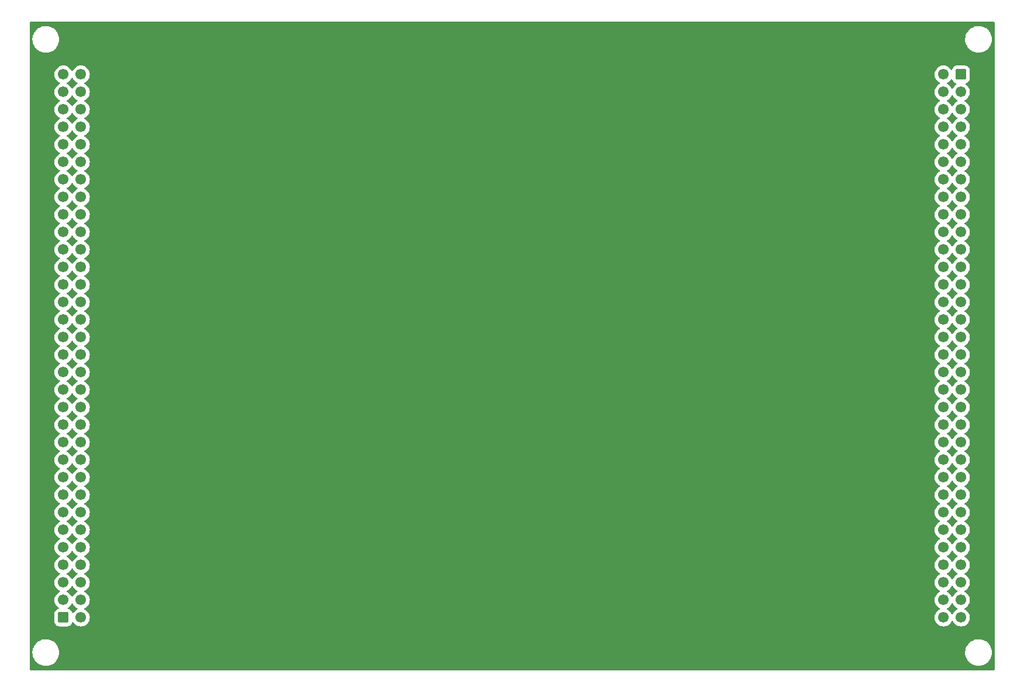
<source format=gbr>
%TF.GenerationSoftware,KiCad,Pcbnew,(6.0.5)*%
%TF.CreationDate,2022-10-01T08:02:50+02:00*%
%TF.ProjectId,riser,72697365-722e-46b6-9963-61645f706362,rev?*%
%TF.SameCoordinates,Original*%
%TF.FileFunction,Copper,L2,Bot*%
%TF.FilePolarity,Positive*%
%FSLAX46Y46*%
G04 Gerber Fmt 4.6, Leading zero omitted, Abs format (unit mm)*
G04 Created by KiCad (PCBNEW (6.0.5)) date 2022-10-01 08:02:50*
%MOMM*%
%LPD*%
G01*
G04 APERTURE LIST*
G04 Aperture macros list*
%AMRoundRect*
0 Rectangle with rounded corners*
0 $1 Rounding radius*
0 $2 $3 $4 $5 $6 $7 $8 $9 X,Y pos of 4 corners*
0 Add a 4 corners polygon primitive as box body*
4,1,4,$2,$3,$4,$5,$6,$7,$8,$9,$2,$3,0*
0 Add four circle primitives for the rounded corners*
1,1,$1+$1,$2,$3*
1,1,$1+$1,$4,$5*
1,1,$1+$1,$6,$7*
1,1,$1+$1,$8,$9*
0 Add four rect primitives between the rounded corners*
20,1,$1+$1,$2,$3,$4,$5,0*
20,1,$1+$1,$4,$5,$6,$7,0*
20,1,$1+$1,$6,$7,$8,$9,0*
20,1,$1+$1,$8,$9,$2,$3,0*%
G04 Aperture macros list end*
%TA.AperFunction,ComponentPad*%
%ADD10RoundRect,0.249999X-0.525001X0.525001X-0.525001X-0.525001X0.525001X-0.525001X0.525001X0.525001X0*%
%TD*%
%TA.AperFunction,ComponentPad*%
%ADD11C,1.550000*%
%TD*%
%TA.AperFunction,ComponentPad*%
%ADD12RoundRect,0.249999X0.525001X-0.525001X0.525001X0.525001X-0.525001X0.525001X-0.525001X-0.525001X0*%
%TD*%
G04 APERTURE END LIST*
D10*
%TO.P,J2,a1,Pin_a1*%
%TO.N,Net-(J2-Pada1)*%
X195447000Y-72136000D03*
D11*
%TO.P,J2,a2,Pin_a2*%
%TO.N,Net-(J2-Pada2)*%
X195447000Y-74676000D03*
%TO.P,J2,a3,Pin_a3*%
%TO.N,Net-(J2-Pada3)*%
X195447000Y-77216000D03*
%TO.P,J2,a4,Pin_a4*%
%TO.N,Net-(J2-Pada4)*%
X195447000Y-79756000D03*
%TO.P,J2,a5,Pin_a5*%
%TO.N,Net-(J2-Pada5)*%
X195447000Y-82296000D03*
%TO.P,J2,a6,Pin_a6*%
%TO.N,Net-(J2-Pada6)*%
X195447000Y-84836000D03*
%TO.P,J2,a7,Pin_a7*%
%TO.N,Net-(J2-Pada7)*%
X195447000Y-87376000D03*
%TO.P,J2,a8,Pin_a8*%
%TO.N,Net-(J2-Pada8)*%
X195447000Y-89916000D03*
%TO.P,J2,a9,Pin_a9*%
%TO.N,Net-(J2-Pada9)*%
X195447000Y-92456000D03*
%TO.P,J2,a10,Pin_a10*%
%TO.N,Net-(J2-Pada10)*%
X195447000Y-94996000D03*
%TO.P,J2,a11,Pin_a11*%
%TO.N,Net-(J2-Pada11)*%
X195447000Y-97536000D03*
%TO.P,J2,a12,Pin_a12*%
%TO.N,Net-(J2-Pada12)*%
X195447000Y-100076000D03*
%TO.P,J2,a13,Pin_a13*%
%TO.N,Net-(J2-Pada13)*%
X195447000Y-102616000D03*
%TO.P,J2,a14,Pin_a14*%
%TO.N,Net-(J2-Pada14)*%
X195447000Y-105156000D03*
%TO.P,J2,a15,Pin_a15*%
%TO.N,Net-(J2-Pada15)*%
X195447000Y-107696000D03*
%TO.P,J2,a16,Pin_a16*%
%TO.N,Net-(J2-Pada16)*%
X195447000Y-110236000D03*
%TO.P,J2,a17,Pin_a17*%
%TO.N,Net-(J1-Pada16)*%
X195447000Y-112776000D03*
%TO.P,J2,a18,Pin_a18*%
%TO.N,Net-(J1-Pada15)*%
X195447000Y-115316000D03*
%TO.P,J2,a19,Pin_a19*%
%TO.N,Net-(J1-Pada14)*%
X195447000Y-117856000D03*
%TO.P,J2,a20,Pin_a20*%
%TO.N,Net-(J1-Pada13)*%
X195447000Y-120396000D03*
%TO.P,J2,a21,Pin_a21*%
%TO.N,Net-(J1-Pada12)*%
X195447000Y-122936000D03*
%TO.P,J2,a22,Pin_a22*%
%TO.N,Net-(J1-Pada11)*%
X195447000Y-125476000D03*
%TO.P,J2,a23,Pin_a23*%
%TO.N,Net-(J1-Pada10)*%
X195447000Y-128016000D03*
%TO.P,J2,a24,Pin_a24*%
%TO.N,Net-(J1-Pada9)*%
X195447000Y-130556000D03*
%TO.P,J2,a25,Pin_a25*%
%TO.N,Net-(J1-Pada8)*%
X195447000Y-133096000D03*
%TO.P,J2,a26,Pin_a26*%
%TO.N,Net-(J1-Pada7)*%
X195447000Y-135636000D03*
%TO.P,J2,a27,Pin_a27*%
%TO.N,Net-(J1-Pada6)*%
X195447000Y-138176000D03*
%TO.P,J2,a28,Pin_a28*%
%TO.N,Net-(J1-Pada5)*%
X195447000Y-140716000D03*
%TO.P,J2,a29,Pin_a29*%
%TO.N,Net-(J2-Pada29)*%
X195447000Y-143256000D03*
%TO.P,J2,a30,Pin_a30*%
%TO.N,Net-(J1-Pada3)*%
X195447000Y-145796000D03*
%TO.P,J2,a31,Pin_a31*%
%TO.N,Net-(J2-Pada31)*%
X195447000Y-148336000D03*
%TO.P,J2,a32,Pin_a32*%
%TO.N,Net-(J2-Pada32)*%
X195447000Y-150876000D03*
%TO.P,J2,b1,Pin_b1*%
%TO.N,Net-(J2-Padb1)*%
X192907000Y-72136000D03*
%TO.P,J2,b2,Pin_b2*%
%TO.N,Net-(J2-Padb2)*%
X192907000Y-74676000D03*
%TO.P,J2,b3,Pin_b3*%
%TO.N,Net-(J2-Padb3)*%
X192907000Y-77216000D03*
%TO.P,J2,b4,Pin_b4*%
%TO.N,Net-(J2-Padb4)*%
X192907000Y-79756000D03*
%TO.P,J2,b5,Pin_b5*%
%TO.N,Net-(J2-Padb5)*%
X192907000Y-82296000D03*
%TO.P,J2,b6,Pin_b6*%
%TO.N,Net-(J2-Padb6)*%
X192907000Y-84836000D03*
%TO.P,J2,b7,Pin_b7*%
%TO.N,Net-(J2-Padb7)*%
X192907000Y-87376000D03*
%TO.P,J2,b8,Pin_b8*%
%TO.N,Net-(J2-Padb8)*%
X192907000Y-89916000D03*
%TO.P,J2,b9,Pin_b9*%
%TO.N,Net-(J2-Padb9)*%
X192907000Y-92456000D03*
%TO.P,J2,b10,Pin_b10*%
%TO.N,Net-(J2-Padb10)*%
X192907000Y-94996000D03*
%TO.P,J2,b11,Pin_b11*%
%TO.N,Net-(J2-Padb11)*%
X192907000Y-97536000D03*
%TO.P,J2,b12,Pin_b12*%
%TO.N,Net-(J2-Padb12)*%
X192907000Y-100076000D03*
%TO.P,J2,b13,Pin_b13*%
%TO.N,Net-(J2-Padb13)*%
X192907000Y-102616000D03*
%TO.P,J2,b14,Pin_b14*%
%TO.N,Net-(J2-Padb14)*%
X192907000Y-105156000D03*
%TO.P,J2,b15,Pin_b15*%
%TO.N,Net-(J2-Padb15)*%
X192907000Y-107696000D03*
%TO.P,J2,b16,Pin_b16*%
%TO.N,Net-(J2-Padb16)*%
X192907000Y-110236000D03*
%TO.P,J2,b17,Pin_b17*%
%TO.N,Net-(J2-Padb17)*%
X192907000Y-112776000D03*
%TO.P,J2,b18,Pin_b18*%
%TO.N,Net-(J2-Padb18)*%
X192907000Y-115316000D03*
%TO.P,J2,b19,Pin_b19*%
%TO.N,Net-(J1-Padb14)*%
X192907000Y-117856000D03*
%TO.P,J2,b20,Pin_b20*%
%TO.N,Net-(J1-Padb13)*%
X192907000Y-120396000D03*
%TO.P,J2,b21,Pin_b21*%
%TO.N,Net-(J1-Padb12)*%
X192907000Y-122936000D03*
%TO.P,J2,b22,Pin_b22*%
%TO.N,Net-(J1-Padb11)*%
X192907000Y-125476000D03*
%TO.P,J2,b23,Pin_b23*%
%TO.N,Net-(J1-Padb10)*%
X192907000Y-128016000D03*
%TO.P,J2,b24,Pin_b24*%
%TO.N,Net-(J1-Padb9)*%
X192907000Y-130556000D03*
%TO.P,J2,b25,Pin_b25*%
%TO.N,Net-(J1-Padb8)*%
X192907000Y-133096000D03*
%TO.P,J2,b26,Pin_b26*%
%TO.N,Net-(J1-Padb7)*%
X192907000Y-135636000D03*
%TO.P,J2,b27,Pin_b27*%
%TO.N,Net-(J1-Padb6)*%
X192907000Y-138176000D03*
%TO.P,J2,b28,Pin_b28*%
%TO.N,Net-(J1-Padb5)*%
X192907000Y-140716000D03*
%TO.P,J2,b29,Pin_b29*%
%TO.N,Net-(J1-Padb4)*%
X192907000Y-143256000D03*
%TO.P,J2,b30,Pin_b30*%
%TO.N,Net-(J1-Padb3)*%
X192907000Y-145796000D03*
%TO.P,J2,b31,Pin_b31*%
%TO.N,Net-(J1-Padb2)*%
X192907000Y-148336000D03*
%TO.P,J2,b32,Pin_b32*%
%TO.N,Net-(J1-Padb1)*%
X192907000Y-150876000D03*
%TD*%
%TO.P,J1,b32,Pin_b32*%
%TO.N,Net-(J2-Padb1)*%
X67951000Y-72136000D03*
%TO.P,J1,b31,Pin_b31*%
%TO.N,Net-(J2-Padb2)*%
X67951000Y-74676000D03*
%TO.P,J1,b30,Pin_b30*%
%TO.N,Net-(J2-Padb3)*%
X67951000Y-77216000D03*
%TO.P,J1,b29,Pin_b29*%
%TO.N,Net-(J2-Padb4)*%
X67951000Y-79756000D03*
%TO.P,J1,b28,Pin_b28*%
%TO.N,Net-(J2-Padb5)*%
X67951000Y-82296000D03*
%TO.P,J1,b27,Pin_b27*%
%TO.N,Net-(J2-Padb6)*%
X67951000Y-84836000D03*
%TO.P,J1,b26,Pin_b26*%
%TO.N,Net-(J2-Padb7)*%
X67951000Y-87376000D03*
%TO.P,J1,b25,Pin_b25*%
%TO.N,Net-(J2-Padb8)*%
X67951000Y-89916000D03*
%TO.P,J1,b24,Pin_b24*%
%TO.N,Net-(J2-Padb9)*%
X67951000Y-92456000D03*
%TO.P,J1,b23,Pin_b23*%
%TO.N,Net-(J2-Padb10)*%
X67951000Y-94996000D03*
%TO.P,J1,b22,Pin_b22*%
%TO.N,Net-(J2-Padb11)*%
X67951000Y-97536000D03*
%TO.P,J1,b21,Pin_b21*%
%TO.N,Net-(J2-Padb12)*%
X67951000Y-100076000D03*
%TO.P,J1,b20,Pin_b20*%
%TO.N,Net-(J2-Padb13)*%
X67951000Y-102616000D03*
%TO.P,J1,b19,Pin_b19*%
%TO.N,Net-(J2-Padb14)*%
X67951000Y-105156000D03*
%TO.P,J1,b18,Pin_b18*%
%TO.N,Net-(J2-Padb15)*%
X67951000Y-107696000D03*
%TO.P,J1,b17,Pin_b17*%
%TO.N,Net-(J2-Padb16)*%
X67951000Y-110236000D03*
%TO.P,J1,b16,Pin_b16*%
%TO.N,Net-(J2-Padb17)*%
X67951000Y-112776000D03*
%TO.P,J1,b15,Pin_b15*%
%TO.N,Net-(J2-Padb18)*%
X67951000Y-115316000D03*
%TO.P,J1,b14,Pin_b14*%
%TO.N,Net-(J1-Padb14)*%
X67951000Y-117856000D03*
%TO.P,J1,b13,Pin_b13*%
%TO.N,Net-(J1-Padb13)*%
X67951000Y-120396000D03*
%TO.P,J1,b12,Pin_b12*%
%TO.N,Net-(J1-Padb12)*%
X67951000Y-122936000D03*
%TO.P,J1,b11,Pin_b11*%
%TO.N,Net-(J1-Padb11)*%
X67951000Y-125476000D03*
%TO.P,J1,b10,Pin_b10*%
%TO.N,Net-(J1-Padb10)*%
X67951000Y-128016000D03*
%TO.P,J1,b9,Pin_b9*%
%TO.N,Net-(J1-Padb9)*%
X67951000Y-130556000D03*
%TO.P,J1,b8,Pin_b8*%
%TO.N,Net-(J1-Padb8)*%
X67951000Y-133096000D03*
%TO.P,J1,b7,Pin_b7*%
%TO.N,Net-(J1-Padb7)*%
X67951000Y-135636000D03*
%TO.P,J1,b6,Pin_b6*%
%TO.N,Net-(J1-Padb6)*%
X67951000Y-138176000D03*
%TO.P,J1,b5,Pin_b5*%
%TO.N,Net-(J1-Padb5)*%
X67951000Y-140716000D03*
%TO.P,J1,b4,Pin_b4*%
%TO.N,Net-(J1-Padb4)*%
X67951000Y-143256000D03*
%TO.P,J1,b3,Pin_b3*%
%TO.N,Net-(J1-Padb3)*%
X67951000Y-145796000D03*
%TO.P,J1,b2,Pin_b2*%
%TO.N,Net-(J1-Padb2)*%
X67951000Y-148336000D03*
%TO.P,J1,b1,Pin_b1*%
%TO.N,Net-(J1-Padb1)*%
X67951000Y-150876000D03*
%TO.P,J1,a32,Pin_a32*%
%TO.N,Net-(J2-Pada1)*%
X65411000Y-72136000D03*
%TO.P,J1,a31,Pin_a31*%
%TO.N,Net-(J2-Pada2)*%
X65411000Y-74676000D03*
%TO.P,J1,a30,Pin_a30*%
%TO.N,Net-(J2-Pada3)*%
X65411000Y-77216000D03*
%TO.P,J1,a29,Pin_a29*%
%TO.N,Net-(J2-Pada4)*%
X65411000Y-79756000D03*
%TO.P,J1,a28,Pin_a28*%
%TO.N,Net-(J2-Pada5)*%
X65411000Y-82296000D03*
%TO.P,J1,a27,Pin_a27*%
%TO.N,Net-(J2-Pada6)*%
X65411000Y-84836000D03*
%TO.P,J1,a26,Pin_a26*%
%TO.N,Net-(J2-Pada7)*%
X65411000Y-87376000D03*
%TO.P,J1,a25,Pin_a25*%
%TO.N,Net-(J2-Pada8)*%
X65411000Y-89916000D03*
%TO.P,J1,a24,Pin_a24*%
%TO.N,Net-(J2-Pada9)*%
X65411000Y-92456000D03*
%TO.P,J1,a23,Pin_a23*%
%TO.N,Net-(J2-Pada10)*%
X65411000Y-94996000D03*
%TO.P,J1,a22,Pin_a22*%
%TO.N,Net-(J2-Pada11)*%
X65411000Y-97536000D03*
%TO.P,J1,a21,Pin_a21*%
%TO.N,Net-(J2-Pada12)*%
X65411000Y-100076000D03*
%TO.P,J1,a20,Pin_a20*%
%TO.N,Net-(J2-Pada13)*%
X65411000Y-102616000D03*
%TO.P,J1,a19,Pin_a19*%
%TO.N,Net-(J2-Pada14)*%
X65411000Y-105156000D03*
%TO.P,J1,a18,Pin_a18*%
%TO.N,Net-(J2-Pada15)*%
X65411000Y-107696000D03*
%TO.P,J1,a17,Pin_a17*%
%TO.N,Net-(J2-Pada16)*%
X65411000Y-110236000D03*
%TO.P,J1,a16,Pin_a16*%
%TO.N,Net-(J1-Pada16)*%
X65411000Y-112776000D03*
%TO.P,J1,a15,Pin_a15*%
%TO.N,Net-(J1-Pada15)*%
X65411000Y-115316000D03*
%TO.P,J1,a14,Pin_a14*%
%TO.N,Net-(J1-Pada14)*%
X65411000Y-117856000D03*
%TO.P,J1,a13,Pin_a13*%
%TO.N,Net-(J1-Pada13)*%
X65411000Y-120396000D03*
%TO.P,J1,a12,Pin_a12*%
%TO.N,Net-(J1-Pada12)*%
X65411000Y-122936000D03*
%TO.P,J1,a11,Pin_a11*%
%TO.N,Net-(J1-Pada11)*%
X65411000Y-125476000D03*
%TO.P,J1,a10,Pin_a10*%
%TO.N,Net-(J1-Pada10)*%
X65411000Y-128016000D03*
%TO.P,J1,a9,Pin_a9*%
%TO.N,Net-(J1-Pada9)*%
X65411000Y-130556000D03*
%TO.P,J1,a8,Pin_a8*%
%TO.N,Net-(J1-Pada8)*%
X65411000Y-133096000D03*
%TO.P,J1,a7,Pin_a7*%
%TO.N,Net-(J1-Pada7)*%
X65411000Y-135636000D03*
%TO.P,J1,a6,Pin_a6*%
%TO.N,Net-(J1-Pada6)*%
X65411000Y-138176000D03*
%TO.P,J1,a5,Pin_a5*%
%TO.N,Net-(J1-Pada5)*%
X65411000Y-140716000D03*
%TO.P,J1,a4,Pin_a4*%
%TO.N,Net-(J2-Pada29)*%
X65411000Y-143256000D03*
%TO.P,J1,a3,Pin_a3*%
%TO.N,Net-(J1-Pada3)*%
X65411000Y-145796000D03*
%TO.P,J1,a2,Pin_a2*%
%TO.N,Net-(J2-Pada31)*%
X65411000Y-148336000D03*
D12*
%TO.P,J1,a1,Pin_a1*%
%TO.N,Net-(J2-Pada32)*%
X65411000Y-150876000D03*
%TD*%
%TA.AperFunction,NonConductor*%
G36*
X194163071Y-72830797D02*
G01*
X194196370Y-72882797D01*
X194227730Y-72976792D01*
X194230450Y-72984946D01*
X194323521Y-73135349D01*
X194448697Y-73260306D01*
X194454927Y-73264146D01*
X194588859Y-73346703D01*
X194599261Y-73353115D01*
X194700026Y-73386537D01*
X194758386Y-73426967D01*
X194785623Y-73492532D01*
X194773090Y-73562413D01*
X194732630Y-73609343D01*
X194623342Y-73685867D01*
X194623339Y-73685869D01*
X194618831Y-73689026D01*
X194460026Y-73847831D01*
X194331210Y-74031799D01*
X194328887Y-74036781D01*
X194328884Y-74036786D01*
X194291195Y-74117611D01*
X194244277Y-74170896D01*
X194176000Y-74190357D01*
X194108040Y-74169815D01*
X194062805Y-74117611D01*
X194025116Y-74036786D01*
X194025113Y-74036781D01*
X194022790Y-74031799D01*
X193893974Y-73847831D01*
X193735169Y-73689026D01*
X193551202Y-73560210D01*
X193546220Y-73557887D01*
X193546215Y-73557884D01*
X193465389Y-73520195D01*
X193412104Y-73473278D01*
X193392643Y-73405001D01*
X193413185Y-73337041D01*
X193465389Y-73291805D01*
X193546215Y-73254116D01*
X193546220Y-73254113D01*
X193551202Y-73251790D01*
X193710108Y-73140522D01*
X193730658Y-73126133D01*
X193730660Y-73126131D01*
X193735169Y-73122974D01*
X193893974Y-72964169D01*
X193950952Y-72882797D01*
X193973634Y-72850403D01*
X194029091Y-72806075D01*
X194099711Y-72798766D01*
X194163071Y-72830797D01*
G37*
%TD.AperFunction*%
%TA.AperFunction,NonConductor*%
G36*
X194245960Y-75182185D02*
G01*
X194291195Y-75234389D01*
X194328884Y-75315214D01*
X194328887Y-75315219D01*
X194331210Y-75320201D01*
X194460026Y-75504169D01*
X194618831Y-75662974D01*
X194802798Y-75791790D01*
X194807780Y-75794113D01*
X194807785Y-75794116D01*
X194888611Y-75831805D01*
X194941896Y-75878722D01*
X194961357Y-75946999D01*
X194940815Y-76014959D01*
X194888611Y-76060195D01*
X194807786Y-76097884D01*
X194807781Y-76097887D01*
X194802799Y-76100210D01*
X194798292Y-76103366D01*
X194798290Y-76103367D01*
X194623342Y-76225867D01*
X194623339Y-76225869D01*
X194618831Y-76229026D01*
X194460026Y-76387831D01*
X194331210Y-76571799D01*
X194328887Y-76576781D01*
X194328884Y-76576786D01*
X194291195Y-76657611D01*
X194244277Y-76710896D01*
X194176000Y-76730357D01*
X194108040Y-76709815D01*
X194062805Y-76657611D01*
X194025116Y-76576786D01*
X194025113Y-76576781D01*
X194022790Y-76571799D01*
X193893974Y-76387831D01*
X193735169Y-76229026D01*
X193551202Y-76100210D01*
X193546220Y-76097887D01*
X193546215Y-76097884D01*
X193465389Y-76060195D01*
X193412104Y-76013278D01*
X193392643Y-75945001D01*
X193413185Y-75877041D01*
X193465389Y-75831805D01*
X193546215Y-75794116D01*
X193546220Y-75794113D01*
X193551202Y-75791790D01*
X193735169Y-75662974D01*
X193893974Y-75504169D01*
X194022790Y-75320201D01*
X194025113Y-75315219D01*
X194025116Y-75315214D01*
X194062805Y-75234389D01*
X194109723Y-75181104D01*
X194178000Y-75161643D01*
X194245960Y-75182185D01*
G37*
%TD.AperFunction*%
%TA.AperFunction,NonConductor*%
G36*
X194245960Y-77722185D02*
G01*
X194291195Y-77774389D01*
X194328884Y-77855214D01*
X194328887Y-77855219D01*
X194331210Y-77860201D01*
X194460026Y-78044169D01*
X194618831Y-78202974D01*
X194802798Y-78331790D01*
X194807780Y-78334113D01*
X194807785Y-78334116D01*
X194888611Y-78371805D01*
X194941896Y-78418722D01*
X194961357Y-78486999D01*
X194940815Y-78554959D01*
X194888611Y-78600195D01*
X194807786Y-78637884D01*
X194807781Y-78637887D01*
X194802799Y-78640210D01*
X194798292Y-78643366D01*
X194798290Y-78643367D01*
X194623342Y-78765867D01*
X194623339Y-78765869D01*
X194618831Y-78769026D01*
X194460026Y-78927831D01*
X194331210Y-79111799D01*
X194328887Y-79116781D01*
X194328884Y-79116786D01*
X194291195Y-79197611D01*
X194244277Y-79250896D01*
X194176000Y-79270357D01*
X194108040Y-79249815D01*
X194062805Y-79197611D01*
X194025116Y-79116786D01*
X194025113Y-79116781D01*
X194022790Y-79111799D01*
X193893974Y-78927831D01*
X193735169Y-78769026D01*
X193551202Y-78640210D01*
X193546220Y-78637887D01*
X193546215Y-78637884D01*
X193465389Y-78600195D01*
X193412104Y-78553278D01*
X193392643Y-78485001D01*
X193413185Y-78417041D01*
X193465389Y-78371805D01*
X193546215Y-78334116D01*
X193546220Y-78334113D01*
X193551202Y-78331790D01*
X193735169Y-78202974D01*
X193893974Y-78044169D01*
X194022790Y-77860201D01*
X194025113Y-77855219D01*
X194025116Y-77855214D01*
X194062805Y-77774389D01*
X194109723Y-77721104D01*
X194178000Y-77701643D01*
X194245960Y-77722185D01*
G37*
%TD.AperFunction*%
%TA.AperFunction,NonConductor*%
G36*
X194245960Y-80262185D02*
G01*
X194291195Y-80314389D01*
X194328884Y-80395214D01*
X194328887Y-80395219D01*
X194331210Y-80400201D01*
X194460026Y-80584169D01*
X194618831Y-80742974D01*
X194802798Y-80871790D01*
X194807780Y-80874113D01*
X194807785Y-80874116D01*
X194888611Y-80911805D01*
X194941896Y-80958722D01*
X194961357Y-81026999D01*
X194940815Y-81094959D01*
X194888611Y-81140195D01*
X194807786Y-81177884D01*
X194807781Y-81177887D01*
X194802799Y-81180210D01*
X194798292Y-81183366D01*
X194798290Y-81183367D01*
X194623342Y-81305867D01*
X194623339Y-81305869D01*
X194618831Y-81309026D01*
X194460026Y-81467831D01*
X194331210Y-81651799D01*
X194328887Y-81656781D01*
X194328884Y-81656786D01*
X194291195Y-81737611D01*
X194244277Y-81790896D01*
X194176000Y-81810357D01*
X194108040Y-81789815D01*
X194062805Y-81737611D01*
X194025116Y-81656786D01*
X194025113Y-81656781D01*
X194022790Y-81651799D01*
X193893974Y-81467831D01*
X193735169Y-81309026D01*
X193551202Y-81180210D01*
X193546220Y-81177887D01*
X193546215Y-81177884D01*
X193465389Y-81140195D01*
X193412104Y-81093278D01*
X193392643Y-81025001D01*
X193413185Y-80957041D01*
X193465389Y-80911805D01*
X193546215Y-80874116D01*
X193546220Y-80874113D01*
X193551202Y-80871790D01*
X193735169Y-80742974D01*
X193893974Y-80584169D01*
X194022790Y-80400201D01*
X194025113Y-80395219D01*
X194025116Y-80395214D01*
X194062805Y-80314389D01*
X194109723Y-80261104D01*
X194178000Y-80241643D01*
X194245960Y-80262185D01*
G37*
%TD.AperFunction*%
%TA.AperFunction,NonConductor*%
G36*
X194245960Y-82802185D02*
G01*
X194291195Y-82854389D01*
X194328884Y-82935214D01*
X194328887Y-82935219D01*
X194331210Y-82940201D01*
X194460026Y-83124169D01*
X194618831Y-83282974D01*
X194802798Y-83411790D01*
X194807780Y-83414113D01*
X194807785Y-83414116D01*
X194888611Y-83451805D01*
X194941896Y-83498722D01*
X194961357Y-83566999D01*
X194940815Y-83634959D01*
X194888611Y-83680195D01*
X194807786Y-83717884D01*
X194807781Y-83717887D01*
X194802799Y-83720210D01*
X194798292Y-83723366D01*
X194798290Y-83723367D01*
X194623342Y-83845867D01*
X194623339Y-83845869D01*
X194618831Y-83849026D01*
X194460026Y-84007831D01*
X194331210Y-84191799D01*
X194328887Y-84196781D01*
X194328884Y-84196786D01*
X194291195Y-84277611D01*
X194244277Y-84330896D01*
X194176000Y-84350357D01*
X194108040Y-84329815D01*
X194062805Y-84277611D01*
X194025116Y-84196786D01*
X194025113Y-84196781D01*
X194022790Y-84191799D01*
X193893974Y-84007831D01*
X193735169Y-83849026D01*
X193551202Y-83720210D01*
X193546220Y-83717887D01*
X193546215Y-83717884D01*
X193465389Y-83680195D01*
X193412104Y-83633278D01*
X193392643Y-83565001D01*
X193413185Y-83497041D01*
X193465389Y-83451805D01*
X193546215Y-83414116D01*
X193546220Y-83414113D01*
X193551202Y-83411790D01*
X193735169Y-83282974D01*
X193893974Y-83124169D01*
X194022790Y-82940201D01*
X194025113Y-82935219D01*
X194025116Y-82935214D01*
X194062805Y-82854389D01*
X194109723Y-82801104D01*
X194178000Y-82781643D01*
X194245960Y-82802185D01*
G37*
%TD.AperFunction*%
%TA.AperFunction,NonConductor*%
G36*
X194245960Y-85342185D02*
G01*
X194291195Y-85394389D01*
X194328884Y-85475214D01*
X194328887Y-85475219D01*
X194331210Y-85480201D01*
X194460026Y-85664169D01*
X194618831Y-85822974D01*
X194802798Y-85951790D01*
X194807780Y-85954113D01*
X194807785Y-85954116D01*
X194888611Y-85991805D01*
X194941896Y-86038722D01*
X194961357Y-86106999D01*
X194940815Y-86174959D01*
X194888611Y-86220195D01*
X194807786Y-86257884D01*
X194807781Y-86257887D01*
X194802799Y-86260210D01*
X194798292Y-86263366D01*
X194798290Y-86263367D01*
X194623342Y-86385867D01*
X194623339Y-86385869D01*
X194618831Y-86389026D01*
X194460026Y-86547831D01*
X194331210Y-86731799D01*
X194328887Y-86736781D01*
X194328884Y-86736786D01*
X194291195Y-86817611D01*
X194244277Y-86870896D01*
X194176000Y-86890357D01*
X194108040Y-86869815D01*
X194062805Y-86817611D01*
X194025116Y-86736786D01*
X194025113Y-86736781D01*
X194022790Y-86731799D01*
X193893974Y-86547831D01*
X193735169Y-86389026D01*
X193551202Y-86260210D01*
X193546220Y-86257887D01*
X193546215Y-86257884D01*
X193465389Y-86220195D01*
X193412104Y-86173278D01*
X193392643Y-86105001D01*
X193413185Y-86037041D01*
X193465389Y-85991805D01*
X193546215Y-85954116D01*
X193546220Y-85954113D01*
X193551202Y-85951790D01*
X193735169Y-85822974D01*
X193893974Y-85664169D01*
X194022790Y-85480201D01*
X194025113Y-85475219D01*
X194025116Y-85475214D01*
X194062805Y-85394389D01*
X194109723Y-85341104D01*
X194178000Y-85321643D01*
X194245960Y-85342185D01*
G37*
%TD.AperFunction*%
%TA.AperFunction,NonConductor*%
G36*
X194245960Y-87882185D02*
G01*
X194291195Y-87934389D01*
X194328884Y-88015214D01*
X194328887Y-88015219D01*
X194331210Y-88020201D01*
X194460026Y-88204169D01*
X194618831Y-88362974D01*
X194802798Y-88491790D01*
X194807780Y-88494113D01*
X194807785Y-88494116D01*
X194888611Y-88531805D01*
X194941896Y-88578722D01*
X194961357Y-88646999D01*
X194940815Y-88714959D01*
X194888611Y-88760195D01*
X194807786Y-88797884D01*
X194807781Y-88797887D01*
X194802799Y-88800210D01*
X194798292Y-88803366D01*
X194798290Y-88803367D01*
X194623342Y-88925867D01*
X194623339Y-88925869D01*
X194618831Y-88929026D01*
X194460026Y-89087831D01*
X194331210Y-89271799D01*
X194328887Y-89276781D01*
X194328884Y-89276786D01*
X194291195Y-89357611D01*
X194244277Y-89410896D01*
X194176000Y-89430357D01*
X194108040Y-89409815D01*
X194062805Y-89357611D01*
X194025116Y-89276786D01*
X194025113Y-89276781D01*
X194022790Y-89271799D01*
X193893974Y-89087831D01*
X193735169Y-88929026D01*
X193551202Y-88800210D01*
X193546220Y-88797887D01*
X193546215Y-88797884D01*
X193465389Y-88760195D01*
X193412104Y-88713278D01*
X193392643Y-88645001D01*
X193413185Y-88577041D01*
X193465389Y-88531805D01*
X193546215Y-88494116D01*
X193546220Y-88494113D01*
X193551202Y-88491790D01*
X193735169Y-88362974D01*
X193893974Y-88204169D01*
X194022790Y-88020201D01*
X194025113Y-88015219D01*
X194025116Y-88015214D01*
X194062805Y-87934389D01*
X194109723Y-87881104D01*
X194178000Y-87861643D01*
X194245960Y-87882185D01*
G37*
%TD.AperFunction*%
%TA.AperFunction,NonConductor*%
G36*
X194245960Y-90422185D02*
G01*
X194291195Y-90474389D01*
X194328884Y-90555214D01*
X194328887Y-90555219D01*
X194331210Y-90560201D01*
X194460026Y-90744169D01*
X194618831Y-90902974D01*
X194802798Y-91031790D01*
X194807780Y-91034113D01*
X194807785Y-91034116D01*
X194888611Y-91071805D01*
X194941896Y-91118722D01*
X194961357Y-91186999D01*
X194940815Y-91254959D01*
X194888611Y-91300195D01*
X194807786Y-91337884D01*
X194807781Y-91337887D01*
X194802799Y-91340210D01*
X194798292Y-91343366D01*
X194798290Y-91343367D01*
X194623342Y-91465867D01*
X194623339Y-91465869D01*
X194618831Y-91469026D01*
X194460026Y-91627831D01*
X194331210Y-91811799D01*
X194328887Y-91816781D01*
X194328884Y-91816786D01*
X194291195Y-91897611D01*
X194244277Y-91950896D01*
X194176000Y-91970357D01*
X194108040Y-91949815D01*
X194062805Y-91897611D01*
X194025116Y-91816786D01*
X194025113Y-91816781D01*
X194022790Y-91811799D01*
X193893974Y-91627831D01*
X193735169Y-91469026D01*
X193551202Y-91340210D01*
X193546220Y-91337887D01*
X193546215Y-91337884D01*
X193465389Y-91300195D01*
X193412104Y-91253278D01*
X193392643Y-91185001D01*
X193413185Y-91117041D01*
X193465389Y-91071805D01*
X193546215Y-91034116D01*
X193546220Y-91034113D01*
X193551202Y-91031790D01*
X193735169Y-90902974D01*
X193893974Y-90744169D01*
X194022790Y-90560201D01*
X194025113Y-90555219D01*
X194025116Y-90555214D01*
X194062805Y-90474389D01*
X194109723Y-90421104D01*
X194178000Y-90401643D01*
X194245960Y-90422185D01*
G37*
%TD.AperFunction*%
%TA.AperFunction,NonConductor*%
G36*
X194245960Y-92962185D02*
G01*
X194291195Y-93014389D01*
X194328884Y-93095214D01*
X194328887Y-93095219D01*
X194331210Y-93100201D01*
X194460026Y-93284169D01*
X194618831Y-93442974D01*
X194802798Y-93571790D01*
X194807780Y-93574113D01*
X194807785Y-93574116D01*
X194888611Y-93611805D01*
X194941896Y-93658722D01*
X194961357Y-93726999D01*
X194940815Y-93794959D01*
X194888611Y-93840195D01*
X194807786Y-93877884D01*
X194807781Y-93877887D01*
X194802799Y-93880210D01*
X194798292Y-93883366D01*
X194798290Y-93883367D01*
X194623342Y-94005867D01*
X194623339Y-94005869D01*
X194618831Y-94009026D01*
X194460026Y-94167831D01*
X194331210Y-94351799D01*
X194328887Y-94356781D01*
X194328884Y-94356786D01*
X194291195Y-94437611D01*
X194244277Y-94490896D01*
X194176000Y-94510357D01*
X194108040Y-94489815D01*
X194062805Y-94437611D01*
X194025116Y-94356786D01*
X194025113Y-94356781D01*
X194022790Y-94351799D01*
X193893974Y-94167831D01*
X193735169Y-94009026D01*
X193551202Y-93880210D01*
X193546220Y-93877887D01*
X193546215Y-93877884D01*
X193465389Y-93840195D01*
X193412104Y-93793278D01*
X193392643Y-93725001D01*
X193413185Y-93657041D01*
X193465389Y-93611805D01*
X193546215Y-93574116D01*
X193546220Y-93574113D01*
X193551202Y-93571790D01*
X193735169Y-93442974D01*
X193893974Y-93284169D01*
X194022790Y-93100201D01*
X194025113Y-93095219D01*
X194025116Y-93095214D01*
X194062805Y-93014389D01*
X194109723Y-92961104D01*
X194178000Y-92941643D01*
X194245960Y-92962185D01*
G37*
%TD.AperFunction*%
%TA.AperFunction,NonConductor*%
G36*
X194245960Y-95502185D02*
G01*
X194291195Y-95554389D01*
X194328884Y-95635214D01*
X194328887Y-95635219D01*
X194331210Y-95640201D01*
X194460026Y-95824169D01*
X194618831Y-95982974D01*
X194802798Y-96111790D01*
X194807780Y-96114113D01*
X194807785Y-96114116D01*
X194888611Y-96151805D01*
X194941896Y-96198722D01*
X194961357Y-96266999D01*
X194940815Y-96334959D01*
X194888611Y-96380195D01*
X194807786Y-96417884D01*
X194807781Y-96417887D01*
X194802799Y-96420210D01*
X194798292Y-96423366D01*
X194798290Y-96423367D01*
X194623342Y-96545867D01*
X194623339Y-96545869D01*
X194618831Y-96549026D01*
X194460026Y-96707831D01*
X194331210Y-96891799D01*
X194328887Y-96896781D01*
X194328884Y-96896786D01*
X194291195Y-96977611D01*
X194244277Y-97030896D01*
X194176000Y-97050357D01*
X194108040Y-97029815D01*
X194062805Y-96977611D01*
X194025116Y-96896786D01*
X194025113Y-96896781D01*
X194022790Y-96891799D01*
X193893974Y-96707831D01*
X193735169Y-96549026D01*
X193551202Y-96420210D01*
X193546220Y-96417887D01*
X193546215Y-96417884D01*
X193465389Y-96380195D01*
X193412104Y-96333278D01*
X193392643Y-96265001D01*
X193413185Y-96197041D01*
X193465389Y-96151805D01*
X193546215Y-96114116D01*
X193546220Y-96114113D01*
X193551202Y-96111790D01*
X193735169Y-95982974D01*
X193893974Y-95824169D01*
X194022790Y-95640201D01*
X194025113Y-95635219D01*
X194025116Y-95635214D01*
X194062805Y-95554389D01*
X194109723Y-95501104D01*
X194178000Y-95481643D01*
X194245960Y-95502185D01*
G37*
%TD.AperFunction*%
%TA.AperFunction,NonConductor*%
G36*
X194245960Y-98042185D02*
G01*
X194291195Y-98094389D01*
X194328884Y-98175214D01*
X194328887Y-98175219D01*
X194331210Y-98180201D01*
X194460026Y-98364169D01*
X194618831Y-98522974D01*
X194802798Y-98651790D01*
X194807780Y-98654113D01*
X194807785Y-98654116D01*
X194888611Y-98691805D01*
X194941896Y-98738722D01*
X194961357Y-98806999D01*
X194940815Y-98874959D01*
X194888611Y-98920195D01*
X194807786Y-98957884D01*
X194807781Y-98957887D01*
X194802799Y-98960210D01*
X194798292Y-98963366D01*
X194798290Y-98963367D01*
X194623342Y-99085867D01*
X194623339Y-99085869D01*
X194618831Y-99089026D01*
X194460026Y-99247831D01*
X194331210Y-99431799D01*
X194328887Y-99436781D01*
X194328884Y-99436786D01*
X194291195Y-99517611D01*
X194244277Y-99570896D01*
X194176000Y-99590357D01*
X194108040Y-99569815D01*
X194062805Y-99517611D01*
X194025116Y-99436786D01*
X194025113Y-99436781D01*
X194022790Y-99431799D01*
X193893974Y-99247831D01*
X193735169Y-99089026D01*
X193551202Y-98960210D01*
X193546220Y-98957887D01*
X193546215Y-98957884D01*
X193465389Y-98920195D01*
X193412104Y-98873278D01*
X193392643Y-98805001D01*
X193413185Y-98737041D01*
X193465389Y-98691805D01*
X193546215Y-98654116D01*
X193546220Y-98654113D01*
X193551202Y-98651790D01*
X193735169Y-98522974D01*
X193893974Y-98364169D01*
X194022790Y-98180201D01*
X194025113Y-98175219D01*
X194025116Y-98175214D01*
X194062805Y-98094389D01*
X194109723Y-98041104D01*
X194178000Y-98021643D01*
X194245960Y-98042185D01*
G37*
%TD.AperFunction*%
%TA.AperFunction,NonConductor*%
G36*
X194245960Y-100582185D02*
G01*
X194291195Y-100634389D01*
X194328884Y-100715214D01*
X194328887Y-100715219D01*
X194331210Y-100720201D01*
X194460026Y-100904169D01*
X194618831Y-101062974D01*
X194802798Y-101191790D01*
X194807780Y-101194113D01*
X194807785Y-101194116D01*
X194888611Y-101231805D01*
X194941896Y-101278722D01*
X194961357Y-101346999D01*
X194940815Y-101414959D01*
X194888611Y-101460195D01*
X194807786Y-101497884D01*
X194807781Y-101497887D01*
X194802799Y-101500210D01*
X194798292Y-101503366D01*
X194798290Y-101503367D01*
X194623342Y-101625867D01*
X194623339Y-101625869D01*
X194618831Y-101629026D01*
X194460026Y-101787831D01*
X194331210Y-101971799D01*
X194328887Y-101976781D01*
X194328884Y-101976786D01*
X194291195Y-102057611D01*
X194244277Y-102110896D01*
X194176000Y-102130357D01*
X194108040Y-102109815D01*
X194062805Y-102057611D01*
X194025116Y-101976786D01*
X194025113Y-101976781D01*
X194022790Y-101971799D01*
X193893974Y-101787831D01*
X193735169Y-101629026D01*
X193551202Y-101500210D01*
X193546220Y-101497887D01*
X193546215Y-101497884D01*
X193465389Y-101460195D01*
X193412104Y-101413278D01*
X193392643Y-101345001D01*
X193413185Y-101277041D01*
X193465389Y-101231805D01*
X193546215Y-101194116D01*
X193546220Y-101194113D01*
X193551202Y-101191790D01*
X193735169Y-101062974D01*
X193893974Y-100904169D01*
X194022790Y-100720201D01*
X194025113Y-100715219D01*
X194025116Y-100715214D01*
X194062805Y-100634389D01*
X194109723Y-100581104D01*
X194178000Y-100561643D01*
X194245960Y-100582185D01*
G37*
%TD.AperFunction*%
%TA.AperFunction,NonConductor*%
G36*
X194245960Y-103122185D02*
G01*
X194291195Y-103174389D01*
X194328884Y-103255214D01*
X194328887Y-103255219D01*
X194331210Y-103260201D01*
X194460026Y-103444169D01*
X194618831Y-103602974D01*
X194802798Y-103731790D01*
X194807780Y-103734113D01*
X194807785Y-103734116D01*
X194888611Y-103771805D01*
X194941896Y-103818722D01*
X194961357Y-103886999D01*
X194940815Y-103954959D01*
X194888611Y-104000195D01*
X194807786Y-104037884D01*
X194807781Y-104037887D01*
X194802799Y-104040210D01*
X194798292Y-104043366D01*
X194798290Y-104043367D01*
X194623342Y-104165867D01*
X194623339Y-104165869D01*
X194618831Y-104169026D01*
X194460026Y-104327831D01*
X194331210Y-104511799D01*
X194328887Y-104516781D01*
X194328884Y-104516786D01*
X194291195Y-104597611D01*
X194244277Y-104650896D01*
X194176000Y-104670357D01*
X194108040Y-104649815D01*
X194062805Y-104597611D01*
X194025116Y-104516786D01*
X194025113Y-104516781D01*
X194022790Y-104511799D01*
X193893974Y-104327831D01*
X193735169Y-104169026D01*
X193551202Y-104040210D01*
X193546220Y-104037887D01*
X193546215Y-104037884D01*
X193465389Y-104000195D01*
X193412104Y-103953278D01*
X193392643Y-103885001D01*
X193413185Y-103817041D01*
X193465389Y-103771805D01*
X193546215Y-103734116D01*
X193546220Y-103734113D01*
X193551202Y-103731790D01*
X193735169Y-103602974D01*
X193893974Y-103444169D01*
X194022790Y-103260201D01*
X194025113Y-103255219D01*
X194025116Y-103255214D01*
X194062805Y-103174389D01*
X194109723Y-103121104D01*
X194178000Y-103101643D01*
X194245960Y-103122185D01*
G37*
%TD.AperFunction*%
%TA.AperFunction,NonConductor*%
G36*
X194245960Y-105662185D02*
G01*
X194291195Y-105714389D01*
X194328884Y-105795214D01*
X194328887Y-105795219D01*
X194331210Y-105800201D01*
X194460026Y-105984169D01*
X194618831Y-106142974D01*
X194802798Y-106271790D01*
X194807780Y-106274113D01*
X194807785Y-106274116D01*
X194888611Y-106311805D01*
X194941896Y-106358722D01*
X194961357Y-106426999D01*
X194940815Y-106494959D01*
X194888611Y-106540195D01*
X194807786Y-106577884D01*
X194807781Y-106577887D01*
X194802799Y-106580210D01*
X194798292Y-106583366D01*
X194798290Y-106583367D01*
X194623342Y-106705867D01*
X194623339Y-106705869D01*
X194618831Y-106709026D01*
X194460026Y-106867831D01*
X194331210Y-107051799D01*
X194328887Y-107056781D01*
X194328884Y-107056786D01*
X194291195Y-107137611D01*
X194244277Y-107190896D01*
X194176000Y-107210357D01*
X194108040Y-107189815D01*
X194062805Y-107137611D01*
X194025116Y-107056786D01*
X194025113Y-107056781D01*
X194022790Y-107051799D01*
X193893974Y-106867831D01*
X193735169Y-106709026D01*
X193551202Y-106580210D01*
X193546220Y-106577887D01*
X193546215Y-106577884D01*
X193465389Y-106540195D01*
X193412104Y-106493278D01*
X193392643Y-106425001D01*
X193413185Y-106357041D01*
X193465389Y-106311805D01*
X193546215Y-106274116D01*
X193546220Y-106274113D01*
X193551202Y-106271790D01*
X193735169Y-106142974D01*
X193893974Y-105984169D01*
X194022790Y-105800201D01*
X194025113Y-105795219D01*
X194025116Y-105795214D01*
X194062805Y-105714389D01*
X194109723Y-105661104D01*
X194178000Y-105641643D01*
X194245960Y-105662185D01*
G37*
%TD.AperFunction*%
%TA.AperFunction,NonConductor*%
G36*
X194245960Y-108202185D02*
G01*
X194291195Y-108254389D01*
X194328884Y-108335214D01*
X194328887Y-108335219D01*
X194331210Y-108340201D01*
X194460026Y-108524169D01*
X194618831Y-108682974D01*
X194802798Y-108811790D01*
X194807780Y-108814113D01*
X194807785Y-108814116D01*
X194888611Y-108851805D01*
X194941896Y-108898722D01*
X194961357Y-108966999D01*
X194940815Y-109034959D01*
X194888611Y-109080195D01*
X194807786Y-109117884D01*
X194807781Y-109117887D01*
X194802799Y-109120210D01*
X194798292Y-109123366D01*
X194798290Y-109123367D01*
X194623342Y-109245867D01*
X194623339Y-109245869D01*
X194618831Y-109249026D01*
X194460026Y-109407831D01*
X194331210Y-109591799D01*
X194328887Y-109596781D01*
X194328884Y-109596786D01*
X194291195Y-109677611D01*
X194244277Y-109730896D01*
X194176000Y-109750357D01*
X194108040Y-109729815D01*
X194062805Y-109677611D01*
X194025116Y-109596786D01*
X194025113Y-109596781D01*
X194022790Y-109591799D01*
X193893974Y-109407831D01*
X193735169Y-109249026D01*
X193551202Y-109120210D01*
X193546220Y-109117887D01*
X193546215Y-109117884D01*
X193465389Y-109080195D01*
X193412104Y-109033278D01*
X193392643Y-108965001D01*
X193413185Y-108897041D01*
X193465389Y-108851805D01*
X193546215Y-108814116D01*
X193546220Y-108814113D01*
X193551202Y-108811790D01*
X193735169Y-108682974D01*
X193893974Y-108524169D01*
X194022790Y-108340201D01*
X194025113Y-108335219D01*
X194025116Y-108335214D01*
X194062805Y-108254389D01*
X194109723Y-108201104D01*
X194178000Y-108181643D01*
X194245960Y-108202185D01*
G37*
%TD.AperFunction*%
%TA.AperFunction,NonConductor*%
G36*
X194245960Y-110742185D02*
G01*
X194291195Y-110794389D01*
X194328884Y-110875214D01*
X194328887Y-110875219D01*
X194331210Y-110880201D01*
X194460026Y-111064169D01*
X194618831Y-111222974D01*
X194802798Y-111351790D01*
X194807780Y-111354113D01*
X194807785Y-111354116D01*
X194888611Y-111391805D01*
X194941896Y-111438722D01*
X194961357Y-111506999D01*
X194940815Y-111574959D01*
X194888611Y-111620195D01*
X194807786Y-111657884D01*
X194807781Y-111657887D01*
X194802799Y-111660210D01*
X194798292Y-111663366D01*
X194798290Y-111663367D01*
X194623342Y-111785867D01*
X194623339Y-111785869D01*
X194618831Y-111789026D01*
X194460026Y-111947831D01*
X194331210Y-112131799D01*
X194328887Y-112136781D01*
X194328884Y-112136786D01*
X194291195Y-112217611D01*
X194244277Y-112270896D01*
X194176000Y-112290357D01*
X194108040Y-112269815D01*
X194062805Y-112217611D01*
X194025116Y-112136786D01*
X194025113Y-112136781D01*
X194022790Y-112131799D01*
X193893974Y-111947831D01*
X193735169Y-111789026D01*
X193551202Y-111660210D01*
X193546220Y-111657887D01*
X193546215Y-111657884D01*
X193465389Y-111620195D01*
X193412104Y-111573278D01*
X193392643Y-111505001D01*
X193413185Y-111437041D01*
X193465389Y-111391805D01*
X193546215Y-111354116D01*
X193546220Y-111354113D01*
X193551202Y-111351790D01*
X193735169Y-111222974D01*
X193893974Y-111064169D01*
X194022790Y-110880201D01*
X194025113Y-110875219D01*
X194025116Y-110875214D01*
X194062805Y-110794389D01*
X194109723Y-110741104D01*
X194178000Y-110721643D01*
X194245960Y-110742185D01*
G37*
%TD.AperFunction*%
%TA.AperFunction,NonConductor*%
G36*
X194245960Y-113282185D02*
G01*
X194291195Y-113334389D01*
X194328884Y-113415214D01*
X194328887Y-113415219D01*
X194331210Y-113420201D01*
X194460026Y-113604169D01*
X194618831Y-113762974D01*
X194802798Y-113891790D01*
X194807780Y-113894113D01*
X194807785Y-113894116D01*
X194888611Y-113931805D01*
X194941896Y-113978722D01*
X194961357Y-114046999D01*
X194940815Y-114114959D01*
X194888611Y-114160195D01*
X194807786Y-114197884D01*
X194807781Y-114197887D01*
X194802799Y-114200210D01*
X194798292Y-114203366D01*
X194798290Y-114203367D01*
X194623342Y-114325867D01*
X194623339Y-114325869D01*
X194618831Y-114329026D01*
X194460026Y-114487831D01*
X194331210Y-114671799D01*
X194328887Y-114676781D01*
X194328884Y-114676786D01*
X194291195Y-114757611D01*
X194244277Y-114810896D01*
X194176000Y-114830357D01*
X194108040Y-114809815D01*
X194062805Y-114757611D01*
X194025116Y-114676786D01*
X194025113Y-114676781D01*
X194022790Y-114671799D01*
X193893974Y-114487831D01*
X193735169Y-114329026D01*
X193551202Y-114200210D01*
X193546220Y-114197887D01*
X193546215Y-114197884D01*
X193465389Y-114160195D01*
X193412104Y-114113278D01*
X193392643Y-114045001D01*
X193413185Y-113977041D01*
X193465389Y-113931805D01*
X193546215Y-113894116D01*
X193546220Y-113894113D01*
X193551202Y-113891790D01*
X193735169Y-113762974D01*
X193893974Y-113604169D01*
X194022790Y-113420201D01*
X194025113Y-113415219D01*
X194025116Y-113415214D01*
X194062805Y-113334389D01*
X194109723Y-113281104D01*
X194178000Y-113261643D01*
X194245960Y-113282185D01*
G37*
%TD.AperFunction*%
%TA.AperFunction,NonConductor*%
G36*
X194245960Y-115822185D02*
G01*
X194291195Y-115874389D01*
X194328884Y-115955214D01*
X194328887Y-115955219D01*
X194331210Y-115960201D01*
X194460026Y-116144169D01*
X194618831Y-116302974D01*
X194802798Y-116431790D01*
X194807780Y-116434113D01*
X194807785Y-116434116D01*
X194888611Y-116471805D01*
X194941896Y-116518722D01*
X194961357Y-116586999D01*
X194940815Y-116654959D01*
X194888611Y-116700195D01*
X194807786Y-116737884D01*
X194807781Y-116737887D01*
X194802799Y-116740210D01*
X194798292Y-116743366D01*
X194798290Y-116743367D01*
X194623342Y-116865867D01*
X194623339Y-116865869D01*
X194618831Y-116869026D01*
X194460026Y-117027831D01*
X194331210Y-117211799D01*
X194328887Y-117216781D01*
X194328884Y-117216786D01*
X194291195Y-117297611D01*
X194244277Y-117350896D01*
X194176000Y-117370357D01*
X194108040Y-117349815D01*
X194062805Y-117297611D01*
X194025116Y-117216786D01*
X194025113Y-117216781D01*
X194022790Y-117211799D01*
X193893974Y-117027831D01*
X193735169Y-116869026D01*
X193551202Y-116740210D01*
X193546220Y-116737887D01*
X193546215Y-116737884D01*
X193465389Y-116700195D01*
X193412104Y-116653278D01*
X193392643Y-116585001D01*
X193413185Y-116517041D01*
X193465389Y-116471805D01*
X193546215Y-116434116D01*
X193546220Y-116434113D01*
X193551202Y-116431790D01*
X193735169Y-116302974D01*
X193893974Y-116144169D01*
X194022790Y-115960201D01*
X194025113Y-115955219D01*
X194025116Y-115955214D01*
X194062805Y-115874389D01*
X194109723Y-115821104D01*
X194178000Y-115801643D01*
X194245960Y-115822185D01*
G37*
%TD.AperFunction*%
%TA.AperFunction,NonConductor*%
G36*
X194245960Y-118362185D02*
G01*
X194291195Y-118414389D01*
X194328884Y-118495214D01*
X194328887Y-118495219D01*
X194331210Y-118500201D01*
X194460026Y-118684169D01*
X194618831Y-118842974D01*
X194802798Y-118971790D01*
X194807780Y-118974113D01*
X194807785Y-118974116D01*
X194888611Y-119011805D01*
X194941896Y-119058722D01*
X194961357Y-119126999D01*
X194940815Y-119194959D01*
X194888611Y-119240195D01*
X194807786Y-119277884D01*
X194807781Y-119277887D01*
X194802799Y-119280210D01*
X194798292Y-119283366D01*
X194798290Y-119283367D01*
X194623342Y-119405867D01*
X194623339Y-119405869D01*
X194618831Y-119409026D01*
X194460026Y-119567831D01*
X194331210Y-119751799D01*
X194328887Y-119756781D01*
X194328884Y-119756786D01*
X194291195Y-119837611D01*
X194244277Y-119890896D01*
X194176000Y-119910357D01*
X194108040Y-119889815D01*
X194062805Y-119837611D01*
X194025116Y-119756786D01*
X194025113Y-119756781D01*
X194022790Y-119751799D01*
X193893974Y-119567831D01*
X193735169Y-119409026D01*
X193551202Y-119280210D01*
X193546220Y-119277887D01*
X193546215Y-119277884D01*
X193465389Y-119240195D01*
X193412104Y-119193278D01*
X193392643Y-119125001D01*
X193413185Y-119057041D01*
X193465389Y-119011805D01*
X193546215Y-118974116D01*
X193546220Y-118974113D01*
X193551202Y-118971790D01*
X193735169Y-118842974D01*
X193893974Y-118684169D01*
X194022790Y-118500201D01*
X194025113Y-118495219D01*
X194025116Y-118495214D01*
X194062805Y-118414389D01*
X194109723Y-118361104D01*
X194178000Y-118341643D01*
X194245960Y-118362185D01*
G37*
%TD.AperFunction*%
%TA.AperFunction,NonConductor*%
G36*
X194245960Y-120902185D02*
G01*
X194291195Y-120954389D01*
X194328884Y-121035214D01*
X194328887Y-121035219D01*
X194331210Y-121040201D01*
X194460026Y-121224169D01*
X194618831Y-121382974D01*
X194802798Y-121511790D01*
X194807780Y-121514113D01*
X194807785Y-121514116D01*
X194888611Y-121551805D01*
X194941896Y-121598722D01*
X194961357Y-121666999D01*
X194940815Y-121734959D01*
X194888611Y-121780195D01*
X194807786Y-121817884D01*
X194807781Y-121817887D01*
X194802799Y-121820210D01*
X194798292Y-121823366D01*
X194798290Y-121823367D01*
X194623342Y-121945867D01*
X194623339Y-121945869D01*
X194618831Y-121949026D01*
X194460026Y-122107831D01*
X194331210Y-122291799D01*
X194328887Y-122296781D01*
X194328884Y-122296786D01*
X194291195Y-122377611D01*
X194244277Y-122430896D01*
X194176000Y-122450357D01*
X194108040Y-122429815D01*
X194062805Y-122377611D01*
X194025116Y-122296786D01*
X194025113Y-122296781D01*
X194022790Y-122291799D01*
X193893974Y-122107831D01*
X193735169Y-121949026D01*
X193551202Y-121820210D01*
X193546220Y-121817887D01*
X193546215Y-121817884D01*
X193465389Y-121780195D01*
X193412104Y-121733278D01*
X193392643Y-121665001D01*
X193413185Y-121597041D01*
X193465389Y-121551805D01*
X193546215Y-121514116D01*
X193546220Y-121514113D01*
X193551202Y-121511790D01*
X193735169Y-121382974D01*
X193893974Y-121224169D01*
X194022790Y-121040201D01*
X194025113Y-121035219D01*
X194025116Y-121035214D01*
X194062805Y-120954389D01*
X194109723Y-120901104D01*
X194178000Y-120881643D01*
X194245960Y-120902185D01*
G37*
%TD.AperFunction*%
%TA.AperFunction,NonConductor*%
G36*
X194245960Y-123442185D02*
G01*
X194291195Y-123494389D01*
X194328884Y-123575214D01*
X194328887Y-123575219D01*
X194331210Y-123580201D01*
X194460026Y-123764169D01*
X194618831Y-123922974D01*
X194802798Y-124051790D01*
X194807780Y-124054113D01*
X194807785Y-124054116D01*
X194888611Y-124091805D01*
X194941896Y-124138722D01*
X194961357Y-124206999D01*
X194940815Y-124274959D01*
X194888611Y-124320195D01*
X194807786Y-124357884D01*
X194807781Y-124357887D01*
X194802799Y-124360210D01*
X194798292Y-124363366D01*
X194798290Y-124363367D01*
X194623342Y-124485867D01*
X194623339Y-124485869D01*
X194618831Y-124489026D01*
X194460026Y-124647831D01*
X194331210Y-124831799D01*
X194328887Y-124836781D01*
X194328884Y-124836786D01*
X194291195Y-124917611D01*
X194244277Y-124970896D01*
X194176000Y-124990357D01*
X194108040Y-124969815D01*
X194062805Y-124917611D01*
X194025116Y-124836786D01*
X194025113Y-124836781D01*
X194022790Y-124831799D01*
X193893974Y-124647831D01*
X193735169Y-124489026D01*
X193551202Y-124360210D01*
X193546220Y-124357887D01*
X193546215Y-124357884D01*
X193465389Y-124320195D01*
X193412104Y-124273278D01*
X193392643Y-124205001D01*
X193413185Y-124137041D01*
X193465389Y-124091805D01*
X193546215Y-124054116D01*
X193546220Y-124054113D01*
X193551202Y-124051790D01*
X193735169Y-123922974D01*
X193893974Y-123764169D01*
X194022790Y-123580201D01*
X194025113Y-123575219D01*
X194025116Y-123575214D01*
X194062805Y-123494389D01*
X194109723Y-123441104D01*
X194178000Y-123421643D01*
X194245960Y-123442185D01*
G37*
%TD.AperFunction*%
%TA.AperFunction,NonConductor*%
G36*
X194245960Y-125982185D02*
G01*
X194291195Y-126034389D01*
X194328884Y-126115214D01*
X194328887Y-126115219D01*
X194331210Y-126120201D01*
X194460026Y-126304169D01*
X194618831Y-126462974D01*
X194802798Y-126591790D01*
X194807780Y-126594113D01*
X194807785Y-126594116D01*
X194888611Y-126631805D01*
X194941896Y-126678722D01*
X194961357Y-126746999D01*
X194940815Y-126814959D01*
X194888611Y-126860195D01*
X194807786Y-126897884D01*
X194807781Y-126897887D01*
X194802799Y-126900210D01*
X194798292Y-126903366D01*
X194798290Y-126903367D01*
X194623342Y-127025867D01*
X194623339Y-127025869D01*
X194618831Y-127029026D01*
X194460026Y-127187831D01*
X194331210Y-127371799D01*
X194328887Y-127376781D01*
X194328884Y-127376786D01*
X194291195Y-127457611D01*
X194244277Y-127510896D01*
X194176000Y-127530357D01*
X194108040Y-127509815D01*
X194062805Y-127457611D01*
X194025116Y-127376786D01*
X194025113Y-127376781D01*
X194022790Y-127371799D01*
X193893974Y-127187831D01*
X193735169Y-127029026D01*
X193551202Y-126900210D01*
X193546220Y-126897887D01*
X193546215Y-126897884D01*
X193465389Y-126860195D01*
X193412104Y-126813278D01*
X193392643Y-126745001D01*
X193413185Y-126677041D01*
X193465389Y-126631805D01*
X193546215Y-126594116D01*
X193546220Y-126594113D01*
X193551202Y-126591790D01*
X193735169Y-126462974D01*
X193893974Y-126304169D01*
X194022790Y-126120201D01*
X194025113Y-126115219D01*
X194025116Y-126115214D01*
X194062805Y-126034389D01*
X194109723Y-125981104D01*
X194178000Y-125961643D01*
X194245960Y-125982185D01*
G37*
%TD.AperFunction*%
%TA.AperFunction,NonConductor*%
G36*
X194245960Y-128522185D02*
G01*
X194291195Y-128574389D01*
X194328884Y-128655214D01*
X194328887Y-128655219D01*
X194331210Y-128660201D01*
X194460026Y-128844169D01*
X194618831Y-129002974D01*
X194802798Y-129131790D01*
X194807780Y-129134113D01*
X194807785Y-129134116D01*
X194888611Y-129171805D01*
X194941896Y-129218722D01*
X194961357Y-129286999D01*
X194940815Y-129354959D01*
X194888611Y-129400195D01*
X194807786Y-129437884D01*
X194807781Y-129437887D01*
X194802799Y-129440210D01*
X194798292Y-129443366D01*
X194798290Y-129443367D01*
X194623342Y-129565867D01*
X194623339Y-129565869D01*
X194618831Y-129569026D01*
X194460026Y-129727831D01*
X194331210Y-129911799D01*
X194328887Y-129916781D01*
X194328884Y-129916786D01*
X194291195Y-129997611D01*
X194244277Y-130050896D01*
X194176000Y-130070357D01*
X194108040Y-130049815D01*
X194062805Y-129997611D01*
X194025116Y-129916786D01*
X194025113Y-129916781D01*
X194022790Y-129911799D01*
X193893974Y-129727831D01*
X193735169Y-129569026D01*
X193551202Y-129440210D01*
X193546220Y-129437887D01*
X193546215Y-129437884D01*
X193465389Y-129400195D01*
X193412104Y-129353278D01*
X193392643Y-129285001D01*
X193413185Y-129217041D01*
X193465389Y-129171805D01*
X193546215Y-129134116D01*
X193546220Y-129134113D01*
X193551202Y-129131790D01*
X193735169Y-129002974D01*
X193893974Y-128844169D01*
X194022790Y-128660201D01*
X194025113Y-128655219D01*
X194025116Y-128655214D01*
X194062805Y-128574389D01*
X194109723Y-128521104D01*
X194178000Y-128501643D01*
X194245960Y-128522185D01*
G37*
%TD.AperFunction*%
%TA.AperFunction,NonConductor*%
G36*
X194245960Y-131062185D02*
G01*
X194291195Y-131114389D01*
X194328884Y-131195214D01*
X194328887Y-131195219D01*
X194331210Y-131200201D01*
X194460026Y-131384169D01*
X194618831Y-131542974D01*
X194802798Y-131671790D01*
X194807780Y-131674113D01*
X194807785Y-131674116D01*
X194888611Y-131711805D01*
X194941896Y-131758722D01*
X194961357Y-131826999D01*
X194940815Y-131894959D01*
X194888611Y-131940195D01*
X194807786Y-131977884D01*
X194807781Y-131977887D01*
X194802799Y-131980210D01*
X194798292Y-131983366D01*
X194798290Y-131983367D01*
X194623342Y-132105867D01*
X194623339Y-132105869D01*
X194618831Y-132109026D01*
X194460026Y-132267831D01*
X194331210Y-132451799D01*
X194328887Y-132456781D01*
X194328884Y-132456786D01*
X194291195Y-132537611D01*
X194244277Y-132590896D01*
X194176000Y-132610357D01*
X194108040Y-132589815D01*
X194062805Y-132537611D01*
X194025116Y-132456786D01*
X194025113Y-132456781D01*
X194022790Y-132451799D01*
X193893974Y-132267831D01*
X193735169Y-132109026D01*
X193551202Y-131980210D01*
X193546220Y-131977887D01*
X193546215Y-131977884D01*
X193465389Y-131940195D01*
X193412104Y-131893278D01*
X193392643Y-131825001D01*
X193413185Y-131757041D01*
X193465389Y-131711805D01*
X193546215Y-131674116D01*
X193546220Y-131674113D01*
X193551202Y-131671790D01*
X193735169Y-131542974D01*
X193893974Y-131384169D01*
X194022790Y-131200201D01*
X194025113Y-131195219D01*
X194025116Y-131195214D01*
X194062805Y-131114389D01*
X194109723Y-131061104D01*
X194178000Y-131041643D01*
X194245960Y-131062185D01*
G37*
%TD.AperFunction*%
%TA.AperFunction,NonConductor*%
G36*
X194245960Y-133602185D02*
G01*
X194291195Y-133654389D01*
X194328884Y-133735214D01*
X194328887Y-133735219D01*
X194331210Y-133740201D01*
X194460026Y-133924169D01*
X194618831Y-134082974D01*
X194802798Y-134211790D01*
X194807780Y-134214113D01*
X194807785Y-134214116D01*
X194888611Y-134251805D01*
X194941896Y-134298722D01*
X194961357Y-134366999D01*
X194940815Y-134434959D01*
X194888611Y-134480195D01*
X194807786Y-134517884D01*
X194807781Y-134517887D01*
X194802799Y-134520210D01*
X194798292Y-134523366D01*
X194798290Y-134523367D01*
X194623342Y-134645867D01*
X194623339Y-134645869D01*
X194618831Y-134649026D01*
X194460026Y-134807831D01*
X194331210Y-134991799D01*
X194328887Y-134996781D01*
X194328884Y-134996786D01*
X194291195Y-135077611D01*
X194244277Y-135130896D01*
X194176000Y-135150357D01*
X194108040Y-135129815D01*
X194062805Y-135077611D01*
X194025116Y-134996786D01*
X194025113Y-134996781D01*
X194022790Y-134991799D01*
X193893974Y-134807831D01*
X193735169Y-134649026D01*
X193551202Y-134520210D01*
X193546220Y-134517887D01*
X193546215Y-134517884D01*
X193465389Y-134480195D01*
X193412104Y-134433278D01*
X193392643Y-134365001D01*
X193413185Y-134297041D01*
X193465389Y-134251805D01*
X193546215Y-134214116D01*
X193546220Y-134214113D01*
X193551202Y-134211790D01*
X193735169Y-134082974D01*
X193893974Y-133924169D01*
X194022790Y-133740201D01*
X194025113Y-133735219D01*
X194025116Y-133735214D01*
X194062805Y-133654389D01*
X194109723Y-133601104D01*
X194178000Y-133581643D01*
X194245960Y-133602185D01*
G37*
%TD.AperFunction*%
%TA.AperFunction,NonConductor*%
G36*
X194245960Y-136142185D02*
G01*
X194291195Y-136194389D01*
X194328884Y-136275214D01*
X194328887Y-136275219D01*
X194331210Y-136280201D01*
X194460026Y-136464169D01*
X194618831Y-136622974D01*
X194802798Y-136751790D01*
X194807780Y-136754113D01*
X194807785Y-136754116D01*
X194888611Y-136791805D01*
X194941896Y-136838722D01*
X194961357Y-136906999D01*
X194940815Y-136974959D01*
X194888611Y-137020195D01*
X194807786Y-137057884D01*
X194807781Y-137057887D01*
X194802799Y-137060210D01*
X194798292Y-137063366D01*
X194798290Y-137063367D01*
X194623342Y-137185867D01*
X194623339Y-137185869D01*
X194618831Y-137189026D01*
X194460026Y-137347831D01*
X194331210Y-137531799D01*
X194328887Y-137536781D01*
X194328884Y-137536786D01*
X194291195Y-137617611D01*
X194244277Y-137670896D01*
X194176000Y-137690357D01*
X194108040Y-137669815D01*
X194062805Y-137617611D01*
X194025116Y-137536786D01*
X194025113Y-137536781D01*
X194022790Y-137531799D01*
X193893974Y-137347831D01*
X193735169Y-137189026D01*
X193551202Y-137060210D01*
X193546220Y-137057887D01*
X193546215Y-137057884D01*
X193465389Y-137020195D01*
X193412104Y-136973278D01*
X193392643Y-136905001D01*
X193413185Y-136837041D01*
X193465389Y-136791805D01*
X193546215Y-136754116D01*
X193546220Y-136754113D01*
X193551202Y-136751790D01*
X193735169Y-136622974D01*
X193893974Y-136464169D01*
X194022790Y-136280201D01*
X194025113Y-136275219D01*
X194025116Y-136275214D01*
X194062805Y-136194389D01*
X194109723Y-136141104D01*
X194178000Y-136121643D01*
X194245960Y-136142185D01*
G37*
%TD.AperFunction*%
%TA.AperFunction,NonConductor*%
G36*
X194245960Y-138682185D02*
G01*
X194291195Y-138734389D01*
X194328884Y-138815214D01*
X194328887Y-138815219D01*
X194331210Y-138820201D01*
X194460026Y-139004169D01*
X194618831Y-139162974D01*
X194802798Y-139291790D01*
X194807780Y-139294113D01*
X194807785Y-139294116D01*
X194888611Y-139331805D01*
X194941896Y-139378722D01*
X194961357Y-139446999D01*
X194940815Y-139514959D01*
X194888611Y-139560195D01*
X194807786Y-139597884D01*
X194807781Y-139597887D01*
X194802799Y-139600210D01*
X194798292Y-139603366D01*
X194798290Y-139603367D01*
X194623342Y-139725867D01*
X194623339Y-139725869D01*
X194618831Y-139729026D01*
X194460026Y-139887831D01*
X194331210Y-140071799D01*
X194328887Y-140076781D01*
X194328884Y-140076786D01*
X194291195Y-140157611D01*
X194244277Y-140210896D01*
X194176000Y-140230357D01*
X194108040Y-140209815D01*
X194062805Y-140157611D01*
X194025116Y-140076786D01*
X194025113Y-140076781D01*
X194022790Y-140071799D01*
X193893974Y-139887831D01*
X193735169Y-139729026D01*
X193551202Y-139600210D01*
X193546220Y-139597887D01*
X193546215Y-139597884D01*
X193465389Y-139560195D01*
X193412104Y-139513278D01*
X193392643Y-139445001D01*
X193413185Y-139377041D01*
X193465389Y-139331805D01*
X193546215Y-139294116D01*
X193546220Y-139294113D01*
X193551202Y-139291790D01*
X193735169Y-139162974D01*
X193893974Y-139004169D01*
X194022790Y-138820201D01*
X194025113Y-138815219D01*
X194025116Y-138815214D01*
X194062805Y-138734389D01*
X194109723Y-138681104D01*
X194178000Y-138661643D01*
X194245960Y-138682185D01*
G37*
%TD.AperFunction*%
%TA.AperFunction,NonConductor*%
G36*
X194245960Y-141222185D02*
G01*
X194291195Y-141274389D01*
X194328884Y-141355214D01*
X194328887Y-141355219D01*
X194331210Y-141360201D01*
X194460026Y-141544169D01*
X194618831Y-141702974D01*
X194802798Y-141831790D01*
X194807780Y-141834113D01*
X194807785Y-141834116D01*
X194888611Y-141871805D01*
X194941896Y-141918722D01*
X194961357Y-141986999D01*
X194940815Y-142054959D01*
X194888611Y-142100195D01*
X194807786Y-142137884D01*
X194807781Y-142137887D01*
X194802799Y-142140210D01*
X194798292Y-142143366D01*
X194798290Y-142143367D01*
X194623342Y-142265867D01*
X194623339Y-142265869D01*
X194618831Y-142269026D01*
X194460026Y-142427831D01*
X194331210Y-142611799D01*
X194328887Y-142616781D01*
X194328884Y-142616786D01*
X194291195Y-142697611D01*
X194244277Y-142750896D01*
X194176000Y-142770357D01*
X194108040Y-142749815D01*
X194062805Y-142697611D01*
X194025116Y-142616786D01*
X194025113Y-142616781D01*
X194022790Y-142611799D01*
X193893974Y-142427831D01*
X193735169Y-142269026D01*
X193551202Y-142140210D01*
X193546220Y-142137887D01*
X193546215Y-142137884D01*
X193465389Y-142100195D01*
X193412104Y-142053278D01*
X193392643Y-141985001D01*
X193413185Y-141917041D01*
X193465389Y-141871805D01*
X193546215Y-141834116D01*
X193546220Y-141834113D01*
X193551202Y-141831790D01*
X193735169Y-141702974D01*
X193893974Y-141544169D01*
X194022790Y-141360201D01*
X194025113Y-141355219D01*
X194025116Y-141355214D01*
X194062805Y-141274389D01*
X194109723Y-141221104D01*
X194178000Y-141201643D01*
X194245960Y-141222185D01*
G37*
%TD.AperFunction*%
%TA.AperFunction,NonConductor*%
G36*
X194245960Y-143762185D02*
G01*
X194291195Y-143814389D01*
X194328884Y-143895214D01*
X194328887Y-143895219D01*
X194331210Y-143900201D01*
X194460026Y-144084169D01*
X194618831Y-144242974D01*
X194802798Y-144371790D01*
X194807780Y-144374113D01*
X194807785Y-144374116D01*
X194888611Y-144411805D01*
X194941896Y-144458722D01*
X194961357Y-144526999D01*
X194940815Y-144594959D01*
X194888611Y-144640195D01*
X194807786Y-144677884D01*
X194807781Y-144677887D01*
X194802799Y-144680210D01*
X194798292Y-144683366D01*
X194798290Y-144683367D01*
X194623342Y-144805867D01*
X194623339Y-144805869D01*
X194618831Y-144809026D01*
X194460026Y-144967831D01*
X194331210Y-145151799D01*
X194328887Y-145156781D01*
X194328884Y-145156786D01*
X194291195Y-145237611D01*
X194244277Y-145290896D01*
X194176000Y-145310357D01*
X194108040Y-145289815D01*
X194062805Y-145237611D01*
X194025116Y-145156786D01*
X194025113Y-145156781D01*
X194022790Y-145151799D01*
X193893974Y-144967831D01*
X193735169Y-144809026D01*
X193551202Y-144680210D01*
X193546220Y-144677887D01*
X193546215Y-144677884D01*
X193465389Y-144640195D01*
X193412104Y-144593278D01*
X193392643Y-144525001D01*
X193413185Y-144457041D01*
X193465389Y-144411805D01*
X193546215Y-144374116D01*
X193546220Y-144374113D01*
X193551202Y-144371790D01*
X193735169Y-144242974D01*
X193893974Y-144084169D01*
X194022790Y-143900201D01*
X194025113Y-143895219D01*
X194025116Y-143895214D01*
X194062805Y-143814389D01*
X194109723Y-143761104D01*
X194178000Y-143741643D01*
X194245960Y-143762185D01*
G37*
%TD.AperFunction*%
%TA.AperFunction,NonConductor*%
G36*
X194245960Y-146302185D02*
G01*
X194291195Y-146354389D01*
X194328884Y-146435214D01*
X194328887Y-146435219D01*
X194331210Y-146440201D01*
X194460026Y-146624169D01*
X194618831Y-146782974D01*
X194802798Y-146911790D01*
X194807780Y-146914113D01*
X194807785Y-146914116D01*
X194888611Y-146951805D01*
X194941896Y-146998722D01*
X194961357Y-147066999D01*
X194940815Y-147134959D01*
X194888611Y-147180195D01*
X194807786Y-147217884D01*
X194807781Y-147217887D01*
X194802799Y-147220210D01*
X194798292Y-147223366D01*
X194798290Y-147223367D01*
X194623342Y-147345867D01*
X194623339Y-147345869D01*
X194618831Y-147349026D01*
X194460026Y-147507831D01*
X194331210Y-147691799D01*
X194328887Y-147696781D01*
X194328884Y-147696786D01*
X194291195Y-147777611D01*
X194244277Y-147830896D01*
X194176000Y-147850357D01*
X194108040Y-147829815D01*
X194062805Y-147777611D01*
X194025116Y-147696786D01*
X194025113Y-147696781D01*
X194022790Y-147691799D01*
X193893974Y-147507831D01*
X193735169Y-147349026D01*
X193551202Y-147220210D01*
X193546220Y-147217887D01*
X193546215Y-147217884D01*
X193465389Y-147180195D01*
X193412104Y-147133278D01*
X193392643Y-147065001D01*
X193413185Y-146997041D01*
X193465389Y-146951805D01*
X193546215Y-146914116D01*
X193546220Y-146914113D01*
X193551202Y-146911790D01*
X193735169Y-146782974D01*
X193893974Y-146624169D01*
X194022790Y-146440201D01*
X194025113Y-146435219D01*
X194025116Y-146435214D01*
X194062805Y-146354389D01*
X194109723Y-146301104D01*
X194178000Y-146281643D01*
X194245960Y-146302185D01*
G37*
%TD.AperFunction*%
%TA.AperFunction,NonConductor*%
G36*
X194245960Y-148842185D02*
G01*
X194291195Y-148894389D01*
X194328884Y-148975214D01*
X194328887Y-148975219D01*
X194331210Y-148980201D01*
X194460026Y-149164169D01*
X194618831Y-149322974D01*
X194802798Y-149451790D01*
X194807780Y-149454113D01*
X194807785Y-149454116D01*
X194888611Y-149491805D01*
X194941896Y-149538722D01*
X194961357Y-149606999D01*
X194940815Y-149674959D01*
X194888611Y-149720195D01*
X194807786Y-149757884D01*
X194807781Y-149757887D01*
X194802799Y-149760210D01*
X194798292Y-149763366D01*
X194798290Y-149763367D01*
X194623342Y-149885867D01*
X194623339Y-149885869D01*
X194618831Y-149889026D01*
X194460026Y-150047831D01*
X194456869Y-150052339D01*
X194456867Y-150052342D01*
X194360751Y-150189610D01*
X194331210Y-150231799D01*
X194328887Y-150236781D01*
X194328884Y-150236786D01*
X194291195Y-150317611D01*
X194244277Y-150370896D01*
X194176000Y-150390357D01*
X194108040Y-150369815D01*
X194062805Y-150317611D01*
X194025116Y-150236786D01*
X194025113Y-150236781D01*
X194022790Y-150231799D01*
X193993249Y-150189610D01*
X193897133Y-150052342D01*
X193897131Y-150052339D01*
X193893974Y-150047831D01*
X193735169Y-149889026D01*
X193711591Y-149872516D01*
X193654425Y-149832488D01*
X193551202Y-149760210D01*
X193546220Y-149757887D01*
X193546215Y-149757884D01*
X193465389Y-149720195D01*
X193412104Y-149673278D01*
X193392643Y-149605001D01*
X193413185Y-149537041D01*
X193465389Y-149491805D01*
X193546215Y-149454116D01*
X193546220Y-149454113D01*
X193551202Y-149451790D01*
X193735169Y-149322974D01*
X193893974Y-149164169D01*
X194022790Y-148980201D01*
X194025113Y-148975219D01*
X194025116Y-148975214D01*
X194062805Y-148894389D01*
X194109723Y-148841104D01*
X194178000Y-148821643D01*
X194245960Y-148842185D01*
G37*
%TD.AperFunction*%
%TA.AperFunction,NonConductor*%
G36*
X66749960Y-72642185D02*
G01*
X66795195Y-72694389D01*
X66832884Y-72775214D01*
X66832887Y-72775219D01*
X66835210Y-72780201D01*
X66838366Y-72784708D01*
X66838367Y-72784710D01*
X66907049Y-72882797D01*
X66964026Y-72964169D01*
X67122831Y-73122974D01*
X67127340Y-73126131D01*
X67127342Y-73126133D01*
X67147892Y-73140522D01*
X67306798Y-73251790D01*
X67311780Y-73254113D01*
X67311785Y-73254116D01*
X67392611Y-73291805D01*
X67445896Y-73338722D01*
X67465357Y-73406999D01*
X67444815Y-73474959D01*
X67392611Y-73520195D01*
X67311786Y-73557884D01*
X67311781Y-73557887D01*
X67306799Y-73560210D01*
X67302292Y-73563366D01*
X67302290Y-73563367D01*
X67127342Y-73685867D01*
X67127339Y-73685869D01*
X67122831Y-73689026D01*
X66964026Y-73847831D01*
X66835210Y-74031799D01*
X66832887Y-74036781D01*
X66832884Y-74036786D01*
X66795195Y-74117611D01*
X66748277Y-74170896D01*
X66680000Y-74190357D01*
X66612040Y-74169815D01*
X66566805Y-74117611D01*
X66529116Y-74036786D01*
X66529113Y-74036781D01*
X66526790Y-74031799D01*
X66397974Y-73847831D01*
X66239169Y-73689026D01*
X66055202Y-73560210D01*
X66050220Y-73557887D01*
X66050215Y-73557884D01*
X65969389Y-73520195D01*
X65916104Y-73473278D01*
X65896643Y-73405001D01*
X65917185Y-73337041D01*
X65969389Y-73291805D01*
X66050215Y-73254116D01*
X66050220Y-73254113D01*
X66055202Y-73251790D01*
X66214108Y-73140522D01*
X66234658Y-73126133D01*
X66234660Y-73126131D01*
X66239169Y-73122974D01*
X66397974Y-72964169D01*
X66454952Y-72882797D01*
X66523633Y-72784710D01*
X66523634Y-72784708D01*
X66526790Y-72780201D01*
X66529113Y-72775219D01*
X66529116Y-72775214D01*
X66566805Y-72694389D01*
X66613723Y-72641104D01*
X66682000Y-72621643D01*
X66749960Y-72642185D01*
G37*
%TD.AperFunction*%
%TA.AperFunction,NonConductor*%
G36*
X66749960Y-75182185D02*
G01*
X66795195Y-75234389D01*
X66832884Y-75315214D01*
X66832887Y-75315219D01*
X66835210Y-75320201D01*
X66964026Y-75504169D01*
X67122831Y-75662974D01*
X67306798Y-75791790D01*
X67311780Y-75794113D01*
X67311785Y-75794116D01*
X67392611Y-75831805D01*
X67445896Y-75878722D01*
X67465357Y-75946999D01*
X67444815Y-76014959D01*
X67392611Y-76060195D01*
X67311786Y-76097884D01*
X67311781Y-76097887D01*
X67306799Y-76100210D01*
X67302292Y-76103366D01*
X67302290Y-76103367D01*
X67127342Y-76225867D01*
X67127339Y-76225869D01*
X67122831Y-76229026D01*
X66964026Y-76387831D01*
X66835210Y-76571799D01*
X66832887Y-76576781D01*
X66832884Y-76576786D01*
X66795195Y-76657611D01*
X66748277Y-76710896D01*
X66680000Y-76730357D01*
X66612040Y-76709815D01*
X66566805Y-76657611D01*
X66529116Y-76576786D01*
X66529113Y-76576781D01*
X66526790Y-76571799D01*
X66397974Y-76387831D01*
X66239169Y-76229026D01*
X66055202Y-76100210D01*
X66050220Y-76097887D01*
X66050215Y-76097884D01*
X65969389Y-76060195D01*
X65916104Y-76013278D01*
X65896643Y-75945001D01*
X65917185Y-75877041D01*
X65969389Y-75831805D01*
X66050215Y-75794116D01*
X66050220Y-75794113D01*
X66055202Y-75791790D01*
X66239169Y-75662974D01*
X66397974Y-75504169D01*
X66526790Y-75320201D01*
X66529113Y-75315219D01*
X66529116Y-75315214D01*
X66566805Y-75234389D01*
X66613723Y-75181104D01*
X66682000Y-75161643D01*
X66749960Y-75182185D01*
G37*
%TD.AperFunction*%
%TA.AperFunction,NonConductor*%
G36*
X66749960Y-77722185D02*
G01*
X66795195Y-77774389D01*
X66832884Y-77855214D01*
X66832887Y-77855219D01*
X66835210Y-77860201D01*
X66964026Y-78044169D01*
X67122831Y-78202974D01*
X67306798Y-78331790D01*
X67311780Y-78334113D01*
X67311785Y-78334116D01*
X67392611Y-78371805D01*
X67445896Y-78418722D01*
X67465357Y-78486999D01*
X67444815Y-78554959D01*
X67392611Y-78600195D01*
X67311786Y-78637884D01*
X67311781Y-78637887D01*
X67306799Y-78640210D01*
X67302292Y-78643366D01*
X67302290Y-78643367D01*
X67127342Y-78765867D01*
X67127339Y-78765869D01*
X67122831Y-78769026D01*
X66964026Y-78927831D01*
X66835210Y-79111799D01*
X66832887Y-79116781D01*
X66832884Y-79116786D01*
X66795195Y-79197611D01*
X66748277Y-79250896D01*
X66680000Y-79270357D01*
X66612040Y-79249815D01*
X66566805Y-79197611D01*
X66529116Y-79116786D01*
X66529113Y-79116781D01*
X66526790Y-79111799D01*
X66397974Y-78927831D01*
X66239169Y-78769026D01*
X66055202Y-78640210D01*
X66050220Y-78637887D01*
X66050215Y-78637884D01*
X65969389Y-78600195D01*
X65916104Y-78553278D01*
X65896643Y-78485001D01*
X65917185Y-78417041D01*
X65969389Y-78371805D01*
X66050215Y-78334116D01*
X66050220Y-78334113D01*
X66055202Y-78331790D01*
X66239169Y-78202974D01*
X66397974Y-78044169D01*
X66526790Y-77860201D01*
X66529113Y-77855219D01*
X66529116Y-77855214D01*
X66566805Y-77774389D01*
X66613723Y-77721104D01*
X66682000Y-77701643D01*
X66749960Y-77722185D01*
G37*
%TD.AperFunction*%
%TA.AperFunction,NonConductor*%
G36*
X66749960Y-80262185D02*
G01*
X66795195Y-80314389D01*
X66832884Y-80395214D01*
X66832887Y-80395219D01*
X66835210Y-80400201D01*
X66964026Y-80584169D01*
X67122831Y-80742974D01*
X67306798Y-80871790D01*
X67311780Y-80874113D01*
X67311785Y-80874116D01*
X67392611Y-80911805D01*
X67445896Y-80958722D01*
X67465357Y-81026999D01*
X67444815Y-81094959D01*
X67392611Y-81140195D01*
X67311786Y-81177884D01*
X67311781Y-81177887D01*
X67306799Y-81180210D01*
X67302292Y-81183366D01*
X67302290Y-81183367D01*
X67127342Y-81305867D01*
X67127339Y-81305869D01*
X67122831Y-81309026D01*
X66964026Y-81467831D01*
X66835210Y-81651799D01*
X66832887Y-81656781D01*
X66832884Y-81656786D01*
X66795195Y-81737611D01*
X66748277Y-81790896D01*
X66680000Y-81810357D01*
X66612040Y-81789815D01*
X66566805Y-81737611D01*
X66529116Y-81656786D01*
X66529113Y-81656781D01*
X66526790Y-81651799D01*
X66397974Y-81467831D01*
X66239169Y-81309026D01*
X66055202Y-81180210D01*
X66050220Y-81177887D01*
X66050215Y-81177884D01*
X65969389Y-81140195D01*
X65916104Y-81093278D01*
X65896643Y-81025001D01*
X65917185Y-80957041D01*
X65969389Y-80911805D01*
X66050215Y-80874116D01*
X66050220Y-80874113D01*
X66055202Y-80871790D01*
X66239169Y-80742974D01*
X66397974Y-80584169D01*
X66526790Y-80400201D01*
X66529113Y-80395219D01*
X66529116Y-80395214D01*
X66566805Y-80314389D01*
X66613723Y-80261104D01*
X66682000Y-80241643D01*
X66749960Y-80262185D01*
G37*
%TD.AperFunction*%
%TA.AperFunction,NonConductor*%
G36*
X66749960Y-82802185D02*
G01*
X66795195Y-82854389D01*
X66832884Y-82935214D01*
X66832887Y-82935219D01*
X66835210Y-82940201D01*
X66964026Y-83124169D01*
X67122831Y-83282974D01*
X67306798Y-83411790D01*
X67311780Y-83414113D01*
X67311785Y-83414116D01*
X67392611Y-83451805D01*
X67445896Y-83498722D01*
X67465357Y-83566999D01*
X67444815Y-83634959D01*
X67392611Y-83680195D01*
X67311786Y-83717884D01*
X67311781Y-83717887D01*
X67306799Y-83720210D01*
X67302292Y-83723366D01*
X67302290Y-83723367D01*
X67127342Y-83845867D01*
X67127339Y-83845869D01*
X67122831Y-83849026D01*
X66964026Y-84007831D01*
X66835210Y-84191799D01*
X66832887Y-84196781D01*
X66832884Y-84196786D01*
X66795195Y-84277611D01*
X66748277Y-84330896D01*
X66680000Y-84350357D01*
X66612040Y-84329815D01*
X66566805Y-84277611D01*
X66529116Y-84196786D01*
X66529113Y-84196781D01*
X66526790Y-84191799D01*
X66397974Y-84007831D01*
X66239169Y-83849026D01*
X66055202Y-83720210D01*
X66050220Y-83717887D01*
X66050215Y-83717884D01*
X65969389Y-83680195D01*
X65916104Y-83633278D01*
X65896643Y-83565001D01*
X65917185Y-83497041D01*
X65969389Y-83451805D01*
X66050215Y-83414116D01*
X66050220Y-83414113D01*
X66055202Y-83411790D01*
X66239169Y-83282974D01*
X66397974Y-83124169D01*
X66526790Y-82940201D01*
X66529113Y-82935219D01*
X66529116Y-82935214D01*
X66566805Y-82854389D01*
X66613723Y-82801104D01*
X66682000Y-82781643D01*
X66749960Y-82802185D01*
G37*
%TD.AperFunction*%
%TA.AperFunction,NonConductor*%
G36*
X66749960Y-85342185D02*
G01*
X66795195Y-85394389D01*
X66832884Y-85475214D01*
X66832887Y-85475219D01*
X66835210Y-85480201D01*
X66964026Y-85664169D01*
X67122831Y-85822974D01*
X67306798Y-85951790D01*
X67311780Y-85954113D01*
X67311785Y-85954116D01*
X67392611Y-85991805D01*
X67445896Y-86038722D01*
X67465357Y-86106999D01*
X67444815Y-86174959D01*
X67392611Y-86220195D01*
X67311786Y-86257884D01*
X67311781Y-86257887D01*
X67306799Y-86260210D01*
X67302292Y-86263366D01*
X67302290Y-86263367D01*
X67127342Y-86385867D01*
X67127339Y-86385869D01*
X67122831Y-86389026D01*
X66964026Y-86547831D01*
X66835210Y-86731799D01*
X66832887Y-86736781D01*
X66832884Y-86736786D01*
X66795195Y-86817611D01*
X66748277Y-86870896D01*
X66680000Y-86890357D01*
X66612040Y-86869815D01*
X66566805Y-86817611D01*
X66529116Y-86736786D01*
X66529113Y-86736781D01*
X66526790Y-86731799D01*
X66397974Y-86547831D01*
X66239169Y-86389026D01*
X66055202Y-86260210D01*
X66050220Y-86257887D01*
X66050215Y-86257884D01*
X65969389Y-86220195D01*
X65916104Y-86173278D01*
X65896643Y-86105001D01*
X65917185Y-86037041D01*
X65969389Y-85991805D01*
X66050215Y-85954116D01*
X66050220Y-85954113D01*
X66055202Y-85951790D01*
X66239169Y-85822974D01*
X66397974Y-85664169D01*
X66526790Y-85480201D01*
X66529113Y-85475219D01*
X66529116Y-85475214D01*
X66566805Y-85394389D01*
X66613723Y-85341104D01*
X66682000Y-85321643D01*
X66749960Y-85342185D01*
G37*
%TD.AperFunction*%
%TA.AperFunction,NonConductor*%
G36*
X66749960Y-87882185D02*
G01*
X66795195Y-87934389D01*
X66832884Y-88015214D01*
X66832887Y-88015219D01*
X66835210Y-88020201D01*
X66964026Y-88204169D01*
X67122831Y-88362974D01*
X67306798Y-88491790D01*
X67311780Y-88494113D01*
X67311785Y-88494116D01*
X67392611Y-88531805D01*
X67445896Y-88578722D01*
X67465357Y-88646999D01*
X67444815Y-88714959D01*
X67392611Y-88760195D01*
X67311786Y-88797884D01*
X67311781Y-88797887D01*
X67306799Y-88800210D01*
X67302292Y-88803366D01*
X67302290Y-88803367D01*
X67127342Y-88925867D01*
X67127339Y-88925869D01*
X67122831Y-88929026D01*
X66964026Y-89087831D01*
X66835210Y-89271799D01*
X66832887Y-89276781D01*
X66832884Y-89276786D01*
X66795195Y-89357611D01*
X66748277Y-89410896D01*
X66680000Y-89430357D01*
X66612040Y-89409815D01*
X66566805Y-89357611D01*
X66529116Y-89276786D01*
X66529113Y-89276781D01*
X66526790Y-89271799D01*
X66397974Y-89087831D01*
X66239169Y-88929026D01*
X66055202Y-88800210D01*
X66050220Y-88797887D01*
X66050215Y-88797884D01*
X65969389Y-88760195D01*
X65916104Y-88713278D01*
X65896643Y-88645001D01*
X65917185Y-88577041D01*
X65969389Y-88531805D01*
X66050215Y-88494116D01*
X66050220Y-88494113D01*
X66055202Y-88491790D01*
X66239169Y-88362974D01*
X66397974Y-88204169D01*
X66526790Y-88020201D01*
X66529113Y-88015219D01*
X66529116Y-88015214D01*
X66566805Y-87934389D01*
X66613723Y-87881104D01*
X66682000Y-87861643D01*
X66749960Y-87882185D01*
G37*
%TD.AperFunction*%
%TA.AperFunction,NonConductor*%
G36*
X66749960Y-90422185D02*
G01*
X66795195Y-90474389D01*
X66832884Y-90555214D01*
X66832887Y-90555219D01*
X66835210Y-90560201D01*
X66964026Y-90744169D01*
X67122831Y-90902974D01*
X67306798Y-91031790D01*
X67311780Y-91034113D01*
X67311785Y-91034116D01*
X67392611Y-91071805D01*
X67445896Y-91118722D01*
X67465357Y-91186999D01*
X67444815Y-91254959D01*
X67392611Y-91300195D01*
X67311786Y-91337884D01*
X67311781Y-91337887D01*
X67306799Y-91340210D01*
X67302292Y-91343366D01*
X67302290Y-91343367D01*
X67127342Y-91465867D01*
X67127339Y-91465869D01*
X67122831Y-91469026D01*
X66964026Y-91627831D01*
X66835210Y-91811799D01*
X66832887Y-91816781D01*
X66832884Y-91816786D01*
X66795195Y-91897611D01*
X66748277Y-91950896D01*
X66680000Y-91970357D01*
X66612040Y-91949815D01*
X66566805Y-91897611D01*
X66529116Y-91816786D01*
X66529113Y-91816781D01*
X66526790Y-91811799D01*
X66397974Y-91627831D01*
X66239169Y-91469026D01*
X66055202Y-91340210D01*
X66050220Y-91337887D01*
X66050215Y-91337884D01*
X65969389Y-91300195D01*
X65916104Y-91253278D01*
X65896643Y-91185001D01*
X65917185Y-91117041D01*
X65969389Y-91071805D01*
X66050215Y-91034116D01*
X66050220Y-91034113D01*
X66055202Y-91031790D01*
X66239169Y-90902974D01*
X66397974Y-90744169D01*
X66526790Y-90560201D01*
X66529113Y-90555219D01*
X66529116Y-90555214D01*
X66566805Y-90474389D01*
X66613723Y-90421104D01*
X66682000Y-90401643D01*
X66749960Y-90422185D01*
G37*
%TD.AperFunction*%
%TA.AperFunction,NonConductor*%
G36*
X66749960Y-92962185D02*
G01*
X66795195Y-93014389D01*
X66832884Y-93095214D01*
X66832887Y-93095219D01*
X66835210Y-93100201D01*
X66964026Y-93284169D01*
X67122831Y-93442974D01*
X67306798Y-93571790D01*
X67311780Y-93574113D01*
X67311785Y-93574116D01*
X67392611Y-93611805D01*
X67445896Y-93658722D01*
X67465357Y-93726999D01*
X67444815Y-93794959D01*
X67392611Y-93840195D01*
X67311786Y-93877884D01*
X67311781Y-93877887D01*
X67306799Y-93880210D01*
X67302292Y-93883366D01*
X67302290Y-93883367D01*
X67127342Y-94005867D01*
X67127339Y-94005869D01*
X67122831Y-94009026D01*
X66964026Y-94167831D01*
X66835210Y-94351799D01*
X66832887Y-94356781D01*
X66832884Y-94356786D01*
X66795195Y-94437611D01*
X66748277Y-94490896D01*
X66680000Y-94510357D01*
X66612040Y-94489815D01*
X66566805Y-94437611D01*
X66529116Y-94356786D01*
X66529113Y-94356781D01*
X66526790Y-94351799D01*
X66397974Y-94167831D01*
X66239169Y-94009026D01*
X66055202Y-93880210D01*
X66050220Y-93877887D01*
X66050215Y-93877884D01*
X65969389Y-93840195D01*
X65916104Y-93793278D01*
X65896643Y-93725001D01*
X65917185Y-93657041D01*
X65969389Y-93611805D01*
X66050215Y-93574116D01*
X66050220Y-93574113D01*
X66055202Y-93571790D01*
X66239169Y-93442974D01*
X66397974Y-93284169D01*
X66526790Y-93100201D01*
X66529113Y-93095219D01*
X66529116Y-93095214D01*
X66566805Y-93014389D01*
X66613723Y-92961104D01*
X66682000Y-92941643D01*
X66749960Y-92962185D01*
G37*
%TD.AperFunction*%
%TA.AperFunction,NonConductor*%
G36*
X66749960Y-95502185D02*
G01*
X66795195Y-95554389D01*
X66832884Y-95635214D01*
X66832887Y-95635219D01*
X66835210Y-95640201D01*
X66964026Y-95824169D01*
X67122831Y-95982974D01*
X67306798Y-96111790D01*
X67311780Y-96114113D01*
X67311785Y-96114116D01*
X67392611Y-96151805D01*
X67445896Y-96198722D01*
X67465357Y-96266999D01*
X67444815Y-96334959D01*
X67392611Y-96380195D01*
X67311786Y-96417884D01*
X67311781Y-96417887D01*
X67306799Y-96420210D01*
X67302292Y-96423366D01*
X67302290Y-96423367D01*
X67127342Y-96545867D01*
X67127339Y-96545869D01*
X67122831Y-96549026D01*
X66964026Y-96707831D01*
X66835210Y-96891799D01*
X66832887Y-96896781D01*
X66832884Y-96896786D01*
X66795195Y-96977611D01*
X66748277Y-97030896D01*
X66680000Y-97050357D01*
X66612040Y-97029815D01*
X66566805Y-96977611D01*
X66529116Y-96896786D01*
X66529113Y-96896781D01*
X66526790Y-96891799D01*
X66397974Y-96707831D01*
X66239169Y-96549026D01*
X66055202Y-96420210D01*
X66050220Y-96417887D01*
X66050215Y-96417884D01*
X65969389Y-96380195D01*
X65916104Y-96333278D01*
X65896643Y-96265001D01*
X65917185Y-96197041D01*
X65969389Y-96151805D01*
X66050215Y-96114116D01*
X66050220Y-96114113D01*
X66055202Y-96111790D01*
X66239169Y-95982974D01*
X66397974Y-95824169D01*
X66526790Y-95640201D01*
X66529113Y-95635219D01*
X66529116Y-95635214D01*
X66566805Y-95554389D01*
X66613723Y-95501104D01*
X66682000Y-95481643D01*
X66749960Y-95502185D01*
G37*
%TD.AperFunction*%
%TA.AperFunction,NonConductor*%
G36*
X66749960Y-98042185D02*
G01*
X66795195Y-98094389D01*
X66832884Y-98175214D01*
X66832887Y-98175219D01*
X66835210Y-98180201D01*
X66964026Y-98364169D01*
X67122831Y-98522974D01*
X67306798Y-98651790D01*
X67311780Y-98654113D01*
X67311785Y-98654116D01*
X67392611Y-98691805D01*
X67445896Y-98738722D01*
X67465357Y-98806999D01*
X67444815Y-98874959D01*
X67392611Y-98920195D01*
X67311786Y-98957884D01*
X67311781Y-98957887D01*
X67306799Y-98960210D01*
X67302292Y-98963366D01*
X67302290Y-98963367D01*
X67127342Y-99085867D01*
X67127339Y-99085869D01*
X67122831Y-99089026D01*
X66964026Y-99247831D01*
X66835210Y-99431799D01*
X66832887Y-99436781D01*
X66832884Y-99436786D01*
X66795195Y-99517611D01*
X66748277Y-99570896D01*
X66680000Y-99590357D01*
X66612040Y-99569815D01*
X66566805Y-99517611D01*
X66529116Y-99436786D01*
X66529113Y-99436781D01*
X66526790Y-99431799D01*
X66397974Y-99247831D01*
X66239169Y-99089026D01*
X66055202Y-98960210D01*
X66050220Y-98957887D01*
X66050215Y-98957884D01*
X65969389Y-98920195D01*
X65916104Y-98873278D01*
X65896643Y-98805001D01*
X65917185Y-98737041D01*
X65969389Y-98691805D01*
X66050215Y-98654116D01*
X66050220Y-98654113D01*
X66055202Y-98651790D01*
X66239169Y-98522974D01*
X66397974Y-98364169D01*
X66526790Y-98180201D01*
X66529113Y-98175219D01*
X66529116Y-98175214D01*
X66566805Y-98094389D01*
X66613723Y-98041104D01*
X66682000Y-98021643D01*
X66749960Y-98042185D01*
G37*
%TD.AperFunction*%
%TA.AperFunction,NonConductor*%
G36*
X66749960Y-100582185D02*
G01*
X66795195Y-100634389D01*
X66832884Y-100715214D01*
X66832887Y-100715219D01*
X66835210Y-100720201D01*
X66964026Y-100904169D01*
X67122831Y-101062974D01*
X67306798Y-101191790D01*
X67311780Y-101194113D01*
X67311785Y-101194116D01*
X67392611Y-101231805D01*
X67445896Y-101278722D01*
X67465357Y-101346999D01*
X67444815Y-101414959D01*
X67392611Y-101460195D01*
X67311786Y-101497884D01*
X67311781Y-101497887D01*
X67306799Y-101500210D01*
X67302292Y-101503366D01*
X67302290Y-101503367D01*
X67127342Y-101625867D01*
X67127339Y-101625869D01*
X67122831Y-101629026D01*
X66964026Y-101787831D01*
X66835210Y-101971799D01*
X66832887Y-101976781D01*
X66832884Y-101976786D01*
X66795195Y-102057611D01*
X66748277Y-102110896D01*
X66680000Y-102130357D01*
X66612040Y-102109815D01*
X66566805Y-102057611D01*
X66529116Y-101976786D01*
X66529113Y-101976781D01*
X66526790Y-101971799D01*
X66397974Y-101787831D01*
X66239169Y-101629026D01*
X66055202Y-101500210D01*
X66050220Y-101497887D01*
X66050215Y-101497884D01*
X65969389Y-101460195D01*
X65916104Y-101413278D01*
X65896643Y-101345001D01*
X65917185Y-101277041D01*
X65969389Y-101231805D01*
X66050215Y-101194116D01*
X66050220Y-101194113D01*
X66055202Y-101191790D01*
X66239169Y-101062974D01*
X66397974Y-100904169D01*
X66526790Y-100720201D01*
X66529113Y-100715219D01*
X66529116Y-100715214D01*
X66566805Y-100634389D01*
X66613723Y-100581104D01*
X66682000Y-100561643D01*
X66749960Y-100582185D01*
G37*
%TD.AperFunction*%
%TA.AperFunction,NonConductor*%
G36*
X66749960Y-103122185D02*
G01*
X66795195Y-103174389D01*
X66832884Y-103255214D01*
X66832887Y-103255219D01*
X66835210Y-103260201D01*
X66964026Y-103444169D01*
X67122831Y-103602974D01*
X67306798Y-103731790D01*
X67311780Y-103734113D01*
X67311785Y-103734116D01*
X67392611Y-103771805D01*
X67445896Y-103818722D01*
X67465357Y-103886999D01*
X67444815Y-103954959D01*
X67392611Y-104000195D01*
X67311786Y-104037884D01*
X67311781Y-104037887D01*
X67306799Y-104040210D01*
X67302292Y-104043366D01*
X67302290Y-104043367D01*
X67127342Y-104165867D01*
X67127339Y-104165869D01*
X67122831Y-104169026D01*
X66964026Y-104327831D01*
X66835210Y-104511799D01*
X66832887Y-104516781D01*
X66832884Y-104516786D01*
X66795195Y-104597611D01*
X66748277Y-104650896D01*
X66680000Y-104670357D01*
X66612040Y-104649815D01*
X66566805Y-104597611D01*
X66529116Y-104516786D01*
X66529113Y-104516781D01*
X66526790Y-104511799D01*
X66397974Y-104327831D01*
X66239169Y-104169026D01*
X66055202Y-104040210D01*
X66050220Y-104037887D01*
X66050215Y-104037884D01*
X65969389Y-104000195D01*
X65916104Y-103953278D01*
X65896643Y-103885001D01*
X65917185Y-103817041D01*
X65969389Y-103771805D01*
X66050215Y-103734116D01*
X66050220Y-103734113D01*
X66055202Y-103731790D01*
X66239169Y-103602974D01*
X66397974Y-103444169D01*
X66526790Y-103260201D01*
X66529113Y-103255219D01*
X66529116Y-103255214D01*
X66566805Y-103174389D01*
X66613723Y-103121104D01*
X66682000Y-103101643D01*
X66749960Y-103122185D01*
G37*
%TD.AperFunction*%
%TA.AperFunction,NonConductor*%
G36*
X66749960Y-105662185D02*
G01*
X66795195Y-105714389D01*
X66832884Y-105795214D01*
X66832887Y-105795219D01*
X66835210Y-105800201D01*
X66964026Y-105984169D01*
X67122831Y-106142974D01*
X67306798Y-106271790D01*
X67311780Y-106274113D01*
X67311785Y-106274116D01*
X67392611Y-106311805D01*
X67445896Y-106358722D01*
X67465357Y-106426999D01*
X67444815Y-106494959D01*
X67392611Y-106540195D01*
X67311786Y-106577884D01*
X67311781Y-106577887D01*
X67306799Y-106580210D01*
X67302292Y-106583366D01*
X67302290Y-106583367D01*
X67127342Y-106705867D01*
X67127339Y-106705869D01*
X67122831Y-106709026D01*
X66964026Y-106867831D01*
X66835210Y-107051799D01*
X66832887Y-107056781D01*
X66832884Y-107056786D01*
X66795195Y-107137611D01*
X66748277Y-107190896D01*
X66680000Y-107210357D01*
X66612040Y-107189815D01*
X66566805Y-107137611D01*
X66529116Y-107056786D01*
X66529113Y-107056781D01*
X66526790Y-107051799D01*
X66397974Y-106867831D01*
X66239169Y-106709026D01*
X66055202Y-106580210D01*
X66050220Y-106577887D01*
X66050215Y-106577884D01*
X65969389Y-106540195D01*
X65916104Y-106493278D01*
X65896643Y-106425001D01*
X65917185Y-106357041D01*
X65969389Y-106311805D01*
X66050215Y-106274116D01*
X66050220Y-106274113D01*
X66055202Y-106271790D01*
X66239169Y-106142974D01*
X66397974Y-105984169D01*
X66526790Y-105800201D01*
X66529113Y-105795219D01*
X66529116Y-105795214D01*
X66566805Y-105714389D01*
X66613723Y-105661104D01*
X66682000Y-105641643D01*
X66749960Y-105662185D01*
G37*
%TD.AperFunction*%
%TA.AperFunction,NonConductor*%
G36*
X66749960Y-108202185D02*
G01*
X66795195Y-108254389D01*
X66832884Y-108335214D01*
X66832887Y-108335219D01*
X66835210Y-108340201D01*
X66964026Y-108524169D01*
X67122831Y-108682974D01*
X67306798Y-108811790D01*
X67311780Y-108814113D01*
X67311785Y-108814116D01*
X67392611Y-108851805D01*
X67445896Y-108898722D01*
X67465357Y-108966999D01*
X67444815Y-109034959D01*
X67392611Y-109080195D01*
X67311786Y-109117884D01*
X67311781Y-109117887D01*
X67306799Y-109120210D01*
X67302292Y-109123366D01*
X67302290Y-109123367D01*
X67127342Y-109245867D01*
X67127339Y-109245869D01*
X67122831Y-109249026D01*
X66964026Y-109407831D01*
X66835210Y-109591799D01*
X66832887Y-109596781D01*
X66832884Y-109596786D01*
X66795195Y-109677611D01*
X66748277Y-109730896D01*
X66680000Y-109750357D01*
X66612040Y-109729815D01*
X66566805Y-109677611D01*
X66529116Y-109596786D01*
X66529113Y-109596781D01*
X66526790Y-109591799D01*
X66397974Y-109407831D01*
X66239169Y-109249026D01*
X66055202Y-109120210D01*
X66050220Y-109117887D01*
X66050215Y-109117884D01*
X65969389Y-109080195D01*
X65916104Y-109033278D01*
X65896643Y-108965001D01*
X65917185Y-108897041D01*
X65969389Y-108851805D01*
X66050215Y-108814116D01*
X66050220Y-108814113D01*
X66055202Y-108811790D01*
X66239169Y-108682974D01*
X66397974Y-108524169D01*
X66526790Y-108340201D01*
X66529113Y-108335219D01*
X66529116Y-108335214D01*
X66566805Y-108254389D01*
X66613723Y-108201104D01*
X66682000Y-108181643D01*
X66749960Y-108202185D01*
G37*
%TD.AperFunction*%
%TA.AperFunction,NonConductor*%
G36*
X66749960Y-110742185D02*
G01*
X66795195Y-110794389D01*
X66832884Y-110875214D01*
X66832887Y-110875219D01*
X66835210Y-110880201D01*
X66964026Y-111064169D01*
X67122831Y-111222974D01*
X67306798Y-111351790D01*
X67311780Y-111354113D01*
X67311785Y-111354116D01*
X67392611Y-111391805D01*
X67445896Y-111438722D01*
X67465357Y-111506999D01*
X67444815Y-111574959D01*
X67392611Y-111620195D01*
X67311786Y-111657884D01*
X67311781Y-111657887D01*
X67306799Y-111660210D01*
X67302292Y-111663366D01*
X67302290Y-111663367D01*
X67127342Y-111785867D01*
X67127339Y-111785869D01*
X67122831Y-111789026D01*
X66964026Y-111947831D01*
X66835210Y-112131799D01*
X66832887Y-112136781D01*
X66832884Y-112136786D01*
X66795195Y-112217611D01*
X66748277Y-112270896D01*
X66680000Y-112290357D01*
X66612040Y-112269815D01*
X66566805Y-112217611D01*
X66529116Y-112136786D01*
X66529113Y-112136781D01*
X66526790Y-112131799D01*
X66397974Y-111947831D01*
X66239169Y-111789026D01*
X66055202Y-111660210D01*
X66050220Y-111657887D01*
X66050215Y-111657884D01*
X65969389Y-111620195D01*
X65916104Y-111573278D01*
X65896643Y-111505001D01*
X65917185Y-111437041D01*
X65969389Y-111391805D01*
X66050215Y-111354116D01*
X66050220Y-111354113D01*
X66055202Y-111351790D01*
X66239169Y-111222974D01*
X66397974Y-111064169D01*
X66526790Y-110880201D01*
X66529113Y-110875219D01*
X66529116Y-110875214D01*
X66566805Y-110794389D01*
X66613723Y-110741104D01*
X66682000Y-110721643D01*
X66749960Y-110742185D01*
G37*
%TD.AperFunction*%
%TA.AperFunction,NonConductor*%
G36*
X66749960Y-113282185D02*
G01*
X66795195Y-113334389D01*
X66832884Y-113415214D01*
X66832887Y-113415219D01*
X66835210Y-113420201D01*
X66964026Y-113604169D01*
X67122831Y-113762974D01*
X67306798Y-113891790D01*
X67311780Y-113894113D01*
X67311785Y-113894116D01*
X67392611Y-113931805D01*
X67445896Y-113978722D01*
X67465357Y-114046999D01*
X67444815Y-114114959D01*
X67392611Y-114160195D01*
X67311786Y-114197884D01*
X67311781Y-114197887D01*
X67306799Y-114200210D01*
X67302292Y-114203366D01*
X67302290Y-114203367D01*
X67127342Y-114325867D01*
X67127339Y-114325869D01*
X67122831Y-114329026D01*
X66964026Y-114487831D01*
X66835210Y-114671799D01*
X66832887Y-114676781D01*
X66832884Y-114676786D01*
X66795195Y-114757611D01*
X66748277Y-114810896D01*
X66680000Y-114830357D01*
X66612040Y-114809815D01*
X66566805Y-114757611D01*
X66529116Y-114676786D01*
X66529113Y-114676781D01*
X66526790Y-114671799D01*
X66397974Y-114487831D01*
X66239169Y-114329026D01*
X66055202Y-114200210D01*
X66050220Y-114197887D01*
X66050215Y-114197884D01*
X65969389Y-114160195D01*
X65916104Y-114113278D01*
X65896643Y-114045001D01*
X65917185Y-113977041D01*
X65969389Y-113931805D01*
X66050215Y-113894116D01*
X66050220Y-113894113D01*
X66055202Y-113891790D01*
X66239169Y-113762974D01*
X66397974Y-113604169D01*
X66526790Y-113420201D01*
X66529113Y-113415219D01*
X66529116Y-113415214D01*
X66566805Y-113334389D01*
X66613723Y-113281104D01*
X66682000Y-113261643D01*
X66749960Y-113282185D01*
G37*
%TD.AperFunction*%
%TA.AperFunction,NonConductor*%
G36*
X66749960Y-115822185D02*
G01*
X66795195Y-115874389D01*
X66832884Y-115955214D01*
X66832887Y-115955219D01*
X66835210Y-115960201D01*
X66964026Y-116144169D01*
X67122831Y-116302974D01*
X67306798Y-116431790D01*
X67311780Y-116434113D01*
X67311785Y-116434116D01*
X67392611Y-116471805D01*
X67445896Y-116518722D01*
X67465357Y-116586999D01*
X67444815Y-116654959D01*
X67392611Y-116700195D01*
X67311786Y-116737884D01*
X67311781Y-116737887D01*
X67306799Y-116740210D01*
X67302292Y-116743366D01*
X67302290Y-116743367D01*
X67127342Y-116865867D01*
X67127339Y-116865869D01*
X67122831Y-116869026D01*
X66964026Y-117027831D01*
X66835210Y-117211799D01*
X66832887Y-117216781D01*
X66832884Y-117216786D01*
X66795195Y-117297611D01*
X66748277Y-117350896D01*
X66680000Y-117370357D01*
X66612040Y-117349815D01*
X66566805Y-117297611D01*
X66529116Y-117216786D01*
X66529113Y-117216781D01*
X66526790Y-117211799D01*
X66397974Y-117027831D01*
X66239169Y-116869026D01*
X66055202Y-116740210D01*
X66050220Y-116737887D01*
X66050215Y-116737884D01*
X65969389Y-116700195D01*
X65916104Y-116653278D01*
X65896643Y-116585001D01*
X65917185Y-116517041D01*
X65969389Y-116471805D01*
X66050215Y-116434116D01*
X66050220Y-116434113D01*
X66055202Y-116431790D01*
X66239169Y-116302974D01*
X66397974Y-116144169D01*
X66526790Y-115960201D01*
X66529113Y-115955219D01*
X66529116Y-115955214D01*
X66566805Y-115874389D01*
X66613723Y-115821104D01*
X66682000Y-115801643D01*
X66749960Y-115822185D01*
G37*
%TD.AperFunction*%
%TA.AperFunction,NonConductor*%
G36*
X66749960Y-118362185D02*
G01*
X66795195Y-118414389D01*
X66832884Y-118495214D01*
X66832887Y-118495219D01*
X66835210Y-118500201D01*
X66964026Y-118684169D01*
X67122831Y-118842974D01*
X67306798Y-118971790D01*
X67311780Y-118974113D01*
X67311785Y-118974116D01*
X67392611Y-119011805D01*
X67445896Y-119058722D01*
X67465357Y-119126999D01*
X67444815Y-119194959D01*
X67392611Y-119240195D01*
X67311786Y-119277884D01*
X67311781Y-119277887D01*
X67306799Y-119280210D01*
X67302292Y-119283366D01*
X67302290Y-119283367D01*
X67127342Y-119405867D01*
X67127339Y-119405869D01*
X67122831Y-119409026D01*
X66964026Y-119567831D01*
X66835210Y-119751799D01*
X66832887Y-119756781D01*
X66832884Y-119756786D01*
X66795195Y-119837611D01*
X66748277Y-119890896D01*
X66680000Y-119910357D01*
X66612040Y-119889815D01*
X66566805Y-119837611D01*
X66529116Y-119756786D01*
X66529113Y-119756781D01*
X66526790Y-119751799D01*
X66397974Y-119567831D01*
X66239169Y-119409026D01*
X66055202Y-119280210D01*
X66050220Y-119277887D01*
X66050215Y-119277884D01*
X65969389Y-119240195D01*
X65916104Y-119193278D01*
X65896643Y-119125001D01*
X65917185Y-119057041D01*
X65969389Y-119011805D01*
X66050215Y-118974116D01*
X66050220Y-118974113D01*
X66055202Y-118971790D01*
X66239169Y-118842974D01*
X66397974Y-118684169D01*
X66526790Y-118500201D01*
X66529113Y-118495219D01*
X66529116Y-118495214D01*
X66566805Y-118414389D01*
X66613723Y-118361104D01*
X66682000Y-118341643D01*
X66749960Y-118362185D01*
G37*
%TD.AperFunction*%
%TA.AperFunction,NonConductor*%
G36*
X66749960Y-120902185D02*
G01*
X66795195Y-120954389D01*
X66832884Y-121035214D01*
X66832887Y-121035219D01*
X66835210Y-121040201D01*
X66964026Y-121224169D01*
X67122831Y-121382974D01*
X67306798Y-121511790D01*
X67311780Y-121514113D01*
X67311785Y-121514116D01*
X67392611Y-121551805D01*
X67445896Y-121598722D01*
X67465357Y-121666999D01*
X67444815Y-121734959D01*
X67392611Y-121780195D01*
X67311786Y-121817884D01*
X67311781Y-121817887D01*
X67306799Y-121820210D01*
X67302292Y-121823366D01*
X67302290Y-121823367D01*
X67127342Y-121945867D01*
X67127339Y-121945869D01*
X67122831Y-121949026D01*
X66964026Y-122107831D01*
X66835210Y-122291799D01*
X66832887Y-122296781D01*
X66832884Y-122296786D01*
X66795195Y-122377611D01*
X66748277Y-122430896D01*
X66680000Y-122450357D01*
X66612040Y-122429815D01*
X66566805Y-122377611D01*
X66529116Y-122296786D01*
X66529113Y-122296781D01*
X66526790Y-122291799D01*
X66397974Y-122107831D01*
X66239169Y-121949026D01*
X66055202Y-121820210D01*
X66050220Y-121817887D01*
X66050215Y-121817884D01*
X65969389Y-121780195D01*
X65916104Y-121733278D01*
X65896643Y-121665001D01*
X65917185Y-121597041D01*
X65969389Y-121551805D01*
X66050215Y-121514116D01*
X66050220Y-121514113D01*
X66055202Y-121511790D01*
X66239169Y-121382974D01*
X66397974Y-121224169D01*
X66526790Y-121040201D01*
X66529113Y-121035219D01*
X66529116Y-121035214D01*
X66566805Y-120954389D01*
X66613723Y-120901104D01*
X66682000Y-120881643D01*
X66749960Y-120902185D01*
G37*
%TD.AperFunction*%
%TA.AperFunction,NonConductor*%
G36*
X66749960Y-123442185D02*
G01*
X66795195Y-123494389D01*
X66832884Y-123575214D01*
X66832887Y-123575219D01*
X66835210Y-123580201D01*
X66964026Y-123764169D01*
X67122831Y-123922974D01*
X67306798Y-124051790D01*
X67311780Y-124054113D01*
X67311785Y-124054116D01*
X67392611Y-124091805D01*
X67445896Y-124138722D01*
X67465357Y-124206999D01*
X67444815Y-124274959D01*
X67392611Y-124320195D01*
X67311786Y-124357884D01*
X67311781Y-124357887D01*
X67306799Y-124360210D01*
X67302292Y-124363366D01*
X67302290Y-124363367D01*
X67127342Y-124485867D01*
X67127339Y-124485869D01*
X67122831Y-124489026D01*
X66964026Y-124647831D01*
X66835210Y-124831799D01*
X66832887Y-124836781D01*
X66832884Y-124836786D01*
X66795195Y-124917611D01*
X66748277Y-124970896D01*
X66680000Y-124990357D01*
X66612040Y-124969815D01*
X66566805Y-124917611D01*
X66529116Y-124836786D01*
X66529113Y-124836781D01*
X66526790Y-124831799D01*
X66397974Y-124647831D01*
X66239169Y-124489026D01*
X66055202Y-124360210D01*
X66050220Y-124357887D01*
X66050215Y-124357884D01*
X65969389Y-124320195D01*
X65916104Y-124273278D01*
X65896643Y-124205001D01*
X65917185Y-124137041D01*
X65969389Y-124091805D01*
X66050215Y-124054116D01*
X66050220Y-124054113D01*
X66055202Y-124051790D01*
X66239169Y-123922974D01*
X66397974Y-123764169D01*
X66526790Y-123580201D01*
X66529113Y-123575219D01*
X66529116Y-123575214D01*
X66566805Y-123494389D01*
X66613723Y-123441104D01*
X66682000Y-123421643D01*
X66749960Y-123442185D01*
G37*
%TD.AperFunction*%
%TA.AperFunction,NonConductor*%
G36*
X66749960Y-125982185D02*
G01*
X66795195Y-126034389D01*
X66832884Y-126115214D01*
X66832887Y-126115219D01*
X66835210Y-126120201D01*
X66964026Y-126304169D01*
X67122831Y-126462974D01*
X67306798Y-126591790D01*
X67311780Y-126594113D01*
X67311785Y-126594116D01*
X67392611Y-126631805D01*
X67445896Y-126678722D01*
X67465357Y-126746999D01*
X67444815Y-126814959D01*
X67392611Y-126860195D01*
X67311786Y-126897884D01*
X67311781Y-126897887D01*
X67306799Y-126900210D01*
X67302292Y-126903366D01*
X67302290Y-126903367D01*
X67127342Y-127025867D01*
X67127339Y-127025869D01*
X67122831Y-127029026D01*
X66964026Y-127187831D01*
X66835210Y-127371799D01*
X66832887Y-127376781D01*
X66832884Y-127376786D01*
X66795195Y-127457611D01*
X66748277Y-127510896D01*
X66680000Y-127530357D01*
X66612040Y-127509815D01*
X66566805Y-127457611D01*
X66529116Y-127376786D01*
X66529113Y-127376781D01*
X66526790Y-127371799D01*
X66397974Y-127187831D01*
X66239169Y-127029026D01*
X66055202Y-126900210D01*
X66050220Y-126897887D01*
X66050215Y-126897884D01*
X65969389Y-126860195D01*
X65916104Y-126813278D01*
X65896643Y-126745001D01*
X65917185Y-126677041D01*
X65969389Y-126631805D01*
X66050215Y-126594116D01*
X66050220Y-126594113D01*
X66055202Y-126591790D01*
X66239169Y-126462974D01*
X66397974Y-126304169D01*
X66526790Y-126120201D01*
X66529113Y-126115219D01*
X66529116Y-126115214D01*
X66566805Y-126034389D01*
X66613723Y-125981104D01*
X66682000Y-125961643D01*
X66749960Y-125982185D01*
G37*
%TD.AperFunction*%
%TA.AperFunction,NonConductor*%
G36*
X66749960Y-128522185D02*
G01*
X66795195Y-128574389D01*
X66832884Y-128655214D01*
X66832887Y-128655219D01*
X66835210Y-128660201D01*
X66964026Y-128844169D01*
X67122831Y-129002974D01*
X67306798Y-129131790D01*
X67311780Y-129134113D01*
X67311785Y-129134116D01*
X67392611Y-129171805D01*
X67445896Y-129218722D01*
X67465357Y-129286999D01*
X67444815Y-129354959D01*
X67392611Y-129400195D01*
X67311786Y-129437884D01*
X67311781Y-129437887D01*
X67306799Y-129440210D01*
X67302292Y-129443366D01*
X67302290Y-129443367D01*
X67127342Y-129565867D01*
X67127339Y-129565869D01*
X67122831Y-129569026D01*
X66964026Y-129727831D01*
X66835210Y-129911799D01*
X66832887Y-129916781D01*
X66832884Y-129916786D01*
X66795195Y-129997611D01*
X66748277Y-130050896D01*
X66680000Y-130070357D01*
X66612040Y-130049815D01*
X66566805Y-129997611D01*
X66529116Y-129916786D01*
X66529113Y-129916781D01*
X66526790Y-129911799D01*
X66397974Y-129727831D01*
X66239169Y-129569026D01*
X66055202Y-129440210D01*
X66050220Y-129437887D01*
X66050215Y-129437884D01*
X65969389Y-129400195D01*
X65916104Y-129353278D01*
X65896643Y-129285001D01*
X65917185Y-129217041D01*
X65969389Y-129171805D01*
X66050215Y-129134116D01*
X66050220Y-129134113D01*
X66055202Y-129131790D01*
X66239169Y-129002974D01*
X66397974Y-128844169D01*
X66526790Y-128660201D01*
X66529113Y-128655219D01*
X66529116Y-128655214D01*
X66566805Y-128574389D01*
X66613723Y-128521104D01*
X66682000Y-128501643D01*
X66749960Y-128522185D01*
G37*
%TD.AperFunction*%
%TA.AperFunction,NonConductor*%
G36*
X66749960Y-131062185D02*
G01*
X66795195Y-131114389D01*
X66832884Y-131195214D01*
X66832887Y-131195219D01*
X66835210Y-131200201D01*
X66964026Y-131384169D01*
X67122831Y-131542974D01*
X67306798Y-131671790D01*
X67311780Y-131674113D01*
X67311785Y-131674116D01*
X67392611Y-131711805D01*
X67445896Y-131758722D01*
X67465357Y-131826999D01*
X67444815Y-131894959D01*
X67392611Y-131940195D01*
X67311786Y-131977884D01*
X67311781Y-131977887D01*
X67306799Y-131980210D01*
X67302292Y-131983366D01*
X67302290Y-131983367D01*
X67127342Y-132105867D01*
X67127339Y-132105869D01*
X67122831Y-132109026D01*
X66964026Y-132267831D01*
X66835210Y-132451799D01*
X66832887Y-132456781D01*
X66832884Y-132456786D01*
X66795195Y-132537611D01*
X66748277Y-132590896D01*
X66680000Y-132610357D01*
X66612040Y-132589815D01*
X66566805Y-132537611D01*
X66529116Y-132456786D01*
X66529113Y-132456781D01*
X66526790Y-132451799D01*
X66397974Y-132267831D01*
X66239169Y-132109026D01*
X66055202Y-131980210D01*
X66050220Y-131977887D01*
X66050215Y-131977884D01*
X65969389Y-131940195D01*
X65916104Y-131893278D01*
X65896643Y-131825001D01*
X65917185Y-131757041D01*
X65969389Y-131711805D01*
X66050215Y-131674116D01*
X66050220Y-131674113D01*
X66055202Y-131671790D01*
X66239169Y-131542974D01*
X66397974Y-131384169D01*
X66526790Y-131200201D01*
X66529113Y-131195219D01*
X66529116Y-131195214D01*
X66566805Y-131114389D01*
X66613723Y-131061104D01*
X66682000Y-131041643D01*
X66749960Y-131062185D01*
G37*
%TD.AperFunction*%
%TA.AperFunction,NonConductor*%
G36*
X66749960Y-133602185D02*
G01*
X66795195Y-133654389D01*
X66832884Y-133735214D01*
X66832887Y-133735219D01*
X66835210Y-133740201D01*
X66964026Y-133924169D01*
X67122831Y-134082974D01*
X67306798Y-134211790D01*
X67311780Y-134214113D01*
X67311785Y-134214116D01*
X67392611Y-134251805D01*
X67445896Y-134298722D01*
X67465357Y-134366999D01*
X67444815Y-134434959D01*
X67392611Y-134480195D01*
X67311786Y-134517884D01*
X67311781Y-134517887D01*
X67306799Y-134520210D01*
X67302292Y-134523366D01*
X67302290Y-134523367D01*
X67127342Y-134645867D01*
X67127339Y-134645869D01*
X67122831Y-134649026D01*
X66964026Y-134807831D01*
X66835210Y-134991799D01*
X66832887Y-134996781D01*
X66832884Y-134996786D01*
X66795195Y-135077611D01*
X66748277Y-135130896D01*
X66680000Y-135150357D01*
X66612040Y-135129815D01*
X66566805Y-135077611D01*
X66529116Y-134996786D01*
X66529113Y-134996781D01*
X66526790Y-134991799D01*
X66397974Y-134807831D01*
X66239169Y-134649026D01*
X66055202Y-134520210D01*
X66050220Y-134517887D01*
X66050215Y-134517884D01*
X65969389Y-134480195D01*
X65916104Y-134433278D01*
X65896643Y-134365001D01*
X65917185Y-134297041D01*
X65969389Y-134251805D01*
X66050215Y-134214116D01*
X66050220Y-134214113D01*
X66055202Y-134211790D01*
X66239169Y-134082974D01*
X66397974Y-133924169D01*
X66526790Y-133740201D01*
X66529113Y-133735219D01*
X66529116Y-133735214D01*
X66566805Y-133654389D01*
X66613723Y-133601104D01*
X66682000Y-133581643D01*
X66749960Y-133602185D01*
G37*
%TD.AperFunction*%
%TA.AperFunction,NonConductor*%
G36*
X66749960Y-136142185D02*
G01*
X66795195Y-136194389D01*
X66832884Y-136275214D01*
X66832887Y-136275219D01*
X66835210Y-136280201D01*
X66964026Y-136464169D01*
X67122831Y-136622974D01*
X67306798Y-136751790D01*
X67311780Y-136754113D01*
X67311785Y-136754116D01*
X67392611Y-136791805D01*
X67445896Y-136838722D01*
X67465357Y-136906999D01*
X67444815Y-136974959D01*
X67392611Y-137020195D01*
X67311786Y-137057884D01*
X67311781Y-137057887D01*
X67306799Y-137060210D01*
X67302292Y-137063366D01*
X67302290Y-137063367D01*
X67127342Y-137185867D01*
X67127339Y-137185869D01*
X67122831Y-137189026D01*
X66964026Y-137347831D01*
X66835210Y-137531799D01*
X66832887Y-137536781D01*
X66832884Y-137536786D01*
X66795195Y-137617611D01*
X66748277Y-137670896D01*
X66680000Y-137690357D01*
X66612040Y-137669815D01*
X66566805Y-137617611D01*
X66529116Y-137536786D01*
X66529113Y-137536781D01*
X66526790Y-137531799D01*
X66397974Y-137347831D01*
X66239169Y-137189026D01*
X66055202Y-137060210D01*
X66050220Y-137057887D01*
X66050215Y-137057884D01*
X65969389Y-137020195D01*
X65916104Y-136973278D01*
X65896643Y-136905001D01*
X65917185Y-136837041D01*
X65969389Y-136791805D01*
X66050215Y-136754116D01*
X66050220Y-136754113D01*
X66055202Y-136751790D01*
X66239169Y-136622974D01*
X66397974Y-136464169D01*
X66526790Y-136280201D01*
X66529113Y-136275219D01*
X66529116Y-136275214D01*
X66566805Y-136194389D01*
X66613723Y-136141104D01*
X66682000Y-136121643D01*
X66749960Y-136142185D01*
G37*
%TD.AperFunction*%
%TA.AperFunction,NonConductor*%
G36*
X66749960Y-138682185D02*
G01*
X66795195Y-138734389D01*
X66832884Y-138815214D01*
X66832887Y-138815219D01*
X66835210Y-138820201D01*
X66964026Y-139004169D01*
X67122831Y-139162974D01*
X67306798Y-139291790D01*
X67311780Y-139294113D01*
X67311785Y-139294116D01*
X67392611Y-139331805D01*
X67445896Y-139378722D01*
X67465357Y-139446999D01*
X67444815Y-139514959D01*
X67392611Y-139560195D01*
X67311786Y-139597884D01*
X67311781Y-139597887D01*
X67306799Y-139600210D01*
X67302292Y-139603366D01*
X67302290Y-139603367D01*
X67127342Y-139725867D01*
X67127339Y-139725869D01*
X67122831Y-139729026D01*
X66964026Y-139887831D01*
X66835210Y-140071799D01*
X66832887Y-140076781D01*
X66832884Y-140076786D01*
X66795195Y-140157611D01*
X66748277Y-140210896D01*
X66680000Y-140230357D01*
X66612040Y-140209815D01*
X66566805Y-140157611D01*
X66529116Y-140076786D01*
X66529113Y-140076781D01*
X66526790Y-140071799D01*
X66397974Y-139887831D01*
X66239169Y-139729026D01*
X66055202Y-139600210D01*
X66050220Y-139597887D01*
X66050215Y-139597884D01*
X65969389Y-139560195D01*
X65916104Y-139513278D01*
X65896643Y-139445001D01*
X65917185Y-139377041D01*
X65969389Y-139331805D01*
X66050215Y-139294116D01*
X66050220Y-139294113D01*
X66055202Y-139291790D01*
X66239169Y-139162974D01*
X66397974Y-139004169D01*
X66526790Y-138820201D01*
X66529113Y-138815219D01*
X66529116Y-138815214D01*
X66566805Y-138734389D01*
X66613723Y-138681104D01*
X66682000Y-138661643D01*
X66749960Y-138682185D01*
G37*
%TD.AperFunction*%
%TA.AperFunction,NonConductor*%
G36*
X66749960Y-141222185D02*
G01*
X66795195Y-141274389D01*
X66832884Y-141355214D01*
X66832887Y-141355219D01*
X66835210Y-141360201D01*
X66964026Y-141544169D01*
X67122831Y-141702974D01*
X67306798Y-141831790D01*
X67311780Y-141834113D01*
X67311785Y-141834116D01*
X67392611Y-141871805D01*
X67445896Y-141918722D01*
X67465357Y-141986999D01*
X67444815Y-142054959D01*
X67392611Y-142100195D01*
X67311786Y-142137884D01*
X67311781Y-142137887D01*
X67306799Y-142140210D01*
X67302292Y-142143366D01*
X67302290Y-142143367D01*
X67127342Y-142265867D01*
X67127339Y-142265869D01*
X67122831Y-142269026D01*
X66964026Y-142427831D01*
X66835210Y-142611799D01*
X66832887Y-142616781D01*
X66832884Y-142616786D01*
X66795195Y-142697611D01*
X66748277Y-142750896D01*
X66680000Y-142770357D01*
X66612040Y-142749815D01*
X66566805Y-142697611D01*
X66529116Y-142616786D01*
X66529113Y-142616781D01*
X66526790Y-142611799D01*
X66397974Y-142427831D01*
X66239169Y-142269026D01*
X66055202Y-142140210D01*
X66050220Y-142137887D01*
X66050215Y-142137884D01*
X65969389Y-142100195D01*
X65916104Y-142053278D01*
X65896643Y-141985001D01*
X65917185Y-141917041D01*
X65969389Y-141871805D01*
X66050215Y-141834116D01*
X66050220Y-141834113D01*
X66055202Y-141831790D01*
X66239169Y-141702974D01*
X66397974Y-141544169D01*
X66526790Y-141360201D01*
X66529113Y-141355219D01*
X66529116Y-141355214D01*
X66566805Y-141274389D01*
X66613723Y-141221104D01*
X66682000Y-141201643D01*
X66749960Y-141222185D01*
G37*
%TD.AperFunction*%
%TA.AperFunction,NonConductor*%
G36*
X66749960Y-143762185D02*
G01*
X66795195Y-143814389D01*
X66832884Y-143895214D01*
X66832887Y-143895219D01*
X66835210Y-143900201D01*
X66964026Y-144084169D01*
X67122831Y-144242974D01*
X67306798Y-144371790D01*
X67311780Y-144374113D01*
X67311785Y-144374116D01*
X67392611Y-144411805D01*
X67445896Y-144458722D01*
X67465357Y-144526999D01*
X67444815Y-144594959D01*
X67392611Y-144640195D01*
X67311786Y-144677884D01*
X67311781Y-144677887D01*
X67306799Y-144680210D01*
X67302292Y-144683366D01*
X67302290Y-144683367D01*
X67127342Y-144805867D01*
X67127339Y-144805869D01*
X67122831Y-144809026D01*
X66964026Y-144967831D01*
X66835210Y-145151799D01*
X66832887Y-145156781D01*
X66832884Y-145156786D01*
X66795195Y-145237611D01*
X66748277Y-145290896D01*
X66680000Y-145310357D01*
X66612040Y-145289815D01*
X66566805Y-145237611D01*
X66529116Y-145156786D01*
X66529113Y-145156781D01*
X66526790Y-145151799D01*
X66397974Y-144967831D01*
X66239169Y-144809026D01*
X66055202Y-144680210D01*
X66050220Y-144677887D01*
X66050215Y-144677884D01*
X65969389Y-144640195D01*
X65916104Y-144593278D01*
X65896643Y-144525001D01*
X65917185Y-144457041D01*
X65969389Y-144411805D01*
X66050215Y-144374116D01*
X66050220Y-144374113D01*
X66055202Y-144371790D01*
X66239169Y-144242974D01*
X66397974Y-144084169D01*
X66526790Y-143900201D01*
X66529113Y-143895219D01*
X66529116Y-143895214D01*
X66566805Y-143814389D01*
X66613723Y-143761104D01*
X66682000Y-143741643D01*
X66749960Y-143762185D01*
G37*
%TD.AperFunction*%
%TA.AperFunction,NonConductor*%
G36*
X66749960Y-146302185D02*
G01*
X66795195Y-146354389D01*
X66832884Y-146435214D01*
X66832887Y-146435219D01*
X66835210Y-146440201D01*
X66964026Y-146624169D01*
X67122831Y-146782974D01*
X67306798Y-146911790D01*
X67311780Y-146914113D01*
X67311785Y-146914116D01*
X67392611Y-146951805D01*
X67445896Y-146998722D01*
X67465357Y-147066999D01*
X67444815Y-147134959D01*
X67392611Y-147180195D01*
X67311786Y-147217884D01*
X67311781Y-147217887D01*
X67306799Y-147220210D01*
X67302292Y-147223366D01*
X67302290Y-147223367D01*
X67127342Y-147345867D01*
X67127339Y-147345869D01*
X67122831Y-147349026D01*
X66964026Y-147507831D01*
X66835210Y-147691799D01*
X66832887Y-147696781D01*
X66832884Y-147696786D01*
X66795195Y-147777611D01*
X66748277Y-147830896D01*
X66680000Y-147850357D01*
X66612040Y-147829815D01*
X66566805Y-147777611D01*
X66529116Y-147696786D01*
X66529113Y-147696781D01*
X66526790Y-147691799D01*
X66397974Y-147507831D01*
X66239169Y-147349026D01*
X66055202Y-147220210D01*
X66050220Y-147217887D01*
X66050215Y-147217884D01*
X65969389Y-147180195D01*
X65916104Y-147133278D01*
X65896643Y-147065001D01*
X65917185Y-146997041D01*
X65969389Y-146951805D01*
X66050215Y-146914116D01*
X66050220Y-146914113D01*
X66055202Y-146911790D01*
X66239169Y-146782974D01*
X66397974Y-146624169D01*
X66526790Y-146440201D01*
X66529113Y-146435219D01*
X66529116Y-146435214D01*
X66566805Y-146354389D01*
X66613723Y-146301104D01*
X66682000Y-146281643D01*
X66749960Y-146302185D01*
G37*
%TD.AperFunction*%
%TA.AperFunction,NonConductor*%
G36*
X66749960Y-148842185D02*
G01*
X66795195Y-148894389D01*
X66832884Y-148975214D01*
X66832887Y-148975219D01*
X66835210Y-148980201D01*
X66964026Y-149164169D01*
X67122831Y-149322974D01*
X67306798Y-149451790D01*
X67311780Y-149454113D01*
X67311785Y-149454116D01*
X67392611Y-149491805D01*
X67445896Y-149538722D01*
X67465357Y-149606999D01*
X67444815Y-149674959D01*
X67392611Y-149720195D01*
X67311786Y-149757884D01*
X67311781Y-149757887D01*
X67306799Y-149760210D01*
X67302292Y-149763366D01*
X67302290Y-149763367D01*
X67127342Y-149885867D01*
X67127339Y-149885869D01*
X67122831Y-149889026D01*
X66964026Y-150047831D01*
X66960869Y-150052339D01*
X66960867Y-150052342D01*
X66884366Y-150161597D01*
X66828909Y-150205925D01*
X66758289Y-150213234D01*
X66694929Y-150181203D01*
X66661630Y-150129203D01*
X66629867Y-150033998D01*
X66629866Y-150033996D01*
X66627550Y-150027054D01*
X66534479Y-149876651D01*
X66409303Y-149751694D01*
X66282089Y-149673278D01*
X66264969Y-149662725D01*
X66264967Y-149662724D01*
X66258739Y-149658885D01*
X66188818Y-149635694D01*
X66157975Y-149625463D01*
X66099615Y-149585032D01*
X66072378Y-149519468D01*
X66084911Y-149449587D01*
X66125371Y-149402657D01*
X66234658Y-149326133D01*
X66234660Y-149326131D01*
X66239169Y-149322974D01*
X66397974Y-149164169D01*
X66526790Y-148980201D01*
X66529113Y-148975219D01*
X66529116Y-148975214D01*
X66566805Y-148894389D01*
X66613723Y-148841104D01*
X66682000Y-148821643D01*
X66749960Y-148842185D01*
G37*
%TD.AperFunction*%
%TA.AperFunction,NonConductor*%
G36*
X200253621Y-64536502D02*
G01*
X200300114Y-64590158D01*
X200311500Y-64642500D01*
X200311500Y-158390500D01*
X200291498Y-158458621D01*
X200237842Y-158505114D01*
X200185500Y-158516500D01*
X60672500Y-158516500D01*
X60604379Y-158496498D01*
X60557886Y-158442842D01*
X60546500Y-158390500D01*
X60546500Y-155925552D01*
X60932800Y-155925552D01*
X60947846Y-156198951D01*
X61001264Y-156467502D01*
X61091989Y-156725847D01*
X61094042Y-156729798D01*
X61094044Y-156729804D01*
X61122834Y-156785227D01*
X61218209Y-156968832D01*
X61220792Y-156972447D01*
X61220796Y-156972453D01*
X61257481Y-157023788D01*
X61377407Y-157191608D01*
X61566406Y-157389730D01*
X61781436Y-157559245D01*
X61785278Y-157561477D01*
X61785283Y-157561480D01*
X62014351Y-157694534D01*
X62014357Y-157694537D01*
X62018205Y-157696772D01*
X62086023Y-157724241D01*
X62267857Y-157797892D01*
X62267865Y-157797895D01*
X62271989Y-157799565D01*
X62347843Y-157818407D01*
X62533401Y-157864500D01*
X62533405Y-157864501D01*
X62537726Y-157865574D01*
X62771247Y-157889500D01*
X62940754Y-157889500D01*
X63144128Y-157875100D01*
X63148483Y-157874162D01*
X63148486Y-157874162D01*
X63407460Y-157818407D01*
X63407462Y-157818407D01*
X63411807Y-157817471D01*
X63668695Y-157722700D01*
X63909668Y-157592678D01*
X64129915Y-157430001D01*
X64325045Y-157237913D01*
X64327747Y-157234373D01*
X64488460Y-157023788D01*
X64488462Y-157023784D01*
X64491162Y-157020247D01*
X64624952Y-156781347D01*
X64723746Y-156525979D01*
X64736325Y-156471713D01*
X64784568Y-156263577D01*
X64785574Y-156259239D01*
X64809200Y-155986448D01*
X64805849Y-155925552D01*
X196048800Y-155925552D01*
X196063846Y-156198951D01*
X196117264Y-156467502D01*
X196207989Y-156725847D01*
X196210042Y-156729798D01*
X196210044Y-156729804D01*
X196238834Y-156785227D01*
X196334209Y-156968832D01*
X196336792Y-156972447D01*
X196336796Y-156972453D01*
X196373481Y-157023788D01*
X196493407Y-157191608D01*
X196682406Y-157389730D01*
X196897436Y-157559245D01*
X196901278Y-157561477D01*
X196901283Y-157561480D01*
X197130351Y-157694534D01*
X197130357Y-157694537D01*
X197134205Y-157696772D01*
X197202023Y-157724241D01*
X197383857Y-157797892D01*
X197383865Y-157797895D01*
X197387989Y-157799565D01*
X197463843Y-157818407D01*
X197649401Y-157864500D01*
X197649405Y-157864501D01*
X197653726Y-157865574D01*
X197887247Y-157889500D01*
X198056754Y-157889500D01*
X198260128Y-157875100D01*
X198264483Y-157874162D01*
X198264486Y-157874162D01*
X198523460Y-157818407D01*
X198523462Y-157818407D01*
X198527807Y-157817471D01*
X198784695Y-157722700D01*
X199025668Y-157592678D01*
X199245915Y-157430001D01*
X199441045Y-157237913D01*
X199443747Y-157234373D01*
X199604460Y-157023788D01*
X199604462Y-157023784D01*
X199607162Y-157020247D01*
X199740952Y-156781347D01*
X199839746Y-156525979D01*
X199852325Y-156471713D01*
X199900568Y-156263577D01*
X199901574Y-156259239D01*
X199925200Y-155986448D01*
X199910154Y-155713049D01*
X199856736Y-155444498D01*
X199766011Y-155186153D01*
X199739336Y-155134800D01*
X199641843Y-154947118D01*
X199641842Y-154947116D01*
X199639791Y-154943168D01*
X199637208Y-154939553D01*
X199637204Y-154939547D01*
X199483181Y-154724014D01*
X199480593Y-154720392D01*
X199291594Y-154522270D01*
X199076564Y-154352755D01*
X199072722Y-154350523D01*
X199072717Y-154350520D01*
X198843649Y-154217466D01*
X198843643Y-154217463D01*
X198839795Y-154215228D01*
X198734664Y-154172645D01*
X198590143Y-154114108D01*
X198590135Y-154114105D01*
X198586011Y-154112435D01*
X198453143Y-154079431D01*
X198324599Y-154047500D01*
X198324595Y-154047499D01*
X198320274Y-154046426D01*
X198086753Y-154022500D01*
X197917246Y-154022500D01*
X197713872Y-154036900D01*
X197709517Y-154037838D01*
X197709514Y-154037838D01*
X197450540Y-154093593D01*
X197450538Y-154093593D01*
X197446193Y-154094529D01*
X197189305Y-154189300D01*
X196948332Y-154319322D01*
X196728085Y-154481999D01*
X196532955Y-154674087D01*
X196530256Y-154677624D01*
X196530253Y-154677627D01*
X196500074Y-154717172D01*
X196366838Y-154891753D01*
X196233048Y-155130653D01*
X196134254Y-155386021D01*
X196133251Y-155390346D01*
X196133250Y-155390351D01*
X196119685Y-155448873D01*
X196072426Y-155652761D01*
X196048800Y-155925552D01*
X64805849Y-155925552D01*
X64794154Y-155713049D01*
X64740736Y-155444498D01*
X64650011Y-155186153D01*
X64623336Y-155134800D01*
X64525843Y-154947118D01*
X64525842Y-154947116D01*
X64523791Y-154943168D01*
X64521208Y-154939553D01*
X64521204Y-154939547D01*
X64367181Y-154724014D01*
X64364593Y-154720392D01*
X64175594Y-154522270D01*
X63960564Y-154352755D01*
X63956722Y-154350523D01*
X63956717Y-154350520D01*
X63727649Y-154217466D01*
X63727643Y-154217463D01*
X63723795Y-154215228D01*
X63618664Y-154172645D01*
X63474143Y-154114108D01*
X63474135Y-154114105D01*
X63470011Y-154112435D01*
X63337143Y-154079431D01*
X63208599Y-154047500D01*
X63208595Y-154047499D01*
X63204274Y-154046426D01*
X62970753Y-154022500D01*
X62801246Y-154022500D01*
X62597872Y-154036900D01*
X62593517Y-154037838D01*
X62593514Y-154037838D01*
X62334540Y-154093593D01*
X62334538Y-154093593D01*
X62330193Y-154094529D01*
X62073305Y-154189300D01*
X61832332Y-154319322D01*
X61612085Y-154481999D01*
X61416955Y-154674087D01*
X61414256Y-154677624D01*
X61414253Y-154677627D01*
X61384074Y-154717172D01*
X61250838Y-154891753D01*
X61117048Y-155130653D01*
X61018254Y-155386021D01*
X61017251Y-155390346D01*
X61017250Y-155390351D01*
X61003685Y-155448873D01*
X60956426Y-155652761D01*
X60932800Y-155925552D01*
X60546500Y-155925552D01*
X60546500Y-148336000D01*
X64122597Y-148336000D01*
X64142171Y-148559729D01*
X64200297Y-148776660D01*
X64202619Y-148781641D01*
X64202620Y-148781642D01*
X64292884Y-148975214D01*
X64292887Y-148975219D01*
X64295210Y-148980201D01*
X64424026Y-149164169D01*
X64582831Y-149322974D01*
X64696598Y-149402635D01*
X64740925Y-149458091D01*
X64748234Y-149528711D01*
X64716203Y-149592071D01*
X64664203Y-149625370D01*
X64568998Y-149657133D01*
X64568996Y-149657134D01*
X64562054Y-149659450D01*
X64411651Y-149752521D01*
X64286694Y-149877697D01*
X64193885Y-150028261D01*
X64191581Y-150035208D01*
X64143157Y-150181203D01*
X64138203Y-150196138D01*
X64127500Y-150300599D01*
X64127501Y-151451400D01*
X64138474Y-151557167D01*
X64140658Y-151563713D01*
X64191730Y-151716792D01*
X64194450Y-151724946D01*
X64287521Y-151875349D01*
X64412697Y-152000306D01*
X64418927Y-152004146D01*
X64552859Y-152086703D01*
X64563261Y-152093115D01*
X64643004Y-152119564D01*
X64724610Y-152146632D01*
X64724612Y-152146632D01*
X64731138Y-152148797D01*
X64737974Y-152149497D01*
X64737977Y-152149498D01*
X64781030Y-152153909D01*
X64835599Y-152159500D01*
X65406562Y-152159500D01*
X65986400Y-152159499D01*
X66092167Y-152148526D01*
X66251347Y-152095419D01*
X66253002Y-152094867D01*
X66253004Y-152094866D01*
X66259946Y-152092550D01*
X66410349Y-151999479D01*
X66535306Y-151874303D01*
X66628115Y-151723739D01*
X66661537Y-151622974D01*
X66701967Y-151564614D01*
X66767532Y-151537377D01*
X66837413Y-151549910D01*
X66884343Y-151590370D01*
X66907173Y-151622974D01*
X66964026Y-151704169D01*
X67122831Y-151862974D01*
X67127340Y-151866131D01*
X67127342Y-151866133D01*
X67147892Y-151880522D01*
X67306798Y-151991790D01*
X67311780Y-151994113D01*
X67311785Y-151994116D01*
X67505358Y-152084380D01*
X67510340Y-152086703D01*
X67515648Y-152088125D01*
X67515650Y-152088126D01*
X67721956Y-152143405D01*
X67721958Y-152143405D01*
X67727271Y-152144829D01*
X67951000Y-152164403D01*
X68174729Y-152144829D01*
X68180042Y-152143405D01*
X68180044Y-152143405D01*
X68386350Y-152088126D01*
X68386352Y-152088125D01*
X68391660Y-152086703D01*
X68396642Y-152084380D01*
X68590215Y-151994116D01*
X68590220Y-151994113D01*
X68595202Y-151991790D01*
X68754108Y-151880522D01*
X68774658Y-151866133D01*
X68774660Y-151866131D01*
X68779169Y-151862974D01*
X68937974Y-151704169D01*
X68994828Y-151622974D01*
X69063633Y-151524710D01*
X69063634Y-151524708D01*
X69066790Y-151520201D01*
X69069113Y-151515219D01*
X69069116Y-151515214D01*
X69159380Y-151321642D01*
X69159381Y-151321641D01*
X69161703Y-151316660D01*
X69219829Y-151099729D01*
X69239403Y-150876000D01*
X191618597Y-150876000D01*
X191638171Y-151099729D01*
X191696297Y-151316660D01*
X191698619Y-151321641D01*
X191698620Y-151321642D01*
X191788884Y-151515214D01*
X191788887Y-151515219D01*
X191791210Y-151520201D01*
X191794366Y-151524708D01*
X191794367Y-151524710D01*
X191863173Y-151622974D01*
X191920026Y-151704169D01*
X192078831Y-151862974D01*
X192083340Y-151866131D01*
X192083342Y-151866133D01*
X192103892Y-151880522D01*
X192262798Y-151991790D01*
X192267780Y-151994113D01*
X192267785Y-151994116D01*
X192461358Y-152084380D01*
X192466340Y-152086703D01*
X192471648Y-152088125D01*
X192471650Y-152088126D01*
X192677956Y-152143405D01*
X192677958Y-152143405D01*
X192683271Y-152144829D01*
X192907000Y-152164403D01*
X193130729Y-152144829D01*
X193136042Y-152143405D01*
X193136044Y-152143405D01*
X193342350Y-152088126D01*
X193342352Y-152088125D01*
X193347660Y-152086703D01*
X193352642Y-152084380D01*
X193546215Y-151994116D01*
X193546220Y-151994113D01*
X193551202Y-151991790D01*
X193710108Y-151880522D01*
X193730658Y-151866133D01*
X193730660Y-151866131D01*
X193735169Y-151862974D01*
X193893974Y-151704169D01*
X193950828Y-151622974D01*
X194019633Y-151524710D01*
X194019634Y-151524708D01*
X194022790Y-151520201D01*
X194025113Y-151515219D01*
X194025116Y-151515214D01*
X194062805Y-151434389D01*
X194109723Y-151381104D01*
X194178000Y-151361643D01*
X194245960Y-151382185D01*
X194291195Y-151434389D01*
X194328884Y-151515214D01*
X194328887Y-151515219D01*
X194331210Y-151520201D01*
X194334366Y-151524708D01*
X194334367Y-151524710D01*
X194403173Y-151622974D01*
X194460026Y-151704169D01*
X194618831Y-151862974D01*
X194623340Y-151866131D01*
X194623342Y-151866133D01*
X194643892Y-151880522D01*
X194802798Y-151991790D01*
X194807780Y-151994113D01*
X194807785Y-151994116D01*
X195001358Y-152084380D01*
X195006340Y-152086703D01*
X195011648Y-152088125D01*
X195011650Y-152088126D01*
X195217956Y-152143405D01*
X195217958Y-152143405D01*
X195223271Y-152144829D01*
X195447000Y-152164403D01*
X195670729Y-152144829D01*
X195676042Y-152143405D01*
X195676044Y-152143405D01*
X195882350Y-152088126D01*
X195882352Y-152088125D01*
X195887660Y-152086703D01*
X195892642Y-152084380D01*
X196086215Y-151994116D01*
X196086220Y-151994113D01*
X196091202Y-151991790D01*
X196250108Y-151880522D01*
X196270658Y-151866133D01*
X196270660Y-151866131D01*
X196275169Y-151862974D01*
X196433974Y-151704169D01*
X196490828Y-151622974D01*
X196559633Y-151524710D01*
X196559634Y-151524708D01*
X196562790Y-151520201D01*
X196565113Y-151515219D01*
X196565116Y-151515214D01*
X196655380Y-151321642D01*
X196655381Y-151321641D01*
X196657703Y-151316660D01*
X196715829Y-151099729D01*
X196735403Y-150876000D01*
X196715829Y-150652271D01*
X196657703Y-150435340D01*
X196602805Y-150317611D01*
X196565116Y-150236786D01*
X196565113Y-150236781D01*
X196562790Y-150231799D01*
X196533249Y-150189610D01*
X196437133Y-150052342D01*
X196437131Y-150052339D01*
X196433974Y-150047831D01*
X196275169Y-149889026D01*
X196251591Y-149872516D01*
X196194425Y-149832488D01*
X196091202Y-149760210D01*
X196086220Y-149757887D01*
X196086215Y-149757884D01*
X196005389Y-149720195D01*
X195952104Y-149673278D01*
X195932643Y-149605001D01*
X195953185Y-149537041D01*
X196005389Y-149491805D01*
X196086215Y-149454116D01*
X196086220Y-149454113D01*
X196091202Y-149451790D01*
X196275169Y-149322974D01*
X196433974Y-149164169D01*
X196562790Y-148980201D01*
X196565113Y-148975219D01*
X196565116Y-148975214D01*
X196655380Y-148781642D01*
X196655381Y-148781641D01*
X196657703Y-148776660D01*
X196715829Y-148559729D01*
X196735403Y-148336000D01*
X196715829Y-148112271D01*
X196657703Y-147895340D01*
X196602805Y-147777611D01*
X196565116Y-147696786D01*
X196565113Y-147696781D01*
X196562790Y-147691799D01*
X196433974Y-147507831D01*
X196275169Y-147349026D01*
X196091202Y-147220210D01*
X196086220Y-147217887D01*
X196086215Y-147217884D01*
X196005389Y-147180195D01*
X195952104Y-147133278D01*
X195932643Y-147065001D01*
X195953185Y-146997041D01*
X196005389Y-146951805D01*
X196086215Y-146914116D01*
X196086220Y-146914113D01*
X196091202Y-146911790D01*
X196275169Y-146782974D01*
X196433974Y-146624169D01*
X196562790Y-146440201D01*
X196565113Y-146435219D01*
X196565116Y-146435214D01*
X196655380Y-146241642D01*
X196655381Y-146241641D01*
X196657703Y-146236660D01*
X196715829Y-146019729D01*
X196735403Y-145796000D01*
X196715829Y-145572271D01*
X196657703Y-145355340D01*
X196602805Y-145237611D01*
X196565116Y-145156786D01*
X196565113Y-145156781D01*
X196562790Y-145151799D01*
X196433974Y-144967831D01*
X196275169Y-144809026D01*
X196091202Y-144680210D01*
X196086220Y-144677887D01*
X196086215Y-144677884D01*
X196005389Y-144640195D01*
X195952104Y-144593278D01*
X195932643Y-144525001D01*
X195953185Y-144457041D01*
X196005389Y-144411805D01*
X196086215Y-144374116D01*
X196086220Y-144374113D01*
X196091202Y-144371790D01*
X196275169Y-144242974D01*
X196433974Y-144084169D01*
X196562790Y-143900201D01*
X196565113Y-143895219D01*
X196565116Y-143895214D01*
X196655380Y-143701642D01*
X196655381Y-143701641D01*
X196657703Y-143696660D01*
X196715829Y-143479729D01*
X196735403Y-143256000D01*
X196715829Y-143032271D01*
X196657703Y-142815340D01*
X196602805Y-142697611D01*
X196565116Y-142616786D01*
X196565113Y-142616781D01*
X196562790Y-142611799D01*
X196433974Y-142427831D01*
X196275169Y-142269026D01*
X196091202Y-142140210D01*
X196086220Y-142137887D01*
X196086215Y-142137884D01*
X196005389Y-142100195D01*
X195952104Y-142053278D01*
X195932643Y-141985001D01*
X195953185Y-141917041D01*
X196005389Y-141871805D01*
X196086215Y-141834116D01*
X196086220Y-141834113D01*
X196091202Y-141831790D01*
X196275169Y-141702974D01*
X196433974Y-141544169D01*
X196562790Y-141360201D01*
X196565113Y-141355219D01*
X196565116Y-141355214D01*
X196655380Y-141161642D01*
X196655381Y-141161641D01*
X196657703Y-141156660D01*
X196715829Y-140939729D01*
X196735403Y-140716000D01*
X196715829Y-140492271D01*
X196657703Y-140275340D01*
X196602805Y-140157611D01*
X196565116Y-140076786D01*
X196565113Y-140076781D01*
X196562790Y-140071799D01*
X196433974Y-139887831D01*
X196275169Y-139729026D01*
X196091202Y-139600210D01*
X196086220Y-139597887D01*
X196086215Y-139597884D01*
X196005389Y-139560195D01*
X195952104Y-139513278D01*
X195932643Y-139445001D01*
X195953185Y-139377041D01*
X196005389Y-139331805D01*
X196086215Y-139294116D01*
X196086220Y-139294113D01*
X196091202Y-139291790D01*
X196275169Y-139162974D01*
X196433974Y-139004169D01*
X196562790Y-138820201D01*
X196565113Y-138815219D01*
X196565116Y-138815214D01*
X196655380Y-138621642D01*
X196655381Y-138621641D01*
X196657703Y-138616660D01*
X196715829Y-138399729D01*
X196735403Y-138176000D01*
X196715829Y-137952271D01*
X196657703Y-137735340D01*
X196602805Y-137617611D01*
X196565116Y-137536786D01*
X196565113Y-137536781D01*
X196562790Y-137531799D01*
X196433974Y-137347831D01*
X196275169Y-137189026D01*
X196091202Y-137060210D01*
X196086220Y-137057887D01*
X196086215Y-137057884D01*
X196005389Y-137020195D01*
X195952104Y-136973278D01*
X195932643Y-136905001D01*
X195953185Y-136837041D01*
X196005389Y-136791805D01*
X196086215Y-136754116D01*
X196086220Y-136754113D01*
X196091202Y-136751790D01*
X196275169Y-136622974D01*
X196433974Y-136464169D01*
X196562790Y-136280201D01*
X196565113Y-136275219D01*
X196565116Y-136275214D01*
X196655380Y-136081642D01*
X196655381Y-136081641D01*
X196657703Y-136076660D01*
X196715829Y-135859729D01*
X196735403Y-135636000D01*
X196715829Y-135412271D01*
X196657703Y-135195340D01*
X196602805Y-135077611D01*
X196565116Y-134996786D01*
X196565113Y-134996781D01*
X196562790Y-134991799D01*
X196433974Y-134807831D01*
X196275169Y-134649026D01*
X196091202Y-134520210D01*
X196086220Y-134517887D01*
X196086215Y-134517884D01*
X196005389Y-134480195D01*
X195952104Y-134433278D01*
X195932643Y-134365001D01*
X195953185Y-134297041D01*
X196005389Y-134251805D01*
X196086215Y-134214116D01*
X196086220Y-134214113D01*
X196091202Y-134211790D01*
X196275169Y-134082974D01*
X196433974Y-133924169D01*
X196562790Y-133740201D01*
X196565113Y-133735219D01*
X196565116Y-133735214D01*
X196655380Y-133541642D01*
X196655381Y-133541641D01*
X196657703Y-133536660D01*
X196715829Y-133319729D01*
X196735403Y-133096000D01*
X196715829Y-132872271D01*
X196657703Y-132655340D01*
X196602805Y-132537611D01*
X196565116Y-132456786D01*
X196565113Y-132456781D01*
X196562790Y-132451799D01*
X196433974Y-132267831D01*
X196275169Y-132109026D01*
X196091202Y-131980210D01*
X196086220Y-131977887D01*
X196086215Y-131977884D01*
X196005389Y-131940195D01*
X195952104Y-131893278D01*
X195932643Y-131825001D01*
X195953185Y-131757041D01*
X196005389Y-131711805D01*
X196086215Y-131674116D01*
X196086220Y-131674113D01*
X196091202Y-131671790D01*
X196275169Y-131542974D01*
X196433974Y-131384169D01*
X196562790Y-131200201D01*
X196565113Y-131195219D01*
X196565116Y-131195214D01*
X196655380Y-131001642D01*
X196655381Y-131001641D01*
X196657703Y-130996660D01*
X196715829Y-130779729D01*
X196735403Y-130556000D01*
X196715829Y-130332271D01*
X196657703Y-130115340D01*
X196602805Y-129997611D01*
X196565116Y-129916786D01*
X196565113Y-129916781D01*
X196562790Y-129911799D01*
X196433974Y-129727831D01*
X196275169Y-129569026D01*
X196091202Y-129440210D01*
X196086220Y-129437887D01*
X196086215Y-129437884D01*
X196005389Y-129400195D01*
X195952104Y-129353278D01*
X195932643Y-129285001D01*
X195953185Y-129217041D01*
X196005389Y-129171805D01*
X196086215Y-129134116D01*
X196086220Y-129134113D01*
X196091202Y-129131790D01*
X196275169Y-129002974D01*
X196433974Y-128844169D01*
X196562790Y-128660201D01*
X196565113Y-128655219D01*
X196565116Y-128655214D01*
X196655380Y-128461642D01*
X196655381Y-128461641D01*
X196657703Y-128456660D01*
X196715829Y-128239729D01*
X196735403Y-128016000D01*
X196715829Y-127792271D01*
X196657703Y-127575340D01*
X196602805Y-127457611D01*
X196565116Y-127376786D01*
X196565113Y-127376781D01*
X196562790Y-127371799D01*
X196433974Y-127187831D01*
X196275169Y-127029026D01*
X196091202Y-126900210D01*
X196086220Y-126897887D01*
X196086215Y-126897884D01*
X196005389Y-126860195D01*
X195952104Y-126813278D01*
X195932643Y-126745001D01*
X195953185Y-126677041D01*
X196005389Y-126631805D01*
X196086215Y-126594116D01*
X196086220Y-126594113D01*
X196091202Y-126591790D01*
X196275169Y-126462974D01*
X196433974Y-126304169D01*
X196562790Y-126120201D01*
X196565113Y-126115219D01*
X196565116Y-126115214D01*
X196655380Y-125921642D01*
X196655381Y-125921641D01*
X196657703Y-125916660D01*
X196715829Y-125699729D01*
X196735403Y-125476000D01*
X196715829Y-125252271D01*
X196657703Y-125035340D01*
X196602805Y-124917611D01*
X196565116Y-124836786D01*
X196565113Y-124836781D01*
X196562790Y-124831799D01*
X196433974Y-124647831D01*
X196275169Y-124489026D01*
X196091202Y-124360210D01*
X196086220Y-124357887D01*
X196086215Y-124357884D01*
X196005389Y-124320195D01*
X195952104Y-124273278D01*
X195932643Y-124205001D01*
X195953185Y-124137041D01*
X196005389Y-124091805D01*
X196086215Y-124054116D01*
X196086220Y-124054113D01*
X196091202Y-124051790D01*
X196275169Y-123922974D01*
X196433974Y-123764169D01*
X196562790Y-123580201D01*
X196565113Y-123575219D01*
X196565116Y-123575214D01*
X196655380Y-123381642D01*
X196655381Y-123381641D01*
X196657703Y-123376660D01*
X196715829Y-123159729D01*
X196735403Y-122936000D01*
X196715829Y-122712271D01*
X196657703Y-122495340D01*
X196602805Y-122377611D01*
X196565116Y-122296786D01*
X196565113Y-122296781D01*
X196562790Y-122291799D01*
X196433974Y-122107831D01*
X196275169Y-121949026D01*
X196091202Y-121820210D01*
X196086220Y-121817887D01*
X196086215Y-121817884D01*
X196005389Y-121780195D01*
X195952104Y-121733278D01*
X195932643Y-121665001D01*
X195953185Y-121597041D01*
X196005389Y-121551805D01*
X196086215Y-121514116D01*
X196086220Y-121514113D01*
X196091202Y-121511790D01*
X196275169Y-121382974D01*
X196433974Y-121224169D01*
X196562790Y-121040201D01*
X196565113Y-121035219D01*
X196565116Y-121035214D01*
X196655380Y-120841642D01*
X196655381Y-120841641D01*
X196657703Y-120836660D01*
X196715829Y-120619729D01*
X196735403Y-120396000D01*
X196715829Y-120172271D01*
X196657703Y-119955340D01*
X196602805Y-119837611D01*
X196565116Y-119756786D01*
X196565113Y-119756781D01*
X196562790Y-119751799D01*
X196433974Y-119567831D01*
X196275169Y-119409026D01*
X196091202Y-119280210D01*
X196086220Y-119277887D01*
X196086215Y-119277884D01*
X196005389Y-119240195D01*
X195952104Y-119193278D01*
X195932643Y-119125001D01*
X195953185Y-119057041D01*
X196005389Y-119011805D01*
X196086215Y-118974116D01*
X196086220Y-118974113D01*
X196091202Y-118971790D01*
X196275169Y-118842974D01*
X196433974Y-118684169D01*
X196562790Y-118500201D01*
X196565113Y-118495219D01*
X196565116Y-118495214D01*
X196655380Y-118301642D01*
X196655381Y-118301641D01*
X196657703Y-118296660D01*
X196715829Y-118079729D01*
X196735403Y-117856000D01*
X196715829Y-117632271D01*
X196657703Y-117415340D01*
X196602805Y-117297611D01*
X196565116Y-117216786D01*
X196565113Y-117216781D01*
X196562790Y-117211799D01*
X196433974Y-117027831D01*
X196275169Y-116869026D01*
X196091202Y-116740210D01*
X196086220Y-116737887D01*
X196086215Y-116737884D01*
X196005389Y-116700195D01*
X195952104Y-116653278D01*
X195932643Y-116585001D01*
X195953185Y-116517041D01*
X196005389Y-116471805D01*
X196086215Y-116434116D01*
X196086220Y-116434113D01*
X196091202Y-116431790D01*
X196275169Y-116302974D01*
X196433974Y-116144169D01*
X196562790Y-115960201D01*
X196565113Y-115955219D01*
X196565116Y-115955214D01*
X196655380Y-115761642D01*
X196655381Y-115761641D01*
X196657703Y-115756660D01*
X196715829Y-115539729D01*
X196735403Y-115316000D01*
X196715829Y-115092271D01*
X196657703Y-114875340D01*
X196602805Y-114757611D01*
X196565116Y-114676786D01*
X196565113Y-114676781D01*
X196562790Y-114671799D01*
X196433974Y-114487831D01*
X196275169Y-114329026D01*
X196091202Y-114200210D01*
X196086220Y-114197887D01*
X196086215Y-114197884D01*
X196005389Y-114160195D01*
X195952104Y-114113278D01*
X195932643Y-114045001D01*
X195953185Y-113977041D01*
X196005389Y-113931805D01*
X196086215Y-113894116D01*
X196086220Y-113894113D01*
X196091202Y-113891790D01*
X196275169Y-113762974D01*
X196433974Y-113604169D01*
X196562790Y-113420201D01*
X196565113Y-113415219D01*
X196565116Y-113415214D01*
X196655380Y-113221642D01*
X196655381Y-113221641D01*
X196657703Y-113216660D01*
X196715829Y-112999729D01*
X196735403Y-112776000D01*
X196715829Y-112552271D01*
X196657703Y-112335340D01*
X196602805Y-112217611D01*
X196565116Y-112136786D01*
X196565113Y-112136781D01*
X196562790Y-112131799D01*
X196433974Y-111947831D01*
X196275169Y-111789026D01*
X196091202Y-111660210D01*
X196086220Y-111657887D01*
X196086215Y-111657884D01*
X196005389Y-111620195D01*
X195952104Y-111573278D01*
X195932643Y-111505001D01*
X195953185Y-111437041D01*
X196005389Y-111391805D01*
X196086215Y-111354116D01*
X196086220Y-111354113D01*
X196091202Y-111351790D01*
X196275169Y-111222974D01*
X196433974Y-111064169D01*
X196562790Y-110880201D01*
X196565113Y-110875219D01*
X196565116Y-110875214D01*
X196655380Y-110681642D01*
X196655381Y-110681641D01*
X196657703Y-110676660D01*
X196715829Y-110459729D01*
X196735403Y-110236000D01*
X196715829Y-110012271D01*
X196657703Y-109795340D01*
X196602805Y-109677611D01*
X196565116Y-109596786D01*
X196565113Y-109596781D01*
X196562790Y-109591799D01*
X196433974Y-109407831D01*
X196275169Y-109249026D01*
X196091202Y-109120210D01*
X196086220Y-109117887D01*
X196086215Y-109117884D01*
X196005389Y-109080195D01*
X195952104Y-109033278D01*
X195932643Y-108965001D01*
X195953185Y-108897041D01*
X196005389Y-108851805D01*
X196086215Y-108814116D01*
X196086220Y-108814113D01*
X196091202Y-108811790D01*
X196275169Y-108682974D01*
X196433974Y-108524169D01*
X196562790Y-108340201D01*
X196565113Y-108335219D01*
X196565116Y-108335214D01*
X196655380Y-108141642D01*
X196655381Y-108141641D01*
X196657703Y-108136660D01*
X196715829Y-107919729D01*
X196735403Y-107696000D01*
X196715829Y-107472271D01*
X196657703Y-107255340D01*
X196602805Y-107137611D01*
X196565116Y-107056786D01*
X196565113Y-107056781D01*
X196562790Y-107051799D01*
X196433974Y-106867831D01*
X196275169Y-106709026D01*
X196091202Y-106580210D01*
X196086220Y-106577887D01*
X196086215Y-106577884D01*
X196005389Y-106540195D01*
X195952104Y-106493278D01*
X195932643Y-106425001D01*
X195953185Y-106357041D01*
X196005389Y-106311805D01*
X196086215Y-106274116D01*
X196086220Y-106274113D01*
X196091202Y-106271790D01*
X196275169Y-106142974D01*
X196433974Y-105984169D01*
X196562790Y-105800201D01*
X196565113Y-105795219D01*
X196565116Y-105795214D01*
X196655380Y-105601642D01*
X196655381Y-105601641D01*
X196657703Y-105596660D01*
X196715829Y-105379729D01*
X196735403Y-105156000D01*
X196715829Y-104932271D01*
X196657703Y-104715340D01*
X196602805Y-104597611D01*
X196565116Y-104516786D01*
X196565113Y-104516781D01*
X196562790Y-104511799D01*
X196433974Y-104327831D01*
X196275169Y-104169026D01*
X196091202Y-104040210D01*
X196086220Y-104037887D01*
X196086215Y-104037884D01*
X196005389Y-104000195D01*
X195952104Y-103953278D01*
X195932643Y-103885001D01*
X195953185Y-103817041D01*
X196005389Y-103771805D01*
X196086215Y-103734116D01*
X196086220Y-103734113D01*
X196091202Y-103731790D01*
X196275169Y-103602974D01*
X196433974Y-103444169D01*
X196562790Y-103260201D01*
X196565113Y-103255219D01*
X196565116Y-103255214D01*
X196655380Y-103061642D01*
X196655381Y-103061641D01*
X196657703Y-103056660D01*
X196715829Y-102839729D01*
X196735403Y-102616000D01*
X196715829Y-102392271D01*
X196657703Y-102175340D01*
X196602805Y-102057611D01*
X196565116Y-101976786D01*
X196565113Y-101976781D01*
X196562790Y-101971799D01*
X196433974Y-101787831D01*
X196275169Y-101629026D01*
X196091202Y-101500210D01*
X196086220Y-101497887D01*
X196086215Y-101497884D01*
X196005389Y-101460195D01*
X195952104Y-101413278D01*
X195932643Y-101345001D01*
X195953185Y-101277041D01*
X196005389Y-101231805D01*
X196086215Y-101194116D01*
X196086220Y-101194113D01*
X196091202Y-101191790D01*
X196275169Y-101062974D01*
X196433974Y-100904169D01*
X196562790Y-100720201D01*
X196565113Y-100715219D01*
X196565116Y-100715214D01*
X196655380Y-100521642D01*
X196655381Y-100521641D01*
X196657703Y-100516660D01*
X196715829Y-100299729D01*
X196735403Y-100076000D01*
X196715829Y-99852271D01*
X196657703Y-99635340D01*
X196602805Y-99517611D01*
X196565116Y-99436786D01*
X196565113Y-99436781D01*
X196562790Y-99431799D01*
X196433974Y-99247831D01*
X196275169Y-99089026D01*
X196091202Y-98960210D01*
X196086220Y-98957887D01*
X196086215Y-98957884D01*
X196005389Y-98920195D01*
X195952104Y-98873278D01*
X195932643Y-98805001D01*
X195953185Y-98737041D01*
X196005389Y-98691805D01*
X196086215Y-98654116D01*
X196086220Y-98654113D01*
X196091202Y-98651790D01*
X196275169Y-98522974D01*
X196433974Y-98364169D01*
X196562790Y-98180201D01*
X196565113Y-98175219D01*
X196565116Y-98175214D01*
X196655380Y-97981642D01*
X196655381Y-97981641D01*
X196657703Y-97976660D01*
X196715829Y-97759729D01*
X196735403Y-97536000D01*
X196715829Y-97312271D01*
X196657703Y-97095340D01*
X196602805Y-96977611D01*
X196565116Y-96896786D01*
X196565113Y-96896781D01*
X196562790Y-96891799D01*
X196433974Y-96707831D01*
X196275169Y-96549026D01*
X196091202Y-96420210D01*
X196086220Y-96417887D01*
X196086215Y-96417884D01*
X196005389Y-96380195D01*
X195952104Y-96333278D01*
X195932643Y-96265001D01*
X195953185Y-96197041D01*
X196005389Y-96151805D01*
X196086215Y-96114116D01*
X196086220Y-96114113D01*
X196091202Y-96111790D01*
X196275169Y-95982974D01*
X196433974Y-95824169D01*
X196562790Y-95640201D01*
X196565113Y-95635219D01*
X196565116Y-95635214D01*
X196655380Y-95441642D01*
X196655381Y-95441641D01*
X196657703Y-95436660D01*
X196715829Y-95219729D01*
X196735403Y-94996000D01*
X196715829Y-94772271D01*
X196657703Y-94555340D01*
X196602805Y-94437611D01*
X196565116Y-94356786D01*
X196565113Y-94356781D01*
X196562790Y-94351799D01*
X196433974Y-94167831D01*
X196275169Y-94009026D01*
X196091202Y-93880210D01*
X196086220Y-93877887D01*
X196086215Y-93877884D01*
X196005389Y-93840195D01*
X195952104Y-93793278D01*
X195932643Y-93725001D01*
X195953185Y-93657041D01*
X196005389Y-93611805D01*
X196086215Y-93574116D01*
X196086220Y-93574113D01*
X196091202Y-93571790D01*
X196275169Y-93442974D01*
X196433974Y-93284169D01*
X196562790Y-93100201D01*
X196565113Y-93095219D01*
X196565116Y-93095214D01*
X196655380Y-92901642D01*
X196655381Y-92901641D01*
X196657703Y-92896660D01*
X196715829Y-92679729D01*
X196735403Y-92456000D01*
X196715829Y-92232271D01*
X196657703Y-92015340D01*
X196602805Y-91897611D01*
X196565116Y-91816786D01*
X196565113Y-91816781D01*
X196562790Y-91811799D01*
X196433974Y-91627831D01*
X196275169Y-91469026D01*
X196091202Y-91340210D01*
X196086220Y-91337887D01*
X196086215Y-91337884D01*
X196005389Y-91300195D01*
X195952104Y-91253278D01*
X195932643Y-91185001D01*
X195953185Y-91117041D01*
X196005389Y-91071805D01*
X196086215Y-91034116D01*
X196086220Y-91034113D01*
X196091202Y-91031790D01*
X196275169Y-90902974D01*
X196433974Y-90744169D01*
X196562790Y-90560201D01*
X196565113Y-90555219D01*
X196565116Y-90555214D01*
X196655380Y-90361642D01*
X196655381Y-90361641D01*
X196657703Y-90356660D01*
X196715829Y-90139729D01*
X196735403Y-89916000D01*
X196715829Y-89692271D01*
X196657703Y-89475340D01*
X196602805Y-89357611D01*
X196565116Y-89276786D01*
X196565113Y-89276781D01*
X196562790Y-89271799D01*
X196433974Y-89087831D01*
X196275169Y-88929026D01*
X196091202Y-88800210D01*
X196086220Y-88797887D01*
X196086215Y-88797884D01*
X196005389Y-88760195D01*
X195952104Y-88713278D01*
X195932643Y-88645001D01*
X195953185Y-88577041D01*
X196005389Y-88531805D01*
X196086215Y-88494116D01*
X196086220Y-88494113D01*
X196091202Y-88491790D01*
X196275169Y-88362974D01*
X196433974Y-88204169D01*
X196562790Y-88020201D01*
X196565113Y-88015219D01*
X196565116Y-88015214D01*
X196655380Y-87821642D01*
X196655381Y-87821641D01*
X196657703Y-87816660D01*
X196715829Y-87599729D01*
X196735403Y-87376000D01*
X196715829Y-87152271D01*
X196657703Y-86935340D01*
X196602805Y-86817611D01*
X196565116Y-86736786D01*
X196565113Y-86736781D01*
X196562790Y-86731799D01*
X196433974Y-86547831D01*
X196275169Y-86389026D01*
X196091202Y-86260210D01*
X196086220Y-86257887D01*
X196086215Y-86257884D01*
X196005389Y-86220195D01*
X195952104Y-86173278D01*
X195932643Y-86105001D01*
X195953185Y-86037041D01*
X196005389Y-85991805D01*
X196086215Y-85954116D01*
X196086220Y-85954113D01*
X196091202Y-85951790D01*
X196275169Y-85822974D01*
X196433974Y-85664169D01*
X196562790Y-85480201D01*
X196565113Y-85475219D01*
X196565116Y-85475214D01*
X196655380Y-85281642D01*
X196655381Y-85281641D01*
X196657703Y-85276660D01*
X196715829Y-85059729D01*
X196735403Y-84836000D01*
X196715829Y-84612271D01*
X196657703Y-84395340D01*
X196602805Y-84277611D01*
X196565116Y-84196786D01*
X196565113Y-84196781D01*
X196562790Y-84191799D01*
X196433974Y-84007831D01*
X196275169Y-83849026D01*
X196091202Y-83720210D01*
X196086220Y-83717887D01*
X196086215Y-83717884D01*
X196005389Y-83680195D01*
X195952104Y-83633278D01*
X195932643Y-83565001D01*
X195953185Y-83497041D01*
X196005389Y-83451805D01*
X196086215Y-83414116D01*
X196086220Y-83414113D01*
X196091202Y-83411790D01*
X196275169Y-83282974D01*
X196433974Y-83124169D01*
X196562790Y-82940201D01*
X196565113Y-82935219D01*
X196565116Y-82935214D01*
X196655380Y-82741642D01*
X196655381Y-82741641D01*
X196657703Y-82736660D01*
X196715829Y-82519729D01*
X196735403Y-82296000D01*
X196715829Y-82072271D01*
X196657703Y-81855340D01*
X196602805Y-81737611D01*
X196565116Y-81656786D01*
X196565113Y-81656781D01*
X196562790Y-81651799D01*
X196433974Y-81467831D01*
X196275169Y-81309026D01*
X196091202Y-81180210D01*
X196086220Y-81177887D01*
X196086215Y-81177884D01*
X196005389Y-81140195D01*
X195952104Y-81093278D01*
X195932643Y-81025001D01*
X195953185Y-80957041D01*
X196005389Y-80911805D01*
X196086215Y-80874116D01*
X196086220Y-80874113D01*
X196091202Y-80871790D01*
X196275169Y-80742974D01*
X196433974Y-80584169D01*
X196562790Y-80400201D01*
X196565113Y-80395219D01*
X196565116Y-80395214D01*
X196655380Y-80201642D01*
X196655381Y-80201641D01*
X196657703Y-80196660D01*
X196715829Y-79979729D01*
X196735403Y-79756000D01*
X196715829Y-79532271D01*
X196657703Y-79315340D01*
X196602805Y-79197611D01*
X196565116Y-79116786D01*
X196565113Y-79116781D01*
X196562790Y-79111799D01*
X196433974Y-78927831D01*
X196275169Y-78769026D01*
X196091202Y-78640210D01*
X196086220Y-78637887D01*
X196086215Y-78637884D01*
X196005389Y-78600195D01*
X195952104Y-78553278D01*
X195932643Y-78485001D01*
X195953185Y-78417041D01*
X196005389Y-78371805D01*
X196086215Y-78334116D01*
X196086220Y-78334113D01*
X196091202Y-78331790D01*
X196275169Y-78202974D01*
X196433974Y-78044169D01*
X196562790Y-77860201D01*
X196565113Y-77855219D01*
X196565116Y-77855214D01*
X196655380Y-77661642D01*
X196655381Y-77661641D01*
X196657703Y-77656660D01*
X196715829Y-77439729D01*
X196735403Y-77216000D01*
X196715829Y-76992271D01*
X196657703Y-76775340D01*
X196602805Y-76657611D01*
X196565116Y-76576786D01*
X196565113Y-76576781D01*
X196562790Y-76571799D01*
X196433974Y-76387831D01*
X196275169Y-76229026D01*
X196091202Y-76100210D01*
X196086220Y-76097887D01*
X196086215Y-76097884D01*
X196005389Y-76060195D01*
X195952104Y-76013278D01*
X195932643Y-75945001D01*
X195953185Y-75877041D01*
X196005389Y-75831805D01*
X196086215Y-75794116D01*
X196086220Y-75794113D01*
X196091202Y-75791790D01*
X196275169Y-75662974D01*
X196433974Y-75504169D01*
X196562790Y-75320201D01*
X196565113Y-75315219D01*
X196565116Y-75315214D01*
X196655380Y-75121642D01*
X196655381Y-75121641D01*
X196657703Y-75116660D01*
X196715829Y-74899729D01*
X196735403Y-74676000D01*
X196715829Y-74452271D01*
X196657703Y-74235340D01*
X196602805Y-74117611D01*
X196565116Y-74036786D01*
X196565113Y-74036781D01*
X196562790Y-74031799D01*
X196433974Y-73847831D01*
X196275169Y-73689026D01*
X196161402Y-73609365D01*
X196117075Y-73553909D01*
X196109766Y-73483289D01*
X196141797Y-73419929D01*
X196193797Y-73386630D01*
X196289002Y-73354867D01*
X196289004Y-73354866D01*
X196295946Y-73352550D01*
X196446349Y-73259479D01*
X196571306Y-73134303D01*
X196664115Y-72983739D01*
X196708340Y-72850403D01*
X196717632Y-72822390D01*
X196717632Y-72822388D01*
X196719797Y-72815862D01*
X196730500Y-72711401D01*
X196730499Y-71560600D01*
X196719526Y-71454833D01*
X196669182Y-71303934D01*
X196665867Y-71293998D01*
X196665866Y-71293996D01*
X196663550Y-71287054D01*
X196570479Y-71136651D01*
X196445303Y-71011694D01*
X196308910Y-70927620D01*
X196300969Y-70922725D01*
X196300967Y-70922724D01*
X196294739Y-70918885D01*
X196214996Y-70892436D01*
X196133390Y-70865368D01*
X196133388Y-70865368D01*
X196126862Y-70863203D01*
X196120026Y-70862503D01*
X196120023Y-70862502D01*
X196076970Y-70858091D01*
X196022401Y-70852500D01*
X195451438Y-70852500D01*
X194871600Y-70852501D01*
X194765833Y-70863474D01*
X194759286Y-70865658D01*
X194759287Y-70865658D01*
X194604998Y-70917133D01*
X194604996Y-70917134D01*
X194598054Y-70919450D01*
X194447651Y-71012521D01*
X194322694Y-71137697D01*
X194229885Y-71288261D01*
X194227581Y-71295208D01*
X194196463Y-71389026D01*
X194156033Y-71447386D01*
X194090468Y-71474623D01*
X194020587Y-71462090D01*
X193973657Y-71421630D01*
X193897133Y-71312342D01*
X193897131Y-71312339D01*
X193893974Y-71307831D01*
X193735169Y-71149026D01*
X193711591Y-71132516D01*
X193654425Y-71092488D01*
X193551202Y-71020210D01*
X193546220Y-71017887D01*
X193546215Y-71017884D01*
X193352642Y-70927620D01*
X193352641Y-70927620D01*
X193347660Y-70925297D01*
X193342352Y-70923875D01*
X193342350Y-70923874D01*
X193136044Y-70868595D01*
X193136042Y-70868595D01*
X193130729Y-70867171D01*
X192907000Y-70847597D01*
X192683271Y-70867171D01*
X192677958Y-70868595D01*
X192677956Y-70868595D01*
X192471650Y-70923874D01*
X192471648Y-70923875D01*
X192466340Y-70925297D01*
X192461359Y-70927619D01*
X192461358Y-70927620D01*
X192267786Y-71017884D01*
X192267781Y-71017887D01*
X192262799Y-71020210D01*
X192258292Y-71023366D01*
X192258290Y-71023367D01*
X192083342Y-71145867D01*
X192083339Y-71145869D01*
X192078831Y-71149026D01*
X191920026Y-71307831D01*
X191916869Y-71312339D01*
X191916867Y-71312342D01*
X191803237Y-71474623D01*
X191791210Y-71491799D01*
X191788887Y-71496781D01*
X191788884Y-71496786D01*
X191760644Y-71557347D01*
X191696297Y-71695340D01*
X191638171Y-71912271D01*
X191618597Y-72136000D01*
X191638171Y-72359729D01*
X191696297Y-72576660D01*
X191698619Y-72581641D01*
X191698620Y-72581642D01*
X191788884Y-72775214D01*
X191788887Y-72775219D01*
X191791210Y-72780201D01*
X191794366Y-72784708D01*
X191794367Y-72784710D01*
X191863049Y-72882797D01*
X191920026Y-72964169D01*
X192078831Y-73122974D01*
X192083340Y-73126131D01*
X192083342Y-73126133D01*
X192103892Y-73140522D01*
X192262798Y-73251790D01*
X192267780Y-73254113D01*
X192267785Y-73254116D01*
X192348611Y-73291805D01*
X192401896Y-73338722D01*
X192421357Y-73406999D01*
X192400815Y-73474959D01*
X192348611Y-73520195D01*
X192267786Y-73557884D01*
X192267781Y-73557887D01*
X192262799Y-73560210D01*
X192258292Y-73563366D01*
X192258290Y-73563367D01*
X192083342Y-73685867D01*
X192083339Y-73685869D01*
X192078831Y-73689026D01*
X191920026Y-73847831D01*
X191791210Y-74031799D01*
X191788887Y-74036781D01*
X191788884Y-74036786D01*
X191751195Y-74117611D01*
X191696297Y-74235340D01*
X191638171Y-74452271D01*
X191618597Y-74676000D01*
X191638171Y-74899729D01*
X191696297Y-75116660D01*
X191698619Y-75121641D01*
X191698620Y-75121642D01*
X191788884Y-75315214D01*
X191788887Y-75315219D01*
X191791210Y-75320201D01*
X191920026Y-75504169D01*
X192078831Y-75662974D01*
X192262798Y-75791790D01*
X192267780Y-75794113D01*
X192267785Y-75794116D01*
X192348611Y-75831805D01*
X192401896Y-75878722D01*
X192421357Y-75946999D01*
X192400815Y-76014959D01*
X192348611Y-76060195D01*
X192267786Y-76097884D01*
X192267781Y-76097887D01*
X192262799Y-76100210D01*
X192258292Y-76103366D01*
X192258290Y-76103367D01*
X192083342Y-76225867D01*
X192083339Y-76225869D01*
X192078831Y-76229026D01*
X191920026Y-76387831D01*
X191791210Y-76571799D01*
X191788887Y-76576781D01*
X191788884Y-76576786D01*
X191751195Y-76657611D01*
X191696297Y-76775340D01*
X191638171Y-76992271D01*
X191618597Y-77216000D01*
X191638171Y-77439729D01*
X191696297Y-77656660D01*
X191698619Y-77661641D01*
X191698620Y-77661642D01*
X191788884Y-77855214D01*
X191788887Y-77855219D01*
X191791210Y-77860201D01*
X191920026Y-78044169D01*
X192078831Y-78202974D01*
X192262798Y-78331790D01*
X192267780Y-78334113D01*
X192267785Y-78334116D01*
X192348611Y-78371805D01*
X192401896Y-78418722D01*
X192421357Y-78486999D01*
X192400815Y-78554959D01*
X192348611Y-78600195D01*
X192267786Y-78637884D01*
X192267781Y-78637887D01*
X192262799Y-78640210D01*
X192258292Y-78643366D01*
X192258290Y-78643367D01*
X192083342Y-78765867D01*
X192083339Y-78765869D01*
X192078831Y-78769026D01*
X191920026Y-78927831D01*
X191791210Y-79111799D01*
X191788887Y-79116781D01*
X191788884Y-79116786D01*
X191751195Y-79197611D01*
X191696297Y-79315340D01*
X191638171Y-79532271D01*
X191618597Y-79756000D01*
X191638171Y-79979729D01*
X191696297Y-80196660D01*
X191698619Y-80201641D01*
X191698620Y-80201642D01*
X191788884Y-80395214D01*
X191788887Y-80395219D01*
X191791210Y-80400201D01*
X191920026Y-80584169D01*
X192078831Y-80742974D01*
X192262798Y-80871790D01*
X192267780Y-80874113D01*
X192267785Y-80874116D01*
X192348611Y-80911805D01*
X192401896Y-80958722D01*
X192421357Y-81026999D01*
X192400815Y-81094959D01*
X192348611Y-81140195D01*
X192267786Y-81177884D01*
X192267781Y-81177887D01*
X192262799Y-81180210D01*
X192258292Y-81183366D01*
X192258290Y-81183367D01*
X192083342Y-81305867D01*
X192083339Y-81305869D01*
X192078831Y-81309026D01*
X191920026Y-81467831D01*
X191791210Y-81651799D01*
X191788887Y-81656781D01*
X191788884Y-81656786D01*
X191751195Y-81737611D01*
X191696297Y-81855340D01*
X191638171Y-82072271D01*
X191618597Y-82296000D01*
X191638171Y-82519729D01*
X191696297Y-82736660D01*
X191698619Y-82741641D01*
X191698620Y-82741642D01*
X191788884Y-82935214D01*
X191788887Y-82935219D01*
X191791210Y-82940201D01*
X191920026Y-83124169D01*
X192078831Y-83282974D01*
X192262798Y-83411790D01*
X192267780Y-83414113D01*
X192267785Y-83414116D01*
X192348611Y-83451805D01*
X192401896Y-83498722D01*
X192421357Y-83566999D01*
X192400815Y-83634959D01*
X192348611Y-83680195D01*
X192267786Y-83717884D01*
X192267781Y-83717887D01*
X192262799Y-83720210D01*
X192258292Y-83723366D01*
X192258290Y-83723367D01*
X192083342Y-83845867D01*
X192083339Y-83845869D01*
X192078831Y-83849026D01*
X191920026Y-84007831D01*
X191791210Y-84191799D01*
X191788887Y-84196781D01*
X191788884Y-84196786D01*
X191751195Y-84277611D01*
X191696297Y-84395340D01*
X191638171Y-84612271D01*
X191618597Y-84836000D01*
X191638171Y-85059729D01*
X191696297Y-85276660D01*
X191698619Y-85281641D01*
X191698620Y-85281642D01*
X191788884Y-85475214D01*
X191788887Y-85475219D01*
X191791210Y-85480201D01*
X191920026Y-85664169D01*
X192078831Y-85822974D01*
X192262798Y-85951790D01*
X192267780Y-85954113D01*
X192267785Y-85954116D01*
X192348611Y-85991805D01*
X192401896Y-86038722D01*
X192421357Y-86106999D01*
X192400815Y-86174959D01*
X192348611Y-86220195D01*
X192267786Y-86257884D01*
X192267781Y-86257887D01*
X192262799Y-86260210D01*
X192258292Y-86263366D01*
X192258290Y-86263367D01*
X192083342Y-86385867D01*
X192083339Y-86385869D01*
X192078831Y-86389026D01*
X191920026Y-86547831D01*
X191791210Y-86731799D01*
X191788887Y-86736781D01*
X191788884Y-86736786D01*
X191751195Y-86817611D01*
X191696297Y-86935340D01*
X191638171Y-87152271D01*
X191618597Y-87376000D01*
X191638171Y-87599729D01*
X191696297Y-87816660D01*
X191698619Y-87821641D01*
X191698620Y-87821642D01*
X191788884Y-88015214D01*
X191788887Y-88015219D01*
X191791210Y-88020201D01*
X191920026Y-88204169D01*
X192078831Y-88362974D01*
X192262798Y-88491790D01*
X192267780Y-88494113D01*
X192267785Y-88494116D01*
X192348611Y-88531805D01*
X192401896Y-88578722D01*
X192421357Y-88646999D01*
X192400815Y-88714959D01*
X192348611Y-88760195D01*
X192267786Y-88797884D01*
X192267781Y-88797887D01*
X192262799Y-88800210D01*
X192258292Y-88803366D01*
X192258290Y-88803367D01*
X192083342Y-88925867D01*
X192083339Y-88925869D01*
X192078831Y-88929026D01*
X191920026Y-89087831D01*
X191791210Y-89271799D01*
X191788887Y-89276781D01*
X191788884Y-89276786D01*
X191751195Y-89357611D01*
X191696297Y-89475340D01*
X191638171Y-89692271D01*
X191618597Y-89916000D01*
X191638171Y-90139729D01*
X191696297Y-90356660D01*
X191698619Y-90361641D01*
X191698620Y-90361642D01*
X191788884Y-90555214D01*
X191788887Y-90555219D01*
X191791210Y-90560201D01*
X191920026Y-90744169D01*
X192078831Y-90902974D01*
X192262798Y-91031790D01*
X192267780Y-91034113D01*
X192267785Y-91034116D01*
X192348611Y-91071805D01*
X192401896Y-91118722D01*
X192421357Y-91186999D01*
X192400815Y-91254959D01*
X192348611Y-91300195D01*
X192267786Y-91337884D01*
X192267781Y-91337887D01*
X192262799Y-91340210D01*
X192258292Y-91343366D01*
X192258290Y-91343367D01*
X192083342Y-91465867D01*
X192083339Y-91465869D01*
X192078831Y-91469026D01*
X191920026Y-91627831D01*
X191791210Y-91811799D01*
X191788887Y-91816781D01*
X191788884Y-91816786D01*
X191751195Y-91897611D01*
X191696297Y-92015340D01*
X191638171Y-92232271D01*
X191618597Y-92456000D01*
X191638171Y-92679729D01*
X191696297Y-92896660D01*
X191698619Y-92901641D01*
X191698620Y-92901642D01*
X191788884Y-93095214D01*
X191788887Y-93095219D01*
X191791210Y-93100201D01*
X191920026Y-93284169D01*
X192078831Y-93442974D01*
X192262798Y-93571790D01*
X192267780Y-93574113D01*
X192267785Y-93574116D01*
X192348611Y-93611805D01*
X192401896Y-93658722D01*
X192421357Y-93726999D01*
X192400815Y-93794959D01*
X192348611Y-93840195D01*
X192267786Y-93877884D01*
X192267781Y-93877887D01*
X192262799Y-93880210D01*
X192258292Y-93883366D01*
X192258290Y-93883367D01*
X192083342Y-94005867D01*
X192083339Y-94005869D01*
X192078831Y-94009026D01*
X191920026Y-94167831D01*
X191791210Y-94351799D01*
X191788887Y-94356781D01*
X191788884Y-94356786D01*
X191751195Y-94437611D01*
X191696297Y-94555340D01*
X191638171Y-94772271D01*
X191618597Y-94996000D01*
X191638171Y-95219729D01*
X191696297Y-95436660D01*
X191698619Y-95441641D01*
X191698620Y-95441642D01*
X191788884Y-95635214D01*
X191788887Y-95635219D01*
X191791210Y-95640201D01*
X191920026Y-95824169D01*
X192078831Y-95982974D01*
X192262798Y-96111790D01*
X192267780Y-96114113D01*
X192267785Y-96114116D01*
X192348611Y-96151805D01*
X192401896Y-96198722D01*
X192421357Y-96266999D01*
X192400815Y-96334959D01*
X192348611Y-96380195D01*
X192267786Y-96417884D01*
X192267781Y-96417887D01*
X192262799Y-96420210D01*
X192258292Y-96423366D01*
X192258290Y-96423367D01*
X192083342Y-96545867D01*
X192083339Y-96545869D01*
X192078831Y-96549026D01*
X191920026Y-96707831D01*
X191791210Y-96891799D01*
X191788887Y-96896781D01*
X191788884Y-96896786D01*
X191751195Y-96977611D01*
X191696297Y-97095340D01*
X191638171Y-97312271D01*
X191618597Y-97536000D01*
X191638171Y-97759729D01*
X191696297Y-97976660D01*
X191698619Y-97981641D01*
X191698620Y-97981642D01*
X191788884Y-98175214D01*
X191788887Y-98175219D01*
X191791210Y-98180201D01*
X191920026Y-98364169D01*
X192078831Y-98522974D01*
X192262798Y-98651790D01*
X192267780Y-98654113D01*
X192267785Y-98654116D01*
X192348611Y-98691805D01*
X192401896Y-98738722D01*
X192421357Y-98806999D01*
X192400815Y-98874959D01*
X192348611Y-98920195D01*
X192267786Y-98957884D01*
X192267781Y-98957887D01*
X192262799Y-98960210D01*
X192258292Y-98963366D01*
X192258290Y-98963367D01*
X192083342Y-99085867D01*
X192083339Y-99085869D01*
X192078831Y-99089026D01*
X191920026Y-99247831D01*
X191791210Y-99431799D01*
X191788887Y-99436781D01*
X191788884Y-99436786D01*
X191751195Y-99517611D01*
X191696297Y-99635340D01*
X191638171Y-99852271D01*
X191618597Y-100076000D01*
X191638171Y-100299729D01*
X191696297Y-100516660D01*
X191698619Y-100521641D01*
X191698620Y-100521642D01*
X191788884Y-100715214D01*
X191788887Y-100715219D01*
X191791210Y-100720201D01*
X191920026Y-100904169D01*
X192078831Y-101062974D01*
X192262798Y-101191790D01*
X192267780Y-101194113D01*
X192267785Y-101194116D01*
X192348611Y-101231805D01*
X192401896Y-101278722D01*
X192421357Y-101346999D01*
X192400815Y-101414959D01*
X192348611Y-101460195D01*
X192267786Y-101497884D01*
X192267781Y-101497887D01*
X192262799Y-101500210D01*
X192258292Y-101503366D01*
X192258290Y-101503367D01*
X192083342Y-101625867D01*
X192083339Y-101625869D01*
X192078831Y-101629026D01*
X191920026Y-101787831D01*
X191791210Y-101971799D01*
X191788887Y-101976781D01*
X191788884Y-101976786D01*
X191751195Y-102057611D01*
X191696297Y-102175340D01*
X191638171Y-102392271D01*
X191618597Y-102616000D01*
X191638171Y-102839729D01*
X191696297Y-103056660D01*
X191698619Y-103061641D01*
X191698620Y-103061642D01*
X191788884Y-103255214D01*
X191788887Y-103255219D01*
X191791210Y-103260201D01*
X191920026Y-103444169D01*
X192078831Y-103602974D01*
X192262798Y-103731790D01*
X192267780Y-103734113D01*
X192267785Y-103734116D01*
X192348611Y-103771805D01*
X192401896Y-103818722D01*
X192421357Y-103886999D01*
X192400815Y-103954959D01*
X192348611Y-104000195D01*
X192267786Y-104037884D01*
X192267781Y-104037887D01*
X192262799Y-104040210D01*
X192258292Y-104043366D01*
X192258290Y-104043367D01*
X192083342Y-104165867D01*
X192083339Y-104165869D01*
X192078831Y-104169026D01*
X191920026Y-104327831D01*
X191791210Y-104511799D01*
X191788887Y-104516781D01*
X191788884Y-104516786D01*
X191751195Y-104597611D01*
X191696297Y-104715340D01*
X191638171Y-104932271D01*
X191618597Y-105156000D01*
X191638171Y-105379729D01*
X191696297Y-105596660D01*
X191698619Y-105601641D01*
X191698620Y-105601642D01*
X191788884Y-105795214D01*
X191788887Y-105795219D01*
X191791210Y-105800201D01*
X191920026Y-105984169D01*
X192078831Y-106142974D01*
X192262798Y-106271790D01*
X192267780Y-106274113D01*
X192267785Y-106274116D01*
X192348611Y-106311805D01*
X192401896Y-106358722D01*
X192421357Y-106426999D01*
X192400815Y-106494959D01*
X192348611Y-106540195D01*
X192267786Y-106577884D01*
X192267781Y-106577887D01*
X192262799Y-106580210D01*
X192258292Y-106583366D01*
X192258290Y-106583367D01*
X192083342Y-106705867D01*
X192083339Y-106705869D01*
X192078831Y-106709026D01*
X191920026Y-106867831D01*
X191791210Y-107051799D01*
X191788887Y-107056781D01*
X191788884Y-107056786D01*
X191751195Y-107137611D01*
X191696297Y-107255340D01*
X191638171Y-107472271D01*
X191618597Y-107696000D01*
X191638171Y-107919729D01*
X191696297Y-108136660D01*
X191698619Y-108141641D01*
X191698620Y-108141642D01*
X191788884Y-108335214D01*
X191788887Y-108335219D01*
X191791210Y-108340201D01*
X191920026Y-108524169D01*
X192078831Y-108682974D01*
X192262798Y-108811790D01*
X192267780Y-108814113D01*
X192267785Y-108814116D01*
X192348611Y-108851805D01*
X192401896Y-108898722D01*
X192421357Y-108966999D01*
X192400815Y-109034959D01*
X192348611Y-109080195D01*
X192267786Y-109117884D01*
X192267781Y-109117887D01*
X192262799Y-109120210D01*
X192258292Y-109123366D01*
X192258290Y-109123367D01*
X192083342Y-109245867D01*
X192083339Y-109245869D01*
X192078831Y-109249026D01*
X191920026Y-109407831D01*
X191791210Y-109591799D01*
X191788887Y-109596781D01*
X191788884Y-109596786D01*
X191751195Y-109677611D01*
X191696297Y-109795340D01*
X191638171Y-110012271D01*
X191618597Y-110236000D01*
X191638171Y-110459729D01*
X191696297Y-110676660D01*
X191698619Y-110681641D01*
X191698620Y-110681642D01*
X191788884Y-110875214D01*
X191788887Y-110875219D01*
X191791210Y-110880201D01*
X191920026Y-111064169D01*
X192078831Y-111222974D01*
X192262798Y-111351790D01*
X192267780Y-111354113D01*
X192267785Y-111354116D01*
X192348611Y-111391805D01*
X192401896Y-111438722D01*
X192421357Y-111506999D01*
X192400815Y-111574959D01*
X192348611Y-111620195D01*
X192267786Y-111657884D01*
X192267781Y-111657887D01*
X192262799Y-111660210D01*
X192258292Y-111663366D01*
X192258290Y-111663367D01*
X192083342Y-111785867D01*
X192083339Y-111785869D01*
X192078831Y-111789026D01*
X191920026Y-111947831D01*
X191791210Y-112131799D01*
X191788887Y-112136781D01*
X191788884Y-112136786D01*
X191751195Y-112217611D01*
X191696297Y-112335340D01*
X191638171Y-112552271D01*
X191618597Y-112776000D01*
X191638171Y-112999729D01*
X191696297Y-113216660D01*
X191698619Y-113221641D01*
X191698620Y-113221642D01*
X191788884Y-113415214D01*
X191788887Y-113415219D01*
X191791210Y-113420201D01*
X191920026Y-113604169D01*
X192078831Y-113762974D01*
X192262798Y-113891790D01*
X192267780Y-113894113D01*
X192267785Y-113894116D01*
X192348611Y-113931805D01*
X192401896Y-113978722D01*
X192421357Y-114046999D01*
X192400815Y-114114959D01*
X192348611Y-114160195D01*
X192267786Y-114197884D01*
X192267781Y-114197887D01*
X192262799Y-114200210D01*
X192258292Y-114203366D01*
X192258290Y-114203367D01*
X192083342Y-114325867D01*
X192083339Y-114325869D01*
X192078831Y-114329026D01*
X191920026Y-114487831D01*
X191791210Y-114671799D01*
X191788887Y-114676781D01*
X191788884Y-114676786D01*
X191751195Y-114757611D01*
X191696297Y-114875340D01*
X191638171Y-115092271D01*
X191618597Y-115316000D01*
X191638171Y-115539729D01*
X191696297Y-115756660D01*
X191698619Y-115761641D01*
X191698620Y-115761642D01*
X191788884Y-115955214D01*
X191788887Y-115955219D01*
X191791210Y-115960201D01*
X191920026Y-116144169D01*
X192078831Y-116302974D01*
X192262798Y-116431790D01*
X192267780Y-116434113D01*
X192267785Y-116434116D01*
X192348611Y-116471805D01*
X192401896Y-116518722D01*
X192421357Y-116586999D01*
X192400815Y-116654959D01*
X192348611Y-116700195D01*
X192267786Y-116737884D01*
X192267781Y-116737887D01*
X192262799Y-116740210D01*
X192258292Y-116743366D01*
X192258290Y-116743367D01*
X192083342Y-116865867D01*
X192083339Y-116865869D01*
X192078831Y-116869026D01*
X191920026Y-117027831D01*
X191791210Y-117211799D01*
X191788887Y-117216781D01*
X191788884Y-117216786D01*
X191751195Y-117297611D01*
X191696297Y-117415340D01*
X191638171Y-117632271D01*
X191618597Y-117856000D01*
X191638171Y-118079729D01*
X191696297Y-118296660D01*
X191698619Y-118301641D01*
X191698620Y-118301642D01*
X191788884Y-118495214D01*
X191788887Y-118495219D01*
X191791210Y-118500201D01*
X191920026Y-118684169D01*
X192078831Y-118842974D01*
X192262798Y-118971790D01*
X192267780Y-118974113D01*
X192267785Y-118974116D01*
X192348611Y-119011805D01*
X192401896Y-119058722D01*
X192421357Y-119126999D01*
X192400815Y-119194959D01*
X192348611Y-119240195D01*
X192267786Y-119277884D01*
X192267781Y-119277887D01*
X192262799Y-119280210D01*
X192258292Y-119283366D01*
X192258290Y-119283367D01*
X192083342Y-119405867D01*
X192083339Y-119405869D01*
X192078831Y-119409026D01*
X191920026Y-119567831D01*
X191791210Y-119751799D01*
X191788887Y-119756781D01*
X191788884Y-119756786D01*
X191751195Y-119837611D01*
X191696297Y-119955340D01*
X191638171Y-120172271D01*
X191618597Y-120396000D01*
X191638171Y-120619729D01*
X191696297Y-120836660D01*
X191698619Y-120841641D01*
X191698620Y-120841642D01*
X191788884Y-121035214D01*
X191788887Y-121035219D01*
X191791210Y-121040201D01*
X191920026Y-121224169D01*
X192078831Y-121382974D01*
X192262798Y-121511790D01*
X192267780Y-121514113D01*
X192267785Y-121514116D01*
X192348611Y-121551805D01*
X192401896Y-121598722D01*
X192421357Y-121666999D01*
X192400815Y-121734959D01*
X192348611Y-121780195D01*
X192267786Y-121817884D01*
X192267781Y-121817887D01*
X192262799Y-121820210D01*
X192258292Y-121823366D01*
X192258290Y-121823367D01*
X192083342Y-121945867D01*
X192083339Y-121945869D01*
X192078831Y-121949026D01*
X191920026Y-122107831D01*
X191791210Y-122291799D01*
X191788887Y-122296781D01*
X191788884Y-122296786D01*
X191751195Y-122377611D01*
X191696297Y-122495340D01*
X191638171Y-122712271D01*
X191618597Y-122936000D01*
X191638171Y-123159729D01*
X191696297Y-123376660D01*
X191698619Y-123381641D01*
X191698620Y-123381642D01*
X191788884Y-123575214D01*
X191788887Y-123575219D01*
X191791210Y-123580201D01*
X191920026Y-123764169D01*
X192078831Y-123922974D01*
X192262798Y-124051790D01*
X192267780Y-124054113D01*
X192267785Y-124054116D01*
X192348611Y-124091805D01*
X192401896Y-124138722D01*
X192421357Y-124206999D01*
X192400815Y-124274959D01*
X192348611Y-124320195D01*
X192267786Y-124357884D01*
X192267781Y-124357887D01*
X192262799Y-124360210D01*
X192258292Y-124363366D01*
X192258290Y-124363367D01*
X192083342Y-124485867D01*
X192083339Y-124485869D01*
X192078831Y-124489026D01*
X191920026Y-124647831D01*
X191791210Y-124831799D01*
X191788887Y-124836781D01*
X191788884Y-124836786D01*
X191751195Y-124917611D01*
X191696297Y-125035340D01*
X191638171Y-125252271D01*
X191618597Y-125476000D01*
X191638171Y-125699729D01*
X191696297Y-125916660D01*
X191698619Y-125921641D01*
X191698620Y-125921642D01*
X191788884Y-126115214D01*
X191788887Y-126115219D01*
X191791210Y-126120201D01*
X191920026Y-126304169D01*
X192078831Y-126462974D01*
X192262798Y-126591790D01*
X192267780Y-126594113D01*
X192267785Y-126594116D01*
X192348611Y-126631805D01*
X192401896Y-126678722D01*
X192421357Y-126746999D01*
X192400815Y-126814959D01*
X192348611Y-126860195D01*
X192267786Y-126897884D01*
X192267781Y-126897887D01*
X192262799Y-126900210D01*
X192258292Y-126903366D01*
X192258290Y-126903367D01*
X192083342Y-127025867D01*
X192083339Y-127025869D01*
X192078831Y-127029026D01*
X191920026Y-127187831D01*
X191791210Y-127371799D01*
X191788887Y-127376781D01*
X191788884Y-127376786D01*
X191751195Y-127457611D01*
X191696297Y-127575340D01*
X191638171Y-127792271D01*
X191618597Y-128016000D01*
X191638171Y-128239729D01*
X191696297Y-128456660D01*
X191698619Y-128461641D01*
X191698620Y-128461642D01*
X191788884Y-128655214D01*
X191788887Y-128655219D01*
X191791210Y-128660201D01*
X191920026Y-128844169D01*
X192078831Y-129002974D01*
X192262798Y-129131790D01*
X192267780Y-129134113D01*
X192267785Y-129134116D01*
X192348611Y-129171805D01*
X192401896Y-129218722D01*
X192421357Y-129286999D01*
X192400815Y-129354959D01*
X192348611Y-129400195D01*
X192267786Y-129437884D01*
X192267781Y-129437887D01*
X192262799Y-129440210D01*
X192258292Y-129443366D01*
X192258290Y-129443367D01*
X192083342Y-129565867D01*
X192083339Y-129565869D01*
X192078831Y-129569026D01*
X191920026Y-129727831D01*
X191791210Y-129911799D01*
X191788887Y-129916781D01*
X191788884Y-129916786D01*
X191751195Y-129997611D01*
X191696297Y-130115340D01*
X191638171Y-130332271D01*
X191618597Y-130556000D01*
X191638171Y-130779729D01*
X191696297Y-130996660D01*
X191698619Y-131001641D01*
X191698620Y-131001642D01*
X191788884Y-131195214D01*
X191788887Y-131195219D01*
X191791210Y-131200201D01*
X191920026Y-131384169D01*
X192078831Y-131542974D01*
X192262798Y-131671790D01*
X192267780Y-131674113D01*
X192267785Y-131674116D01*
X192348611Y-131711805D01*
X192401896Y-131758722D01*
X192421357Y-131826999D01*
X192400815Y-131894959D01*
X192348611Y-131940195D01*
X192267786Y-131977884D01*
X192267781Y-131977887D01*
X192262799Y-131980210D01*
X192258292Y-131983366D01*
X192258290Y-131983367D01*
X192083342Y-132105867D01*
X192083339Y-132105869D01*
X192078831Y-132109026D01*
X191920026Y-132267831D01*
X191791210Y-132451799D01*
X191788887Y-132456781D01*
X191788884Y-132456786D01*
X191751195Y-132537611D01*
X191696297Y-132655340D01*
X191638171Y-132872271D01*
X191618597Y-133096000D01*
X191638171Y-133319729D01*
X191696297Y-133536660D01*
X191698619Y-133541641D01*
X191698620Y-133541642D01*
X191788884Y-133735214D01*
X191788887Y-133735219D01*
X191791210Y-133740201D01*
X191920026Y-133924169D01*
X192078831Y-134082974D01*
X192262798Y-134211790D01*
X192267780Y-134214113D01*
X192267785Y-134214116D01*
X192348611Y-134251805D01*
X192401896Y-134298722D01*
X192421357Y-134366999D01*
X192400815Y-134434959D01*
X192348611Y-134480195D01*
X192267786Y-134517884D01*
X192267781Y-134517887D01*
X192262799Y-134520210D01*
X192258292Y-134523366D01*
X192258290Y-134523367D01*
X192083342Y-134645867D01*
X192083339Y-134645869D01*
X192078831Y-134649026D01*
X191920026Y-134807831D01*
X191791210Y-134991799D01*
X191788887Y-134996781D01*
X191788884Y-134996786D01*
X191751195Y-135077611D01*
X191696297Y-135195340D01*
X191638171Y-135412271D01*
X191618597Y-135636000D01*
X191638171Y-135859729D01*
X191696297Y-136076660D01*
X191698619Y-136081641D01*
X191698620Y-136081642D01*
X191788884Y-136275214D01*
X191788887Y-136275219D01*
X191791210Y-136280201D01*
X191920026Y-136464169D01*
X192078831Y-136622974D01*
X192262798Y-136751790D01*
X192267780Y-136754113D01*
X192267785Y-136754116D01*
X192348611Y-136791805D01*
X192401896Y-136838722D01*
X192421357Y-136906999D01*
X192400815Y-136974959D01*
X192348611Y-137020195D01*
X192267786Y-137057884D01*
X192267781Y-137057887D01*
X192262799Y-137060210D01*
X192258292Y-137063366D01*
X192258290Y-137063367D01*
X192083342Y-137185867D01*
X192083339Y-137185869D01*
X192078831Y-137189026D01*
X191920026Y-137347831D01*
X191791210Y-137531799D01*
X191788887Y-137536781D01*
X191788884Y-137536786D01*
X191751195Y-137617611D01*
X191696297Y-137735340D01*
X191638171Y-137952271D01*
X191618597Y-138176000D01*
X191638171Y-138399729D01*
X191696297Y-138616660D01*
X191698619Y-138621641D01*
X191698620Y-138621642D01*
X191788884Y-138815214D01*
X191788887Y-138815219D01*
X191791210Y-138820201D01*
X191920026Y-139004169D01*
X192078831Y-139162974D01*
X192262798Y-139291790D01*
X192267780Y-139294113D01*
X192267785Y-139294116D01*
X192348611Y-139331805D01*
X192401896Y-139378722D01*
X192421357Y-139446999D01*
X192400815Y-139514959D01*
X192348611Y-139560195D01*
X192267786Y-139597884D01*
X192267781Y-139597887D01*
X192262799Y-139600210D01*
X192258292Y-139603366D01*
X192258290Y-139603367D01*
X192083342Y-139725867D01*
X192083339Y-139725869D01*
X192078831Y-139729026D01*
X191920026Y-139887831D01*
X191791210Y-140071799D01*
X191788887Y-140076781D01*
X191788884Y-140076786D01*
X191751195Y-140157611D01*
X191696297Y-140275340D01*
X191638171Y-140492271D01*
X191618597Y-140716000D01*
X191638171Y-140939729D01*
X191696297Y-141156660D01*
X191698619Y-141161641D01*
X191698620Y-141161642D01*
X191788884Y-141355214D01*
X191788887Y-141355219D01*
X191791210Y-141360201D01*
X191920026Y-141544169D01*
X192078831Y-141702974D01*
X192262798Y-141831790D01*
X192267780Y-141834113D01*
X192267785Y-141834116D01*
X192348611Y-141871805D01*
X192401896Y-141918722D01*
X192421357Y-141986999D01*
X192400815Y-142054959D01*
X192348611Y-142100195D01*
X192267786Y-142137884D01*
X192267781Y-142137887D01*
X192262799Y-142140210D01*
X192258292Y-142143366D01*
X192258290Y-142143367D01*
X192083342Y-142265867D01*
X192083339Y-142265869D01*
X192078831Y-142269026D01*
X191920026Y-142427831D01*
X191791210Y-142611799D01*
X191788887Y-142616781D01*
X191788884Y-142616786D01*
X191751195Y-142697611D01*
X191696297Y-142815340D01*
X191638171Y-143032271D01*
X191618597Y-143256000D01*
X191638171Y-143479729D01*
X191696297Y-143696660D01*
X191698619Y-143701641D01*
X191698620Y-143701642D01*
X191788884Y-143895214D01*
X191788887Y-143895219D01*
X191791210Y-143900201D01*
X191920026Y-144084169D01*
X192078831Y-144242974D01*
X192262798Y-144371790D01*
X192267780Y-144374113D01*
X192267785Y-144374116D01*
X192348611Y-144411805D01*
X192401896Y-144458722D01*
X192421357Y-144526999D01*
X192400815Y-144594959D01*
X192348611Y-144640195D01*
X192267786Y-144677884D01*
X192267781Y-144677887D01*
X192262799Y-144680210D01*
X192258292Y-144683366D01*
X192258290Y-144683367D01*
X192083342Y-144805867D01*
X192083339Y-144805869D01*
X192078831Y-144809026D01*
X191920026Y-144967831D01*
X191791210Y-145151799D01*
X191788887Y-145156781D01*
X191788884Y-145156786D01*
X191751195Y-145237611D01*
X191696297Y-145355340D01*
X191638171Y-145572271D01*
X191618597Y-145796000D01*
X191638171Y-146019729D01*
X191696297Y-146236660D01*
X191698619Y-146241641D01*
X191698620Y-146241642D01*
X191788884Y-146435214D01*
X191788887Y-146435219D01*
X191791210Y-146440201D01*
X191920026Y-146624169D01*
X192078831Y-146782974D01*
X192262798Y-146911790D01*
X192267780Y-146914113D01*
X192267785Y-146914116D01*
X192348611Y-146951805D01*
X192401896Y-146998722D01*
X192421357Y-147066999D01*
X192400815Y-147134959D01*
X192348611Y-147180195D01*
X192267786Y-147217884D01*
X192267781Y-147217887D01*
X192262799Y-147220210D01*
X192258292Y-147223366D01*
X192258290Y-147223367D01*
X192083342Y-147345867D01*
X192083339Y-147345869D01*
X192078831Y-147349026D01*
X191920026Y-147507831D01*
X191791210Y-147691799D01*
X191788887Y-147696781D01*
X191788884Y-147696786D01*
X191751195Y-147777611D01*
X191696297Y-147895340D01*
X191638171Y-148112271D01*
X191618597Y-148336000D01*
X191638171Y-148559729D01*
X191696297Y-148776660D01*
X191698619Y-148781641D01*
X191698620Y-148781642D01*
X191788884Y-148975214D01*
X191788887Y-148975219D01*
X191791210Y-148980201D01*
X191920026Y-149164169D01*
X192078831Y-149322974D01*
X192262798Y-149451790D01*
X192267780Y-149454113D01*
X192267785Y-149454116D01*
X192348611Y-149491805D01*
X192401896Y-149538722D01*
X192421357Y-149606999D01*
X192400815Y-149674959D01*
X192348611Y-149720195D01*
X192267786Y-149757884D01*
X192267781Y-149757887D01*
X192262799Y-149760210D01*
X192258292Y-149763366D01*
X192258290Y-149763367D01*
X192083342Y-149885867D01*
X192083339Y-149885869D01*
X192078831Y-149889026D01*
X191920026Y-150047831D01*
X191916869Y-150052339D01*
X191916867Y-150052342D01*
X191820751Y-150189610D01*
X191791210Y-150231799D01*
X191788887Y-150236781D01*
X191788884Y-150236786D01*
X191751195Y-150317611D01*
X191696297Y-150435340D01*
X191638171Y-150652271D01*
X191618597Y-150876000D01*
X69239403Y-150876000D01*
X69219829Y-150652271D01*
X69161703Y-150435340D01*
X69106805Y-150317611D01*
X69069116Y-150236786D01*
X69069113Y-150236781D01*
X69066790Y-150231799D01*
X69037249Y-150189610D01*
X68941133Y-150052342D01*
X68941131Y-150052339D01*
X68937974Y-150047831D01*
X68779169Y-149889026D01*
X68755591Y-149872516D01*
X68698425Y-149832488D01*
X68595202Y-149760210D01*
X68590220Y-149757887D01*
X68590215Y-149757884D01*
X68509389Y-149720195D01*
X68456104Y-149673278D01*
X68436643Y-149605001D01*
X68457185Y-149537041D01*
X68509389Y-149491805D01*
X68590215Y-149454116D01*
X68590220Y-149454113D01*
X68595202Y-149451790D01*
X68779169Y-149322974D01*
X68937974Y-149164169D01*
X69066790Y-148980201D01*
X69069113Y-148975219D01*
X69069116Y-148975214D01*
X69159380Y-148781642D01*
X69159381Y-148781641D01*
X69161703Y-148776660D01*
X69219829Y-148559729D01*
X69239403Y-148336000D01*
X69219829Y-148112271D01*
X69161703Y-147895340D01*
X69106805Y-147777611D01*
X69069116Y-147696786D01*
X69069113Y-147696781D01*
X69066790Y-147691799D01*
X68937974Y-147507831D01*
X68779169Y-147349026D01*
X68595202Y-147220210D01*
X68590220Y-147217887D01*
X68590215Y-147217884D01*
X68509389Y-147180195D01*
X68456104Y-147133278D01*
X68436643Y-147065001D01*
X68457185Y-146997041D01*
X68509389Y-146951805D01*
X68590215Y-146914116D01*
X68590220Y-146914113D01*
X68595202Y-146911790D01*
X68779169Y-146782974D01*
X68937974Y-146624169D01*
X69066790Y-146440201D01*
X69069113Y-146435219D01*
X69069116Y-146435214D01*
X69159380Y-146241642D01*
X69159381Y-146241641D01*
X69161703Y-146236660D01*
X69219829Y-146019729D01*
X69239403Y-145796000D01*
X69219829Y-145572271D01*
X69161703Y-145355340D01*
X69106805Y-145237611D01*
X69069116Y-145156786D01*
X69069113Y-145156781D01*
X69066790Y-145151799D01*
X68937974Y-144967831D01*
X68779169Y-144809026D01*
X68595202Y-144680210D01*
X68590220Y-144677887D01*
X68590215Y-144677884D01*
X68509389Y-144640195D01*
X68456104Y-144593278D01*
X68436643Y-144525001D01*
X68457185Y-144457041D01*
X68509389Y-144411805D01*
X68590215Y-144374116D01*
X68590220Y-144374113D01*
X68595202Y-144371790D01*
X68779169Y-144242974D01*
X68937974Y-144084169D01*
X69066790Y-143900201D01*
X69069113Y-143895219D01*
X69069116Y-143895214D01*
X69159380Y-143701642D01*
X69159381Y-143701641D01*
X69161703Y-143696660D01*
X69219829Y-143479729D01*
X69239403Y-143256000D01*
X69219829Y-143032271D01*
X69161703Y-142815340D01*
X69106805Y-142697611D01*
X69069116Y-142616786D01*
X69069113Y-142616781D01*
X69066790Y-142611799D01*
X68937974Y-142427831D01*
X68779169Y-142269026D01*
X68595202Y-142140210D01*
X68590220Y-142137887D01*
X68590215Y-142137884D01*
X68509389Y-142100195D01*
X68456104Y-142053278D01*
X68436643Y-141985001D01*
X68457185Y-141917041D01*
X68509389Y-141871805D01*
X68590215Y-141834116D01*
X68590220Y-141834113D01*
X68595202Y-141831790D01*
X68779169Y-141702974D01*
X68937974Y-141544169D01*
X69066790Y-141360201D01*
X69069113Y-141355219D01*
X69069116Y-141355214D01*
X69159380Y-141161642D01*
X69159381Y-141161641D01*
X69161703Y-141156660D01*
X69219829Y-140939729D01*
X69239403Y-140716000D01*
X69219829Y-140492271D01*
X69161703Y-140275340D01*
X69106805Y-140157611D01*
X69069116Y-140076786D01*
X69069113Y-140076781D01*
X69066790Y-140071799D01*
X68937974Y-139887831D01*
X68779169Y-139729026D01*
X68595202Y-139600210D01*
X68590220Y-139597887D01*
X68590215Y-139597884D01*
X68509389Y-139560195D01*
X68456104Y-139513278D01*
X68436643Y-139445001D01*
X68457185Y-139377041D01*
X68509389Y-139331805D01*
X68590215Y-139294116D01*
X68590220Y-139294113D01*
X68595202Y-139291790D01*
X68779169Y-139162974D01*
X68937974Y-139004169D01*
X69066790Y-138820201D01*
X69069113Y-138815219D01*
X69069116Y-138815214D01*
X69159380Y-138621642D01*
X69159381Y-138621641D01*
X69161703Y-138616660D01*
X69219829Y-138399729D01*
X69239403Y-138176000D01*
X69219829Y-137952271D01*
X69161703Y-137735340D01*
X69106805Y-137617611D01*
X69069116Y-137536786D01*
X69069113Y-137536781D01*
X69066790Y-137531799D01*
X68937974Y-137347831D01*
X68779169Y-137189026D01*
X68595202Y-137060210D01*
X68590220Y-137057887D01*
X68590215Y-137057884D01*
X68509389Y-137020195D01*
X68456104Y-136973278D01*
X68436643Y-136905001D01*
X68457185Y-136837041D01*
X68509389Y-136791805D01*
X68590215Y-136754116D01*
X68590220Y-136754113D01*
X68595202Y-136751790D01*
X68779169Y-136622974D01*
X68937974Y-136464169D01*
X69066790Y-136280201D01*
X69069113Y-136275219D01*
X69069116Y-136275214D01*
X69159380Y-136081642D01*
X69159381Y-136081641D01*
X69161703Y-136076660D01*
X69219829Y-135859729D01*
X69239403Y-135636000D01*
X69219829Y-135412271D01*
X69161703Y-135195340D01*
X69106805Y-135077611D01*
X69069116Y-134996786D01*
X69069113Y-134996781D01*
X69066790Y-134991799D01*
X68937974Y-134807831D01*
X68779169Y-134649026D01*
X68595202Y-134520210D01*
X68590220Y-134517887D01*
X68590215Y-134517884D01*
X68509389Y-134480195D01*
X68456104Y-134433278D01*
X68436643Y-134365001D01*
X68457185Y-134297041D01*
X68509389Y-134251805D01*
X68590215Y-134214116D01*
X68590220Y-134214113D01*
X68595202Y-134211790D01*
X68779169Y-134082974D01*
X68937974Y-133924169D01*
X69066790Y-133740201D01*
X69069113Y-133735219D01*
X69069116Y-133735214D01*
X69159380Y-133541642D01*
X69159381Y-133541641D01*
X69161703Y-133536660D01*
X69219829Y-133319729D01*
X69239403Y-133096000D01*
X69219829Y-132872271D01*
X69161703Y-132655340D01*
X69106805Y-132537611D01*
X69069116Y-132456786D01*
X69069113Y-132456781D01*
X69066790Y-132451799D01*
X68937974Y-132267831D01*
X68779169Y-132109026D01*
X68595202Y-131980210D01*
X68590220Y-131977887D01*
X68590215Y-131977884D01*
X68509389Y-131940195D01*
X68456104Y-131893278D01*
X68436643Y-131825001D01*
X68457185Y-131757041D01*
X68509389Y-131711805D01*
X68590215Y-131674116D01*
X68590220Y-131674113D01*
X68595202Y-131671790D01*
X68779169Y-131542974D01*
X68937974Y-131384169D01*
X69066790Y-131200201D01*
X69069113Y-131195219D01*
X69069116Y-131195214D01*
X69159380Y-131001642D01*
X69159381Y-131001641D01*
X69161703Y-130996660D01*
X69219829Y-130779729D01*
X69239403Y-130556000D01*
X69219829Y-130332271D01*
X69161703Y-130115340D01*
X69106805Y-129997611D01*
X69069116Y-129916786D01*
X69069113Y-129916781D01*
X69066790Y-129911799D01*
X68937974Y-129727831D01*
X68779169Y-129569026D01*
X68595202Y-129440210D01*
X68590220Y-129437887D01*
X68590215Y-129437884D01*
X68509389Y-129400195D01*
X68456104Y-129353278D01*
X68436643Y-129285001D01*
X68457185Y-129217041D01*
X68509389Y-129171805D01*
X68590215Y-129134116D01*
X68590220Y-129134113D01*
X68595202Y-129131790D01*
X68779169Y-129002974D01*
X68937974Y-128844169D01*
X69066790Y-128660201D01*
X69069113Y-128655219D01*
X69069116Y-128655214D01*
X69159380Y-128461642D01*
X69159381Y-128461641D01*
X69161703Y-128456660D01*
X69219829Y-128239729D01*
X69239403Y-128016000D01*
X69219829Y-127792271D01*
X69161703Y-127575340D01*
X69106805Y-127457611D01*
X69069116Y-127376786D01*
X69069113Y-127376781D01*
X69066790Y-127371799D01*
X68937974Y-127187831D01*
X68779169Y-127029026D01*
X68595202Y-126900210D01*
X68590220Y-126897887D01*
X68590215Y-126897884D01*
X68509389Y-126860195D01*
X68456104Y-126813278D01*
X68436643Y-126745001D01*
X68457185Y-126677041D01*
X68509389Y-126631805D01*
X68590215Y-126594116D01*
X68590220Y-126594113D01*
X68595202Y-126591790D01*
X68779169Y-126462974D01*
X68937974Y-126304169D01*
X69066790Y-126120201D01*
X69069113Y-126115219D01*
X69069116Y-126115214D01*
X69159380Y-125921642D01*
X69159381Y-125921641D01*
X69161703Y-125916660D01*
X69219829Y-125699729D01*
X69239403Y-125476000D01*
X69219829Y-125252271D01*
X69161703Y-125035340D01*
X69106805Y-124917611D01*
X69069116Y-124836786D01*
X69069113Y-124836781D01*
X69066790Y-124831799D01*
X68937974Y-124647831D01*
X68779169Y-124489026D01*
X68595202Y-124360210D01*
X68590220Y-124357887D01*
X68590215Y-124357884D01*
X68509389Y-124320195D01*
X68456104Y-124273278D01*
X68436643Y-124205001D01*
X68457185Y-124137041D01*
X68509389Y-124091805D01*
X68590215Y-124054116D01*
X68590220Y-124054113D01*
X68595202Y-124051790D01*
X68779169Y-123922974D01*
X68937974Y-123764169D01*
X69066790Y-123580201D01*
X69069113Y-123575219D01*
X69069116Y-123575214D01*
X69159380Y-123381642D01*
X69159381Y-123381641D01*
X69161703Y-123376660D01*
X69219829Y-123159729D01*
X69239403Y-122936000D01*
X69219829Y-122712271D01*
X69161703Y-122495340D01*
X69106805Y-122377611D01*
X69069116Y-122296786D01*
X69069113Y-122296781D01*
X69066790Y-122291799D01*
X68937974Y-122107831D01*
X68779169Y-121949026D01*
X68595202Y-121820210D01*
X68590220Y-121817887D01*
X68590215Y-121817884D01*
X68509389Y-121780195D01*
X68456104Y-121733278D01*
X68436643Y-121665001D01*
X68457185Y-121597041D01*
X68509389Y-121551805D01*
X68590215Y-121514116D01*
X68590220Y-121514113D01*
X68595202Y-121511790D01*
X68779169Y-121382974D01*
X68937974Y-121224169D01*
X69066790Y-121040201D01*
X69069113Y-121035219D01*
X69069116Y-121035214D01*
X69159380Y-120841642D01*
X69159381Y-120841641D01*
X69161703Y-120836660D01*
X69219829Y-120619729D01*
X69239403Y-120396000D01*
X69219829Y-120172271D01*
X69161703Y-119955340D01*
X69106805Y-119837611D01*
X69069116Y-119756786D01*
X69069113Y-119756781D01*
X69066790Y-119751799D01*
X68937974Y-119567831D01*
X68779169Y-119409026D01*
X68595202Y-119280210D01*
X68590220Y-119277887D01*
X68590215Y-119277884D01*
X68509389Y-119240195D01*
X68456104Y-119193278D01*
X68436643Y-119125001D01*
X68457185Y-119057041D01*
X68509389Y-119011805D01*
X68590215Y-118974116D01*
X68590220Y-118974113D01*
X68595202Y-118971790D01*
X68779169Y-118842974D01*
X68937974Y-118684169D01*
X69066790Y-118500201D01*
X69069113Y-118495219D01*
X69069116Y-118495214D01*
X69159380Y-118301642D01*
X69159381Y-118301641D01*
X69161703Y-118296660D01*
X69219829Y-118079729D01*
X69239403Y-117856000D01*
X69219829Y-117632271D01*
X69161703Y-117415340D01*
X69106805Y-117297611D01*
X69069116Y-117216786D01*
X69069113Y-117216781D01*
X69066790Y-117211799D01*
X68937974Y-117027831D01*
X68779169Y-116869026D01*
X68595202Y-116740210D01*
X68590220Y-116737887D01*
X68590215Y-116737884D01*
X68509389Y-116700195D01*
X68456104Y-116653278D01*
X68436643Y-116585001D01*
X68457185Y-116517041D01*
X68509389Y-116471805D01*
X68590215Y-116434116D01*
X68590220Y-116434113D01*
X68595202Y-116431790D01*
X68779169Y-116302974D01*
X68937974Y-116144169D01*
X69066790Y-115960201D01*
X69069113Y-115955219D01*
X69069116Y-115955214D01*
X69159380Y-115761642D01*
X69159381Y-115761641D01*
X69161703Y-115756660D01*
X69219829Y-115539729D01*
X69239403Y-115316000D01*
X69219829Y-115092271D01*
X69161703Y-114875340D01*
X69106805Y-114757611D01*
X69069116Y-114676786D01*
X69069113Y-114676781D01*
X69066790Y-114671799D01*
X68937974Y-114487831D01*
X68779169Y-114329026D01*
X68595202Y-114200210D01*
X68590220Y-114197887D01*
X68590215Y-114197884D01*
X68509389Y-114160195D01*
X68456104Y-114113278D01*
X68436643Y-114045001D01*
X68457185Y-113977041D01*
X68509389Y-113931805D01*
X68590215Y-113894116D01*
X68590220Y-113894113D01*
X68595202Y-113891790D01*
X68779169Y-113762974D01*
X68937974Y-113604169D01*
X69066790Y-113420201D01*
X69069113Y-113415219D01*
X69069116Y-113415214D01*
X69159380Y-113221642D01*
X69159381Y-113221641D01*
X69161703Y-113216660D01*
X69219829Y-112999729D01*
X69239403Y-112776000D01*
X69219829Y-112552271D01*
X69161703Y-112335340D01*
X69106805Y-112217611D01*
X69069116Y-112136786D01*
X69069113Y-112136781D01*
X69066790Y-112131799D01*
X68937974Y-111947831D01*
X68779169Y-111789026D01*
X68595202Y-111660210D01*
X68590220Y-111657887D01*
X68590215Y-111657884D01*
X68509389Y-111620195D01*
X68456104Y-111573278D01*
X68436643Y-111505001D01*
X68457185Y-111437041D01*
X68509389Y-111391805D01*
X68590215Y-111354116D01*
X68590220Y-111354113D01*
X68595202Y-111351790D01*
X68779169Y-111222974D01*
X68937974Y-111064169D01*
X69066790Y-110880201D01*
X69069113Y-110875219D01*
X69069116Y-110875214D01*
X69159380Y-110681642D01*
X69159381Y-110681641D01*
X69161703Y-110676660D01*
X69219829Y-110459729D01*
X69239403Y-110236000D01*
X69219829Y-110012271D01*
X69161703Y-109795340D01*
X69106805Y-109677611D01*
X69069116Y-109596786D01*
X69069113Y-109596781D01*
X69066790Y-109591799D01*
X68937974Y-109407831D01*
X68779169Y-109249026D01*
X68595202Y-109120210D01*
X68590220Y-109117887D01*
X68590215Y-109117884D01*
X68509389Y-109080195D01*
X68456104Y-109033278D01*
X68436643Y-108965001D01*
X68457185Y-108897041D01*
X68509389Y-108851805D01*
X68590215Y-108814116D01*
X68590220Y-108814113D01*
X68595202Y-108811790D01*
X68779169Y-108682974D01*
X68937974Y-108524169D01*
X69066790Y-108340201D01*
X69069113Y-108335219D01*
X69069116Y-108335214D01*
X69159380Y-108141642D01*
X69159381Y-108141641D01*
X69161703Y-108136660D01*
X69219829Y-107919729D01*
X69239403Y-107696000D01*
X69219829Y-107472271D01*
X69161703Y-107255340D01*
X69106805Y-107137611D01*
X69069116Y-107056786D01*
X69069113Y-107056781D01*
X69066790Y-107051799D01*
X68937974Y-106867831D01*
X68779169Y-106709026D01*
X68595202Y-106580210D01*
X68590220Y-106577887D01*
X68590215Y-106577884D01*
X68509389Y-106540195D01*
X68456104Y-106493278D01*
X68436643Y-106425001D01*
X68457185Y-106357041D01*
X68509389Y-106311805D01*
X68590215Y-106274116D01*
X68590220Y-106274113D01*
X68595202Y-106271790D01*
X68779169Y-106142974D01*
X68937974Y-105984169D01*
X69066790Y-105800201D01*
X69069113Y-105795219D01*
X69069116Y-105795214D01*
X69159380Y-105601642D01*
X69159381Y-105601641D01*
X69161703Y-105596660D01*
X69219829Y-105379729D01*
X69239403Y-105156000D01*
X69219829Y-104932271D01*
X69161703Y-104715340D01*
X69106805Y-104597611D01*
X69069116Y-104516786D01*
X69069113Y-104516781D01*
X69066790Y-104511799D01*
X68937974Y-104327831D01*
X68779169Y-104169026D01*
X68595202Y-104040210D01*
X68590220Y-104037887D01*
X68590215Y-104037884D01*
X68509389Y-104000195D01*
X68456104Y-103953278D01*
X68436643Y-103885001D01*
X68457185Y-103817041D01*
X68509389Y-103771805D01*
X68590215Y-103734116D01*
X68590220Y-103734113D01*
X68595202Y-103731790D01*
X68779169Y-103602974D01*
X68937974Y-103444169D01*
X69066790Y-103260201D01*
X69069113Y-103255219D01*
X69069116Y-103255214D01*
X69159380Y-103061642D01*
X69159381Y-103061641D01*
X69161703Y-103056660D01*
X69219829Y-102839729D01*
X69239403Y-102616000D01*
X69219829Y-102392271D01*
X69161703Y-102175340D01*
X69106805Y-102057611D01*
X69069116Y-101976786D01*
X69069113Y-101976781D01*
X69066790Y-101971799D01*
X68937974Y-101787831D01*
X68779169Y-101629026D01*
X68595202Y-101500210D01*
X68590220Y-101497887D01*
X68590215Y-101497884D01*
X68509389Y-101460195D01*
X68456104Y-101413278D01*
X68436643Y-101345001D01*
X68457185Y-101277041D01*
X68509389Y-101231805D01*
X68590215Y-101194116D01*
X68590220Y-101194113D01*
X68595202Y-101191790D01*
X68779169Y-101062974D01*
X68937974Y-100904169D01*
X69066790Y-100720201D01*
X69069113Y-100715219D01*
X69069116Y-100715214D01*
X69159380Y-100521642D01*
X69159381Y-100521641D01*
X69161703Y-100516660D01*
X69219829Y-100299729D01*
X69239403Y-100076000D01*
X69219829Y-99852271D01*
X69161703Y-99635340D01*
X69106805Y-99517611D01*
X69069116Y-99436786D01*
X69069113Y-99436781D01*
X69066790Y-99431799D01*
X68937974Y-99247831D01*
X68779169Y-99089026D01*
X68595202Y-98960210D01*
X68590220Y-98957887D01*
X68590215Y-98957884D01*
X68509389Y-98920195D01*
X68456104Y-98873278D01*
X68436643Y-98805001D01*
X68457185Y-98737041D01*
X68509389Y-98691805D01*
X68590215Y-98654116D01*
X68590220Y-98654113D01*
X68595202Y-98651790D01*
X68779169Y-98522974D01*
X68937974Y-98364169D01*
X69066790Y-98180201D01*
X69069113Y-98175219D01*
X69069116Y-98175214D01*
X69159380Y-97981642D01*
X69159381Y-97981641D01*
X69161703Y-97976660D01*
X69219829Y-97759729D01*
X69239403Y-97536000D01*
X69219829Y-97312271D01*
X69161703Y-97095340D01*
X69106805Y-96977611D01*
X69069116Y-96896786D01*
X69069113Y-96896781D01*
X69066790Y-96891799D01*
X68937974Y-96707831D01*
X68779169Y-96549026D01*
X68595202Y-96420210D01*
X68590220Y-96417887D01*
X68590215Y-96417884D01*
X68509389Y-96380195D01*
X68456104Y-96333278D01*
X68436643Y-96265001D01*
X68457185Y-96197041D01*
X68509389Y-96151805D01*
X68590215Y-96114116D01*
X68590220Y-96114113D01*
X68595202Y-96111790D01*
X68779169Y-95982974D01*
X68937974Y-95824169D01*
X69066790Y-95640201D01*
X69069113Y-95635219D01*
X69069116Y-95635214D01*
X69159380Y-95441642D01*
X69159381Y-95441641D01*
X69161703Y-95436660D01*
X69219829Y-95219729D01*
X69239403Y-94996000D01*
X69219829Y-94772271D01*
X69161703Y-94555340D01*
X69106805Y-94437611D01*
X69069116Y-94356786D01*
X69069113Y-94356781D01*
X69066790Y-94351799D01*
X68937974Y-94167831D01*
X68779169Y-94009026D01*
X68595202Y-93880210D01*
X68590220Y-93877887D01*
X68590215Y-93877884D01*
X68509389Y-93840195D01*
X68456104Y-93793278D01*
X68436643Y-93725001D01*
X68457185Y-93657041D01*
X68509389Y-93611805D01*
X68590215Y-93574116D01*
X68590220Y-93574113D01*
X68595202Y-93571790D01*
X68779169Y-93442974D01*
X68937974Y-93284169D01*
X69066790Y-93100201D01*
X69069113Y-93095219D01*
X69069116Y-93095214D01*
X69159380Y-92901642D01*
X69159381Y-92901641D01*
X69161703Y-92896660D01*
X69219829Y-92679729D01*
X69239403Y-92456000D01*
X69219829Y-92232271D01*
X69161703Y-92015340D01*
X69106805Y-91897611D01*
X69069116Y-91816786D01*
X69069113Y-91816781D01*
X69066790Y-91811799D01*
X68937974Y-91627831D01*
X68779169Y-91469026D01*
X68595202Y-91340210D01*
X68590220Y-91337887D01*
X68590215Y-91337884D01*
X68509389Y-91300195D01*
X68456104Y-91253278D01*
X68436643Y-91185001D01*
X68457185Y-91117041D01*
X68509389Y-91071805D01*
X68590215Y-91034116D01*
X68590220Y-91034113D01*
X68595202Y-91031790D01*
X68779169Y-90902974D01*
X68937974Y-90744169D01*
X69066790Y-90560201D01*
X69069113Y-90555219D01*
X69069116Y-90555214D01*
X69159380Y-90361642D01*
X69159381Y-90361641D01*
X69161703Y-90356660D01*
X69219829Y-90139729D01*
X69239403Y-89916000D01*
X69219829Y-89692271D01*
X69161703Y-89475340D01*
X69106805Y-89357611D01*
X69069116Y-89276786D01*
X69069113Y-89276781D01*
X69066790Y-89271799D01*
X68937974Y-89087831D01*
X68779169Y-88929026D01*
X68595202Y-88800210D01*
X68590220Y-88797887D01*
X68590215Y-88797884D01*
X68509389Y-88760195D01*
X68456104Y-88713278D01*
X68436643Y-88645001D01*
X68457185Y-88577041D01*
X68509389Y-88531805D01*
X68590215Y-88494116D01*
X68590220Y-88494113D01*
X68595202Y-88491790D01*
X68779169Y-88362974D01*
X68937974Y-88204169D01*
X69066790Y-88020201D01*
X69069113Y-88015219D01*
X69069116Y-88015214D01*
X69159380Y-87821642D01*
X69159381Y-87821641D01*
X69161703Y-87816660D01*
X69219829Y-87599729D01*
X69239403Y-87376000D01*
X69219829Y-87152271D01*
X69161703Y-86935340D01*
X69106805Y-86817611D01*
X69069116Y-86736786D01*
X69069113Y-86736781D01*
X69066790Y-86731799D01*
X68937974Y-86547831D01*
X68779169Y-86389026D01*
X68595202Y-86260210D01*
X68590220Y-86257887D01*
X68590215Y-86257884D01*
X68509389Y-86220195D01*
X68456104Y-86173278D01*
X68436643Y-86105001D01*
X68457185Y-86037041D01*
X68509389Y-85991805D01*
X68590215Y-85954116D01*
X68590220Y-85954113D01*
X68595202Y-85951790D01*
X68779169Y-85822974D01*
X68937974Y-85664169D01*
X69066790Y-85480201D01*
X69069113Y-85475219D01*
X69069116Y-85475214D01*
X69159380Y-85281642D01*
X69159381Y-85281641D01*
X69161703Y-85276660D01*
X69219829Y-85059729D01*
X69239403Y-84836000D01*
X69219829Y-84612271D01*
X69161703Y-84395340D01*
X69106805Y-84277611D01*
X69069116Y-84196786D01*
X69069113Y-84196781D01*
X69066790Y-84191799D01*
X68937974Y-84007831D01*
X68779169Y-83849026D01*
X68595202Y-83720210D01*
X68590220Y-83717887D01*
X68590215Y-83717884D01*
X68509389Y-83680195D01*
X68456104Y-83633278D01*
X68436643Y-83565001D01*
X68457185Y-83497041D01*
X68509389Y-83451805D01*
X68590215Y-83414116D01*
X68590220Y-83414113D01*
X68595202Y-83411790D01*
X68779169Y-83282974D01*
X68937974Y-83124169D01*
X69066790Y-82940201D01*
X69069113Y-82935219D01*
X69069116Y-82935214D01*
X69159380Y-82741642D01*
X69159381Y-82741641D01*
X69161703Y-82736660D01*
X69219829Y-82519729D01*
X69239403Y-82296000D01*
X69219829Y-82072271D01*
X69161703Y-81855340D01*
X69106805Y-81737611D01*
X69069116Y-81656786D01*
X69069113Y-81656781D01*
X69066790Y-81651799D01*
X68937974Y-81467831D01*
X68779169Y-81309026D01*
X68595202Y-81180210D01*
X68590220Y-81177887D01*
X68590215Y-81177884D01*
X68509389Y-81140195D01*
X68456104Y-81093278D01*
X68436643Y-81025001D01*
X68457185Y-80957041D01*
X68509389Y-80911805D01*
X68590215Y-80874116D01*
X68590220Y-80874113D01*
X68595202Y-80871790D01*
X68779169Y-80742974D01*
X68937974Y-80584169D01*
X69066790Y-80400201D01*
X69069113Y-80395219D01*
X69069116Y-80395214D01*
X69159380Y-80201642D01*
X69159381Y-80201641D01*
X69161703Y-80196660D01*
X69219829Y-79979729D01*
X69239403Y-79756000D01*
X69219829Y-79532271D01*
X69161703Y-79315340D01*
X69106805Y-79197611D01*
X69069116Y-79116786D01*
X69069113Y-79116781D01*
X69066790Y-79111799D01*
X68937974Y-78927831D01*
X68779169Y-78769026D01*
X68595202Y-78640210D01*
X68590220Y-78637887D01*
X68590215Y-78637884D01*
X68509389Y-78600195D01*
X68456104Y-78553278D01*
X68436643Y-78485001D01*
X68457185Y-78417041D01*
X68509389Y-78371805D01*
X68590215Y-78334116D01*
X68590220Y-78334113D01*
X68595202Y-78331790D01*
X68779169Y-78202974D01*
X68937974Y-78044169D01*
X69066790Y-77860201D01*
X69069113Y-77855219D01*
X69069116Y-77855214D01*
X69159380Y-77661642D01*
X69159381Y-77661641D01*
X69161703Y-77656660D01*
X69219829Y-77439729D01*
X69239403Y-77216000D01*
X69219829Y-76992271D01*
X69161703Y-76775340D01*
X69106805Y-76657611D01*
X69069116Y-76576786D01*
X69069113Y-76576781D01*
X69066790Y-76571799D01*
X68937974Y-76387831D01*
X68779169Y-76229026D01*
X68595202Y-76100210D01*
X68590220Y-76097887D01*
X68590215Y-76097884D01*
X68509389Y-76060195D01*
X68456104Y-76013278D01*
X68436643Y-75945001D01*
X68457185Y-75877041D01*
X68509389Y-75831805D01*
X68590215Y-75794116D01*
X68590220Y-75794113D01*
X68595202Y-75791790D01*
X68779169Y-75662974D01*
X68937974Y-75504169D01*
X69066790Y-75320201D01*
X69069113Y-75315219D01*
X69069116Y-75315214D01*
X69159380Y-75121642D01*
X69159381Y-75121641D01*
X69161703Y-75116660D01*
X69219829Y-74899729D01*
X69239403Y-74676000D01*
X69219829Y-74452271D01*
X69161703Y-74235340D01*
X69106805Y-74117611D01*
X69069116Y-74036786D01*
X69069113Y-74036781D01*
X69066790Y-74031799D01*
X68937974Y-73847831D01*
X68779169Y-73689026D01*
X68595202Y-73560210D01*
X68590220Y-73557887D01*
X68590215Y-73557884D01*
X68509389Y-73520195D01*
X68456104Y-73473278D01*
X68436643Y-73405001D01*
X68457185Y-73337041D01*
X68509389Y-73291805D01*
X68590215Y-73254116D01*
X68590220Y-73254113D01*
X68595202Y-73251790D01*
X68754108Y-73140522D01*
X68774658Y-73126133D01*
X68774660Y-73126131D01*
X68779169Y-73122974D01*
X68937974Y-72964169D01*
X68994952Y-72882797D01*
X69063633Y-72784710D01*
X69063634Y-72784708D01*
X69066790Y-72780201D01*
X69069113Y-72775219D01*
X69069116Y-72775214D01*
X69159380Y-72581642D01*
X69159381Y-72581641D01*
X69161703Y-72576660D01*
X69219829Y-72359729D01*
X69239403Y-72136000D01*
X69219829Y-71912271D01*
X69161703Y-71695340D01*
X69097356Y-71557347D01*
X69069116Y-71496786D01*
X69069113Y-71496781D01*
X69066790Y-71491799D01*
X69054763Y-71474623D01*
X68941133Y-71312342D01*
X68941131Y-71312339D01*
X68937974Y-71307831D01*
X68779169Y-71149026D01*
X68755591Y-71132516D01*
X68698425Y-71092488D01*
X68595202Y-71020210D01*
X68590220Y-71017887D01*
X68590215Y-71017884D01*
X68396642Y-70927620D01*
X68396641Y-70927620D01*
X68391660Y-70925297D01*
X68386352Y-70923875D01*
X68386350Y-70923874D01*
X68180044Y-70868595D01*
X68180042Y-70868595D01*
X68174729Y-70867171D01*
X67951000Y-70847597D01*
X67727271Y-70867171D01*
X67721958Y-70868595D01*
X67721956Y-70868595D01*
X67515650Y-70923874D01*
X67515648Y-70923875D01*
X67510340Y-70925297D01*
X67505359Y-70927619D01*
X67505358Y-70927620D01*
X67311786Y-71017884D01*
X67311781Y-71017887D01*
X67306799Y-71020210D01*
X67302292Y-71023366D01*
X67302290Y-71023367D01*
X67127342Y-71145867D01*
X67127339Y-71145869D01*
X67122831Y-71149026D01*
X66964026Y-71307831D01*
X66960869Y-71312339D01*
X66960867Y-71312342D01*
X66847237Y-71474623D01*
X66835210Y-71491799D01*
X66832887Y-71496781D01*
X66832884Y-71496786D01*
X66795195Y-71577611D01*
X66748277Y-71630896D01*
X66680000Y-71650357D01*
X66612040Y-71629815D01*
X66566805Y-71577611D01*
X66529116Y-71496786D01*
X66529113Y-71496781D01*
X66526790Y-71491799D01*
X66514763Y-71474623D01*
X66401133Y-71312342D01*
X66401131Y-71312339D01*
X66397974Y-71307831D01*
X66239169Y-71149026D01*
X66215591Y-71132516D01*
X66158425Y-71092488D01*
X66055202Y-71020210D01*
X66050220Y-71017887D01*
X66050215Y-71017884D01*
X65856642Y-70927620D01*
X65856641Y-70927620D01*
X65851660Y-70925297D01*
X65846352Y-70923875D01*
X65846350Y-70923874D01*
X65640044Y-70868595D01*
X65640042Y-70868595D01*
X65634729Y-70867171D01*
X65411000Y-70847597D01*
X65187271Y-70867171D01*
X65181958Y-70868595D01*
X65181956Y-70868595D01*
X64975650Y-70923874D01*
X64975648Y-70923875D01*
X64970340Y-70925297D01*
X64965359Y-70927619D01*
X64965358Y-70927620D01*
X64771786Y-71017884D01*
X64771781Y-71017887D01*
X64766799Y-71020210D01*
X64762292Y-71023366D01*
X64762290Y-71023367D01*
X64587342Y-71145867D01*
X64587339Y-71145869D01*
X64582831Y-71149026D01*
X64424026Y-71307831D01*
X64420869Y-71312339D01*
X64420867Y-71312342D01*
X64307237Y-71474623D01*
X64295210Y-71491799D01*
X64292887Y-71496781D01*
X64292884Y-71496786D01*
X64264644Y-71557347D01*
X64200297Y-71695340D01*
X64142171Y-71912271D01*
X64122597Y-72136000D01*
X64142171Y-72359729D01*
X64200297Y-72576660D01*
X64202619Y-72581641D01*
X64202620Y-72581642D01*
X64292884Y-72775214D01*
X64292887Y-72775219D01*
X64295210Y-72780201D01*
X64298366Y-72784708D01*
X64298367Y-72784710D01*
X64367049Y-72882797D01*
X64424026Y-72964169D01*
X64582831Y-73122974D01*
X64587340Y-73126131D01*
X64587342Y-73126133D01*
X64607892Y-73140522D01*
X64766798Y-73251790D01*
X64771780Y-73254113D01*
X64771785Y-73254116D01*
X64852611Y-73291805D01*
X64905896Y-73338722D01*
X64925357Y-73406999D01*
X64904815Y-73474959D01*
X64852611Y-73520195D01*
X64771786Y-73557884D01*
X64771781Y-73557887D01*
X64766799Y-73560210D01*
X64762292Y-73563366D01*
X64762290Y-73563367D01*
X64587342Y-73685867D01*
X64587339Y-73685869D01*
X64582831Y-73689026D01*
X64424026Y-73847831D01*
X64295210Y-74031799D01*
X64292887Y-74036781D01*
X64292884Y-74036786D01*
X64255195Y-74117611D01*
X64200297Y-74235340D01*
X64142171Y-74452271D01*
X64122597Y-74676000D01*
X64142171Y-74899729D01*
X64200297Y-75116660D01*
X64202619Y-75121641D01*
X64202620Y-75121642D01*
X64292884Y-75315214D01*
X64292887Y-75315219D01*
X64295210Y-75320201D01*
X64424026Y-75504169D01*
X64582831Y-75662974D01*
X64766798Y-75791790D01*
X64771780Y-75794113D01*
X64771785Y-75794116D01*
X64852611Y-75831805D01*
X64905896Y-75878722D01*
X64925357Y-75946999D01*
X64904815Y-76014959D01*
X64852611Y-76060195D01*
X64771786Y-76097884D01*
X64771781Y-76097887D01*
X64766799Y-76100210D01*
X64762292Y-76103366D01*
X64762290Y-76103367D01*
X64587342Y-76225867D01*
X64587339Y-76225869D01*
X64582831Y-76229026D01*
X64424026Y-76387831D01*
X64295210Y-76571799D01*
X64292887Y-76576781D01*
X64292884Y-76576786D01*
X64255195Y-76657611D01*
X64200297Y-76775340D01*
X64142171Y-76992271D01*
X64122597Y-77216000D01*
X64142171Y-77439729D01*
X64200297Y-77656660D01*
X64202619Y-77661641D01*
X64202620Y-77661642D01*
X64292884Y-77855214D01*
X64292887Y-77855219D01*
X64295210Y-77860201D01*
X64424026Y-78044169D01*
X64582831Y-78202974D01*
X64766798Y-78331790D01*
X64771780Y-78334113D01*
X64771785Y-78334116D01*
X64852611Y-78371805D01*
X64905896Y-78418722D01*
X64925357Y-78486999D01*
X64904815Y-78554959D01*
X64852611Y-78600195D01*
X64771786Y-78637884D01*
X64771781Y-78637887D01*
X64766799Y-78640210D01*
X64762292Y-78643366D01*
X64762290Y-78643367D01*
X64587342Y-78765867D01*
X64587339Y-78765869D01*
X64582831Y-78769026D01*
X64424026Y-78927831D01*
X64295210Y-79111799D01*
X64292887Y-79116781D01*
X64292884Y-79116786D01*
X64255195Y-79197611D01*
X64200297Y-79315340D01*
X64142171Y-79532271D01*
X64122597Y-79756000D01*
X64142171Y-79979729D01*
X64200297Y-80196660D01*
X64202619Y-80201641D01*
X64202620Y-80201642D01*
X64292884Y-80395214D01*
X64292887Y-80395219D01*
X64295210Y-80400201D01*
X64424026Y-80584169D01*
X64582831Y-80742974D01*
X64766798Y-80871790D01*
X64771780Y-80874113D01*
X64771785Y-80874116D01*
X64852611Y-80911805D01*
X64905896Y-80958722D01*
X64925357Y-81026999D01*
X64904815Y-81094959D01*
X64852611Y-81140195D01*
X64771786Y-81177884D01*
X64771781Y-81177887D01*
X64766799Y-81180210D01*
X64762292Y-81183366D01*
X64762290Y-81183367D01*
X64587342Y-81305867D01*
X64587339Y-81305869D01*
X64582831Y-81309026D01*
X64424026Y-81467831D01*
X64295210Y-81651799D01*
X64292887Y-81656781D01*
X64292884Y-81656786D01*
X64255195Y-81737611D01*
X64200297Y-81855340D01*
X64142171Y-82072271D01*
X64122597Y-82296000D01*
X64142171Y-82519729D01*
X64200297Y-82736660D01*
X64202619Y-82741641D01*
X64202620Y-82741642D01*
X64292884Y-82935214D01*
X64292887Y-82935219D01*
X64295210Y-82940201D01*
X64424026Y-83124169D01*
X64582831Y-83282974D01*
X64766798Y-83411790D01*
X64771780Y-83414113D01*
X64771785Y-83414116D01*
X64852611Y-83451805D01*
X64905896Y-83498722D01*
X64925357Y-83566999D01*
X64904815Y-83634959D01*
X64852611Y-83680195D01*
X64771786Y-83717884D01*
X64771781Y-83717887D01*
X64766799Y-83720210D01*
X64762292Y-83723366D01*
X64762290Y-83723367D01*
X64587342Y-83845867D01*
X64587339Y-83845869D01*
X64582831Y-83849026D01*
X64424026Y-84007831D01*
X64295210Y-84191799D01*
X64292887Y-84196781D01*
X64292884Y-84196786D01*
X64255195Y-84277611D01*
X64200297Y-84395340D01*
X64142171Y-84612271D01*
X64122597Y-84836000D01*
X64142171Y-85059729D01*
X64200297Y-85276660D01*
X64202619Y-85281641D01*
X64202620Y-85281642D01*
X64292884Y-85475214D01*
X64292887Y-85475219D01*
X64295210Y-85480201D01*
X64424026Y-85664169D01*
X64582831Y-85822974D01*
X64766798Y-85951790D01*
X64771780Y-85954113D01*
X64771785Y-85954116D01*
X64852611Y-85991805D01*
X64905896Y-86038722D01*
X64925357Y-86106999D01*
X64904815Y-86174959D01*
X64852611Y-86220195D01*
X64771786Y-86257884D01*
X64771781Y-86257887D01*
X64766799Y-86260210D01*
X64762292Y-86263366D01*
X64762290Y-86263367D01*
X64587342Y-86385867D01*
X64587339Y-86385869D01*
X64582831Y-86389026D01*
X64424026Y-86547831D01*
X64295210Y-86731799D01*
X64292887Y-86736781D01*
X64292884Y-86736786D01*
X64255195Y-86817611D01*
X64200297Y-86935340D01*
X64142171Y-87152271D01*
X64122597Y-87376000D01*
X64142171Y-87599729D01*
X64200297Y-87816660D01*
X64202619Y-87821641D01*
X64202620Y-87821642D01*
X64292884Y-88015214D01*
X64292887Y-88015219D01*
X64295210Y-88020201D01*
X64424026Y-88204169D01*
X64582831Y-88362974D01*
X64766798Y-88491790D01*
X64771780Y-88494113D01*
X64771785Y-88494116D01*
X64852611Y-88531805D01*
X64905896Y-88578722D01*
X64925357Y-88646999D01*
X64904815Y-88714959D01*
X64852611Y-88760195D01*
X64771786Y-88797884D01*
X64771781Y-88797887D01*
X64766799Y-88800210D01*
X64762292Y-88803366D01*
X64762290Y-88803367D01*
X64587342Y-88925867D01*
X64587339Y-88925869D01*
X64582831Y-88929026D01*
X64424026Y-89087831D01*
X64295210Y-89271799D01*
X64292887Y-89276781D01*
X64292884Y-89276786D01*
X64255195Y-89357611D01*
X64200297Y-89475340D01*
X64142171Y-89692271D01*
X64122597Y-89916000D01*
X64142171Y-90139729D01*
X64200297Y-90356660D01*
X64202619Y-90361641D01*
X64202620Y-90361642D01*
X64292884Y-90555214D01*
X64292887Y-90555219D01*
X64295210Y-90560201D01*
X64424026Y-90744169D01*
X64582831Y-90902974D01*
X64766798Y-91031790D01*
X64771780Y-91034113D01*
X64771785Y-91034116D01*
X64852611Y-91071805D01*
X64905896Y-91118722D01*
X64925357Y-91186999D01*
X64904815Y-91254959D01*
X64852611Y-91300195D01*
X64771786Y-91337884D01*
X64771781Y-91337887D01*
X64766799Y-91340210D01*
X64762292Y-91343366D01*
X64762290Y-91343367D01*
X64587342Y-91465867D01*
X64587339Y-91465869D01*
X64582831Y-91469026D01*
X64424026Y-91627831D01*
X64295210Y-91811799D01*
X64292887Y-91816781D01*
X64292884Y-91816786D01*
X64255195Y-91897611D01*
X64200297Y-92015340D01*
X64142171Y-92232271D01*
X64122597Y-92456000D01*
X64142171Y-92679729D01*
X64200297Y-92896660D01*
X64202619Y-92901641D01*
X64202620Y-92901642D01*
X64292884Y-93095214D01*
X64292887Y-93095219D01*
X64295210Y-93100201D01*
X64424026Y-93284169D01*
X64582831Y-93442974D01*
X64766798Y-93571790D01*
X64771780Y-93574113D01*
X64771785Y-93574116D01*
X64852611Y-93611805D01*
X64905896Y-93658722D01*
X64925357Y-93726999D01*
X64904815Y-93794959D01*
X64852611Y-93840195D01*
X64771786Y-93877884D01*
X64771781Y-93877887D01*
X64766799Y-93880210D01*
X64762292Y-93883366D01*
X64762290Y-93883367D01*
X64587342Y-94005867D01*
X64587339Y-94005869D01*
X64582831Y-94009026D01*
X64424026Y-94167831D01*
X64295210Y-94351799D01*
X64292887Y-94356781D01*
X64292884Y-94356786D01*
X64255195Y-94437611D01*
X64200297Y-94555340D01*
X64142171Y-94772271D01*
X64122597Y-94996000D01*
X64142171Y-95219729D01*
X64200297Y-95436660D01*
X64202619Y-95441641D01*
X64202620Y-95441642D01*
X64292884Y-95635214D01*
X64292887Y-95635219D01*
X64295210Y-95640201D01*
X64424026Y-95824169D01*
X64582831Y-95982974D01*
X64766798Y-96111790D01*
X64771780Y-96114113D01*
X64771785Y-96114116D01*
X64852611Y-96151805D01*
X64905896Y-96198722D01*
X64925357Y-96266999D01*
X64904815Y-96334959D01*
X64852611Y-96380195D01*
X64771786Y-96417884D01*
X64771781Y-96417887D01*
X64766799Y-96420210D01*
X64762292Y-96423366D01*
X64762290Y-96423367D01*
X64587342Y-96545867D01*
X64587339Y-96545869D01*
X64582831Y-96549026D01*
X64424026Y-96707831D01*
X64295210Y-96891799D01*
X64292887Y-96896781D01*
X64292884Y-96896786D01*
X64255195Y-96977611D01*
X64200297Y-97095340D01*
X64142171Y-97312271D01*
X64122597Y-97536000D01*
X64142171Y-97759729D01*
X64200297Y-97976660D01*
X64202619Y-97981641D01*
X64202620Y-97981642D01*
X64292884Y-98175214D01*
X64292887Y-98175219D01*
X64295210Y-98180201D01*
X64424026Y-98364169D01*
X64582831Y-98522974D01*
X64766798Y-98651790D01*
X64771780Y-98654113D01*
X64771785Y-98654116D01*
X64852611Y-98691805D01*
X64905896Y-98738722D01*
X64925357Y-98806999D01*
X64904815Y-98874959D01*
X64852611Y-98920195D01*
X64771786Y-98957884D01*
X64771781Y-98957887D01*
X64766799Y-98960210D01*
X64762292Y-98963366D01*
X64762290Y-98963367D01*
X64587342Y-99085867D01*
X64587339Y-99085869D01*
X64582831Y-99089026D01*
X64424026Y-99247831D01*
X64295210Y-99431799D01*
X64292887Y-99436781D01*
X64292884Y-99436786D01*
X64255195Y-99517611D01*
X64200297Y-99635340D01*
X64142171Y-99852271D01*
X64122597Y-100076000D01*
X64142171Y-100299729D01*
X64200297Y-100516660D01*
X64202619Y-100521641D01*
X64202620Y-100521642D01*
X64292884Y-100715214D01*
X64292887Y-100715219D01*
X64295210Y-100720201D01*
X64424026Y-100904169D01*
X64582831Y-101062974D01*
X64766798Y-101191790D01*
X64771780Y-101194113D01*
X64771785Y-
... [20487 chars truncated]
</source>
